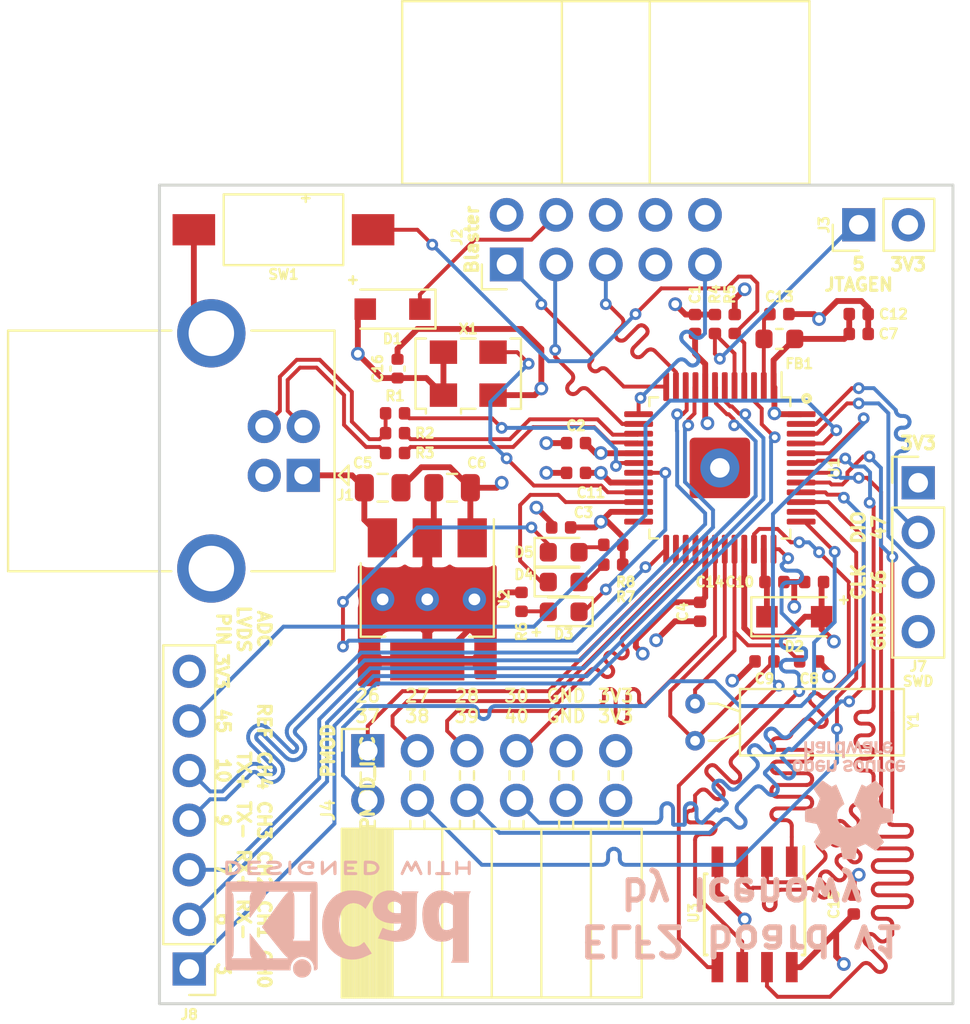
<source format=kicad_pcb>
(kicad_pcb (version 20171130) (host pcbnew 5.1.12)
  (layers (0 F.Cu signal) (1 In1.Cu signal) (2 In2.Cu signal) (31 B.Cu signal) (34 B.Paste user) (35 F.Paste user) (36 B.SilkS user) (37 F.SilkS user) (38 B.Mask user) (39 F.Mask user) (44 Edge.Cuts user))
  (net 0 "")
  (net 1 /UD+)
  (net 2 /UPU)
  (net 3 /UD-)
  (net 4 +3V3)
  (net 5 +5V)
  (net 6 GND)
  (net 7 "Net-(C13-Pad2)")
  (net 8 /PROGRAMN)
  (net 9 /JTAGEN)
  (net 10 /TMS)
  (net 11 /TCK)
  (net 12 /TDI)
  (net 13 /TDO)
  (net 14 "Net-(C9-Pad1)")
  (net 15 "Net-(C8-Pad1)")
  (net 16 +BATT)
  (net 17 /PORT_D+)
  (net 18 /PORT_D-)
  (net 19 /PMOD_6P_1)
  (net 20 /PMOD_6P_2)
  (net 21 /PMOD_6P_3)
  (net 22 /PMOD_6P_4)
  (net 23 /SWCLK)
  (net 24 /SWDIO)
  (net 25 "Net-(D3-Pad2)")
  (net 26 "Net-(D4-Pad2)")
  (net 27 "Net-(D5-Pad2)")
  (net 28 /LED_B)
  (net 29 /LED_G)
  (net 30 /LED_R)
  (net 31 /ADC_0)
  (net 32 /LVDSRX_N)
  (net 33 /LVDSRX_P)
  (net 34 /LVDSTX_N)
  (net 35 /LVDSTX_P)
  (net 36 /ADC_REF)
  (net 37 /PMOD_6P2_1)
  (net 38 /PMOD_6P2_2)
  (net 39 /PMOD_6P2_3)
  (net 40 /PMOD_6P2_4)
  (net 41 /QSPI_CS)
  (net 42 /QSPI_IO1)
  (net 43 /QSPI_IO2)
  (net 44 /QSPI_IO0)
  (net 45 /QSPI_SCK)
  (net 46 /QSPI_IO3)
  (net 47 "Net-(D1-Pad1)")
  (net 48 /CLK)
  (module Symbol:KiCad-Logo2_5mm_SilkScreen (layer B.Cu) (at 112.776 85.598)
    (fp_text reference REF** hide)
    (fp_text value KiCad-Logo2_5mm_SilkScreen hide)
  )
  (module Symbol:OSHW-Logo_5.7x6mm_SilkScreen (layer B.Cu) (at 138.43 79.502)
    (fp_text reference REF** hide)
    (fp_text value OSHW-Logo_5.7x6mm_SilkScreen hide)
  )
  (module Icenowy_Packages:LQFP-48-1EP_7x7mm_P0.5mm_EP3.1x3.1mm (layer F.Cu) (at 131.826 62.484 270)
    (fp_text reference U1 (at 0 -5.85 270) (layer F.SilkS) (effects (font (size 0.5 0.5) (thickness 0.125))))
    (fp_text value EF2M45LG48)
    (pad 49 smd roundrect (at 0 0 270) (size 3.1 3.1) (layers F.Cu F.Mask) (roundrect_rratio 0.078) (net 6 GND))
    (pad 1 smd roundrect (at -4.1625 -2.75 270) (size 1.475 0.3) (layers F.Cu F.Paste F.Mask) (net 4 +3V3))
    (pad 2 smd roundrect (at -4.1625 -2.25 270) (size 1.475 0.3) (layers F.Cu F.Paste F.Mask) (net 7 "Net-(C13-Pad2)"))
    (pad 3 smd roundrect (at -4.1625 -1.75 270) (size 1.475 0.3) (layers F.Cu F.Paste F.Mask) (net 31 /ADC_0))
    (pad 4 smd roundrect (at -4.1625 -1.25 270) (size 1.475 0.3) (layers F.Cu F.Paste F.Mask) (net 8 /PROGRAMN))
    (pad 5 smd roundrect (at -4.1625 -0.75 270) (size 1.475 0.3) (layers F.Cu F.Paste F.Mask) (net 9 /JTAGEN))
    (pad 6 smd roundrect (at -4.1625 -0.25 270) (size 1.475 0.3) (layers F.Cu F.Paste F.Mask) (net 32 /LVDSRX_N))
    (pad 7 smd roundrect (at -4.1625 0.25 270) (size 1.475 0.3) (layers F.Cu F.Paste F.Mask) (net 33 /LVDSRX_P))
    (pad 8 smd roundrect (at -4.1625 0.75 270) (size 1.475 0.3) (layers F.Cu F.Paste F.Mask) (net 4 +3V3))
    (pad 9 smd roundrect (at -4.1625 1.25 270) (size 1.475 0.3) (layers F.Cu F.Paste F.Mask) (net 34 /LVDSTX_N))
    (pad 10 smd roundrect (at -4.1625 1.75 270) (size 1.475 0.3) (layers F.Cu F.Paste F.Mask) (net 35 /LVDSTX_P))
    (pad 11 smd roundrect (at -4.1625 2.25 270) (size 1.475 0.3) (layers F.Cu F.Paste F.Mask) (net 10 /TMS))
    (pad 12 smd roundrect (at -4.1625 2.75 270) (size 1.475 0.3) (layers F.Cu F.Paste F.Mask) (net 11 /TCK))
    (pad 13 smd roundrect (at -2.75 4.1625 270) (size 0.3 1.475) (layers F.Cu F.Paste F.Mask) (net 12 /TDI))
    (pad 14 smd roundrect (at -2.25 4.1625 270) (size 0.3 1.475) (layers F.Cu F.Paste F.Mask) (net 13 /TDO))
    (pad 15 smd roundrect (at -1.75 4.1625 270) (size 0.3 1.475) (layers F.Cu F.Paste F.Mask) (net 1 /UD+))
    (pad 16 smd roundrect (at -1.25 4.1625 270) (size 0.3 1.475) (layers F.Cu F.Paste F.Mask) (net 3 /UD-))
    (pad 17 smd roundrect (at -0.75 4.1625 270) (size 0.3 1.475) (layers F.Cu F.Paste F.Mask) (net 4 +3V3))
    (pad 18 smd roundrect (at -0.25 4.1625 270) (size 0.3 1.475) (layers F.Cu F.Paste F.Mask) (net 2 /UPU))
    (pad 19 smd roundrect (at 0.25 4.1625 270) (size 0.3 1.475) (layers F.Cu F.Paste F.Mask) (net 30 /LED_R))
    (pad 20 smd roundrect (at 0.75 4.1625 270) (size 0.3 1.475) (layers F.Cu F.Paste F.Mask) (net 4 +3V3))
    (pad 21 smd roundrect (at 1.25 4.1625 270) (size 0.3 1.475) (layers F.Cu F.Paste F.Mask) (net 48 /CLK))
    (pad 22 smd roundrect (at 1.75 4.1625 270) (size 0.3 1.475) (layers F.Cu F.Paste F.Mask) (net 29 /LED_G))
    (pad 23 smd roundrect (at 2.25 4.1625 270) (size 0.3 1.475) (layers F.Cu F.Paste F.Mask) (net 4 +3V3))
    (pad 24 smd roundrect (at 2.75 4.1625 270) (size 0.3 1.475) (layers F.Cu F.Paste F.Mask))
    (pad 25 smd roundrect (at 4.1625 2.75 270) (size 1.475 0.3) (layers F.Cu F.Paste F.Mask) (net 28 /LED_B))
    (pad 26 smd roundrect (at 4.1625 2.25 270) (size 1.475 0.3) (layers F.Cu F.Paste F.Mask) (net 19 /PMOD_6P_1))
    (pad 27 smd roundrect (at 4.1625 1.75 270) (size 1.475 0.3) (layers F.Cu F.Paste F.Mask) (net 20 /PMOD_6P_2))
    (pad 28 smd roundrect (at 4.1625 1.25 270) (size 1.475 0.3) (layers F.Cu F.Paste F.Mask) (net 21 /PMOD_6P_3))
    (pad 29 smd roundrect (at 4.1625 0.75 270) (size 1.475 0.3) (layers F.Cu F.Paste F.Mask) (net 4 +3V3))
    (pad 30 smd roundrect (at 4.1625 0.25 270) (size 1.475 0.3) (layers F.Cu F.Paste F.Mask) (net 22 /PMOD_6P_4))
    (pad 31 smd roundrect (at 4.1625 -0.25 270) (size 1.475 0.3) (layers F.Cu F.Paste F.Mask) (net 14 "Net-(C9-Pad1)"))
    (pad 32 smd roundrect (at 4.1625 -0.75 270) (size 1.475 0.3) (layers F.Cu F.Paste F.Mask) (net 15 "Net-(C8-Pad1)"))
    (pad 33 smd roundrect (at 4.1625 -1.25 270) (size 1.475 0.3) (layers F.Cu F.Paste F.Mask) (net 4 +3V3))
    (pad 34 smd roundrect (at 4.1625 -1.75 270) (size 1.475 0.3) (layers F.Cu F.Paste F.Mask) (net 41 /QSPI_CS))
    (pad 35 smd roundrect (at 4.1625 -2.25 270) (size 1.475 0.3) (layers F.Cu F.Paste F.Mask) (net 16 +BATT))
    (pad 36 smd roundrect (at 4.1625 -2.75 270) (size 1.475 0.3) (layers F.Cu F.Paste F.Mask) (net 45 /QSPI_SCK))
    (pad 37 smd roundrect (at 2.75 -4.1625 270) (size 0.3 1.475) (layers F.Cu F.Paste F.Mask) (net 37 /PMOD_6P2_1))
    (pad 38 smd roundrect (at 2.25 -4.1625 270) (size 0.3 1.475) (layers F.Cu F.Paste F.Mask) (net 38 /PMOD_6P2_2))
    (pad 39 smd roundrect (at 1.75 -4.1625 270) (size 0.3 1.475) (layers F.Cu F.Paste F.Mask) (net 39 /PMOD_6P2_3))
    (pad 40 smd roundrect (at 1.25 -4.1625 270) (size 0.3 1.475) (layers F.Cu F.Paste F.Mask) (net 40 /PMOD_6P2_4))
    (pad 41 smd roundrect (at 0.75 -4.1625 270) (size 0.3 1.475) (layers F.Cu F.Paste F.Mask) (net 46 /QSPI_IO3))
    (pad 42 smd roundrect (at 0.25 -4.1625 270) (size 0.3 1.475) (layers F.Cu F.Paste F.Mask) (net 43 /QSPI_IO2))
    (pad 43 smd roundrect (at -0.25 -4.1625 270) (size 0.3 1.475) (layers F.Cu F.Paste F.Mask) (net 42 /QSPI_IO1))
    (pad 44 smd roundrect (at -0.75 -4.1625 270) (size 0.3 1.475) (layers F.Cu F.Paste F.Mask) (net 44 /QSPI_IO0))
    (pad 45 smd roundrect (at -1.25 -4.1625 270) (size 0.3 1.475) (layers F.Cu F.Paste F.Mask) (net 36 /ADC_REF))
    (pad 46 smd roundrect (at -1.75 -4.1625 270) (size 0.3 1.475) (layers F.Cu F.Paste F.Mask) (net 23 /SWCLK))
    (pad 47 smd roundrect (at -2.25 -4.1625 270) (size 0.3 1.475) (layers F.Cu F.Paste F.Mask) (net 24 /SWDIO))
    (pad 48 smd roundrect (at -2.75 -4.1625 270) (size 0.3 1.475) (layers F.Cu F.Paste F.Mask) (net 4 +3V3))
  )
  (module Oscillator:Oscillator_SMD_EuroQuartz_XO53-4Pin_5.0x3.2mm (layer F.Cu) (at 118.938 57.659001)
    (fp_text reference X1 (at 0 -2.287001) (layer F.SilkS) (effects (font (size 0.5 0.5) (thickness 0.125))))
    (fp_text value 24MHz)
    (pad 4 smd rect (at -1.27 -1.1) (size 1.4 1.2) (layers F.Cu F.Paste F.Mask) (net 4 +3V3))
    (pad 3 smd rect (at 1.27 -1.1) (size 1.4 1.2) (layers F.Cu F.Paste F.Mask) (net 48 /CLK))
    (pad 2 smd rect (at 1.27 1.1) (size 1.4 1.2) (layers F.Cu F.Paste F.Mask) (net 6 GND))
    (pad 1 smd rect (at -1.27 1.1) (size 1.4 1.2) (layers F.Cu F.Paste F.Mask) (net 4 +3V3))
  )
  (module Capacitor_SMD:C_0402_1005Metric (layer F.Cu) (at 115.316 57.404 90)
    (fp_text reference C16 (at 0 -1.016 90) (layer F.SilkS) (effects (font (size 0.5 0.5) (thickness 0.125))))
    (fp_text value 0.1uF)
    (pad 2 smd roundrect (at 0.48 0 90) (size 0.56 0.62) (layers F.Cu F.Paste F.Mask) (net 6 GND))
    (pad 1 smd roundrect (at -0.48 0 90) (size 0.56 0.62) (layers F.Cu F.Paste F.Mask) (net 4 +3V3))
  )
  (module Button_Switch_SMD:SW_SPST_FSMSM (layer F.Cu) (at 109.474 50.292 180)
    (fp_text reference SW1 (at 0 -2.286) (layer F.SilkS) (effects (font (size 0.5 0.5) (thickness 0.125))))
    (fp_text value RESET)
    (pad 2 smd rect (at 4.59 0 180) (size 2.18 1.6) (layers F.Cu F.Paste F.Mask) (net 6 GND))
    (pad 1 smd rect (at -4.59 0 180) (size 2.18 1.6) (layers F.Cu F.Paste F.Mask) (net 8 /PROGRAMN))
  )
  (module Capacitor_SMD:C_0402_1005Metric (layer F.Cu) (at 134.112 72.39 180)
    (fp_text reference C9 (at 0 -0.889 180) (layer F.SilkS) (effects (font (size 0.5 0.5) (thickness 0.125))))
    (fp_text value 12pF)
    (pad 1 smd roundrect (at -0.485 0 180) (size 0.59 0.64) (layers F.Cu F.Paste F.Mask) (net 14 "Net-(C9-Pad1)"))
    (pad 2 smd roundrect (at 0.485 0 180) (size 0.59 0.64) (layers F.Cu F.Paste F.Mask) (net 6 GND))
  )
  (module Connector_PinHeader_2.54mm:PinHeader_1x04_P2.54mm_Vertical (layer F.Cu) (at 141.986 63.246)
    (fp_text reference J7 (at 0 9.398) (layer F.SilkS) (effects (font (size 0.5 0.5) (thickness 0.125))))
    (fp_text value SWD)
    (pad 1 thru_hole rect (at 0 0) (size 1.7 1.7) (drill 1) (layers *.Cu *.Mask) (net 4 +3V3))
    (pad 2 thru_hole oval (at 0 2.54) (size 1.7 1.7) (drill 1) (layers *.Cu *.Mask) (net 24 /SWDIO))
    (pad 3 thru_hole oval (at 0 5.08) (size 1.7 1.7) (drill 1) (layers *.Cu *.Mask) (net 23 /SWCLK))
    (pad 4 thru_hole oval (at 0 7.62) (size 1.7 1.7) (drill 1) (layers *.Cu *.Mask) (net 6 GND))
  )
  (module Crystal:Crystal_C38-LF_D3.0mm_L8.0mm_Horizontal (layer F.Cu) (at 130.556 76.454 90)
    (fp_text reference Y1 (at 1.016 11.176 90) (layer F.SilkS) (effects (font (size 0.5 0.5) (thickness 0.125))))
    (fp_text value 32768)
    (pad 2 thru_hole circle (at 1.9 0 90) (size 1 1) (drill 0.5) (layers *.Cu *.Mask) (net 15 "Net-(C8-Pad1)"))
    (pad 1 thru_hole circle (at 0 0 90) (size 1 1) (drill 0.5) (layers *.Cu *.Mask) (net 14 "Net-(C9-Pad1)"))
  )
  (module Connector_PinSocket_2.54mm:PinSocket_2x06_P2.54mm_Horizontal (layer F.Cu) (at 113.792 76.962 90)
    (fp_text reference J4 (at -3.048 -2.032 90) (layer F.SilkS) (effects (font (size 0.65 0.65) (thickness 0.125))))
    (fp_text value PMOD)
    (pad 12 thru_hole oval (at -2.54 12.7 90) (size 1.7 1.7) (drill 1) (layers *.Cu *.Mask) (net 4 +3V3))
    (pad 11 thru_hole oval (at 0 12.7 90) (size 1.7 1.7) (drill 1) (layers *.Cu *.Mask) (net 4 +3V3))
    (pad 10 thru_hole oval (at -2.54 10.16 90) (size 1.7 1.7) (drill 1) (layers *.Cu *.Mask) (net 6 GND))
    (pad 9 thru_hole oval (at 0 10.16 90) (size 1.7 1.7) (drill 1) (layers *.Cu *.Mask) (net 6 GND))
    (pad 8 thru_hole oval (at -2.54 7.62 90) (size 1.7 1.7) (drill 1) (layers *.Cu *.Mask) (net 40 /PMOD_6P2_4))
    (pad 7 thru_hole oval (at 0 7.62 90) (size 1.7 1.7) (drill 1) (layers *.Cu *.Mask) (net 22 /PMOD_6P_4))
    (pad 6 thru_hole oval (at -2.54 5.08 90) (size 1.7 1.7) (drill 1) (layers *.Cu *.Mask) (net 39 /PMOD_6P2_3))
    (pad 5 thru_hole oval (at 0 5.08 90) (size 1.7 1.7) (drill 1) (layers *.Cu *.Mask) (net 21 /PMOD_6P_3))
    (pad 4 thru_hole oval (at -2.54 2.54 90) (size 1.7 1.7) (drill 1) (layers *.Cu *.Mask) (net 38 /PMOD_6P2_2))
    (pad 3 thru_hole oval (at 0 2.54 90) (size 1.7 1.7) (drill 1) (layers *.Cu *.Mask) (net 20 /PMOD_6P_2))
    (pad 2 thru_hole oval (at -2.54 0 90) (size 1.7 1.7) (drill 1) (layers *.Cu *.Mask) (net 37 /PMOD_6P2_1))
    (pad 1 thru_hole rect (at 0 0 90) (size 1.7 1.7) (drill 1) (layers *.Cu *.Mask) (net 19 /PMOD_6P_1))
  )
  (module JLCSMT_Packages:SOT-223-3_TabPin2 (layer F.Cu) (at 116.84 69.215 90)
    (fp_text reference U2 (at 0 3.937 90) (layer F.SilkS) (effects (font (size 0.5 0.5) (thickness 0.125))))
    (fp_text value AP1117-33)
    (pad 1 smd rect (at 3.15 2.3 270) (size 2 1.5) (layers F.Cu F.Paste F.Mask) (net 6 GND))
    (pad 3 smd rect (at 3.15 -2.3 270) (size 2 1.5) (layers F.Cu F.Paste F.Mask) (net 5 +5V))
    (pad 2 smd rect (at 3.15 0 270) (size 2 1.5) (layers F.Cu F.Paste F.Mask) (net 4 +3V3))
    (pad 2 smd rect (at -3.15 0 270) (size 2 3.8) (layers F.Cu F.Paste F.Mask) (net 4 +3V3))
  )
  (module JLCSMT_Packages:SOIC-8_3.9x4.9mm_P1.27mm (layer F.Cu) (at 133.604 85.344 180)
    (fp_text reference U3 (at 3.116999 0.072001 90) (layer F.SilkS) (effects (font (size 0.5 0.5) (thickness 0.125))))
    (fp_text value AT25SF081-SSHD-X)
    (pad 8 smd rect (at -1.905 -2.7 270) (size 1.55 0.6) (layers F.Cu F.Paste F.Mask) (net 4 +3V3))
    (pad 7 smd rect (at -0.635 -2.7 270) (size 1.55 0.6) (layers F.Cu F.Paste F.Mask) (net 46 /QSPI_IO3))
    (pad 6 smd rect (at 0.635 -2.7 270) (size 1.55 0.6) (layers F.Cu F.Paste F.Mask) (net 45 /QSPI_SCK))
    (pad 5 smd rect (at 1.905 -2.7 270) (size 1.55 0.6) (layers F.Cu F.Paste F.Mask) (net 44 /QSPI_IO0))
    (pad 4 smd rect (at 1.905 2.7 270) (size 1.55 0.6) (layers F.Cu F.Paste F.Mask) (net 6 GND))
    (pad 3 smd rect (at 0.635 2.7 270) (size 1.55 0.6) (layers F.Cu F.Paste F.Mask) (net 43 /QSPI_IO2))
    (pad 2 smd rect (at -0.635 2.7 270) (size 1.55 0.6) (layers F.Cu F.Paste F.Mask) (net 42 /QSPI_IO1))
    (pad 1 smd rect (at -1.905 2.7 270) (size 1.55 0.6) (layers F.Cu F.Paste F.Mask) (net 41 /QSPI_CS))
  )
  (module Capacitor_SMD:C_0402_1005Metric (layer F.Cu) (at 138.684 84.836 270)
    (fp_text reference C15 (at 0 1.016 270) (layer F.SilkS) (effects (font (size 0.5 0.5) (thickness 0.125))))
    (fp_text value 0.1uF)
    (pad 1 smd roundrect (at -0.485 0 270) (size 0.59 0.64) (layers F.Cu F.Paste F.Mask) (net 6 GND))
    (pad 2 smd roundrect (at 0.485 0 270) (size 0.59 0.64) (layers F.Cu F.Paste F.Mask) (net 4 +3V3))
  )
  (module Connector_PinHeader_2.54mm:PinHeader_1x07_P2.54mm_Vertical (layer F.Cu) (at 104.648 88.138 180)
    (fp_text reference J8 (at 0 -2.33 180) (layer F.SilkS) (effects (font (size 0.5 0.5) (thickness 0.125))))
    (fp_text value ADC_LVDS)
    (pad 1 thru_hole rect (at 0 0 180) (size 1.7 1.7) (drill 1) (layers *.Cu *.Mask) (net 31 /ADC_0))
    (pad 2 thru_hole oval (at 0 2.54 180) (size 1.7 1.7) (drill 1) (layers *.Cu *.Mask) (net 32 /LVDSRX_N))
    (pad 3 thru_hole oval (at 0 5.08 180) (size 1.7 1.7) (drill 1) (layers *.Cu *.Mask) (net 33 /LVDSRX_P))
    (pad 4 thru_hole oval (at 0 7.62 180) (size 1.7 1.7) (drill 1) (layers *.Cu *.Mask) (net 34 /LVDSTX_N))
    (pad 5 thru_hole oval (at 0 10.16 180) (size 1.7 1.7) (drill 1) (layers *.Cu *.Mask) (net 35 /LVDSTX_P))
    (pad 6 thru_hole oval (at 0 12.7 180) (size 1.7 1.7) (drill 1) (layers *.Cu *.Mask) (net 36 /ADC_REF))
    (pad 7 thru_hole oval (at 0 15.24 180) (size 1.7 1.7) (drill 1) (layers *.Cu *.Mask) (net 4 +3V3))
  )
  (module LED_SMD:LED_0603_1608Metric (layer F.Cu) (at 123.825 69.85 180)
    (fp_text reference D3 (at 0 -1.143 180) (layer F.SilkS) (effects (font (size 0.5 0.5) (thickness 0.125))))
    (fp_text value RED)
    (pad 1 smd roundrect (at -0.7875 0 180) (size 0.875 0.95) (layers F.Cu F.Paste F.Mask) (net 30 /LED_R))
    (pad 2 smd roundrect (at 0.7875 0 180) (size 0.875 0.95) (layers F.Cu F.Paste F.Mask) (net 25 "Net-(D3-Pad2)"))
  )
  (module LED_SMD:LED_0603_1608Metric (layer F.Cu) (at 123.825 68.326)
    (fp_text reference D4 (at -2.032 -0.381) (layer F.SilkS) (effects (font (size 0.5 0.5) (thickness 0.125))))
    (fp_text value GREEN)
    (pad 2 smd roundrect (at 0.7875 0) (size 0.875 0.95) (layers F.Cu F.Paste F.Mask) (net 26 "Net-(D4-Pad2)"))
    (pad 1 smd roundrect (at -0.7875 0) (size 0.875 0.95) (layers F.Cu F.Paste F.Mask) (net 29 /LED_G))
  )
  (module LED_SMD:LED_0603_1608Metric (layer F.Cu) (at 123.825 66.802)
    (fp_text reference D5 (at -2.032 0) (layer F.SilkS) (effects (font (size 0.5 0.5) (thickness 0.125))))
    (fp_text value BLUE)
    (pad 1 smd roundrect (at -0.7875 0) (size 0.875 0.95) (layers F.Cu F.Paste F.Mask) (net 28 /LED_B))
    (pad 2 smd roundrect (at 0.7875 0) (size 0.875 0.95) (layers F.Cu F.Paste F.Mask) (net 27 "Net-(D5-Pad2)"))
  )
  (module Resistor_SMD:R_0402_1005Metric (layer F.Cu) (at 126.365 66.421 180)
    (fp_text reference R8 (at -0.635 -1.905 180) (layer F.SilkS) (effects (font (size 0.5 0.5) (thickness 0.125))))
    (fp_text value 1.5kR)
    (pad 1 smd roundrect (at -0.485 0 180) (size 0.59 0.64) (layers F.Cu F.Paste F.Mask) (net 4 +3V3))
    (pad 2 smd roundrect (at 0.485 0 180) (size 0.59 0.64) (layers F.Cu F.Paste F.Mask) (net 27 "Net-(D5-Pad2)"))
  )
  (module Resistor_SMD:R_0402_1005Metric (layer F.Cu) (at 126.365 67.437 180)
    (fp_text reference R7 (at -0.635 -1.651 180) (layer F.SilkS) (effects (font (size 0.5 0.5) (thickness 0.125))))
    (fp_text value 1.5kR)
    (pad 2 smd roundrect (at 0.485 0 180) (size 0.59 0.64) (layers F.Cu F.Paste F.Mask) (net 26 "Net-(D4-Pad2)"))
    (pad 1 smd roundrect (at -0.485 0 180) (size 0.59 0.64) (layers F.Cu F.Paste F.Mask) (net 4 +3V3))
  )
  (module Resistor_SMD:R_0402_1005Metric (layer F.Cu) (at 121.666 69.342 270)
    (fp_text reference R6 (at 1.524 0 270) (layer F.SilkS) (effects (font (size 0.5 0.5) (thickness 0.125))))
    (fp_text value 1.5kR)
    (pad 1 smd roundrect (at -0.485 0 270) (size 0.59 0.64) (layers F.Cu F.Paste F.Mask) (net 4 +3V3))
    (pad 2 smd roundrect (at 0.485 0 270) (size 0.59 0.64) (layers F.Cu F.Paste F.Mask) (net 25 "Net-(D3-Pad2)"))
  )
  (module Resistor_SMD:R_0402_1005Metric (layer F.Cu) (at 132.588 55.118 270)
    (fp_text reference R5 (at -1.524 0.254 270) (layer F.SilkS) (effects (font (size 0.5 0.5) (thickness 0.125))))
    (fp_text value 10kR)
    (pad 2 smd roundrect (at 0.485 0 270) (size 0.59 0.64) (layers F.Cu F.Paste F.Mask) (net 8 /PROGRAMN))
    (pad 1 smd roundrect (at -0.485 0 270) (size 0.59 0.64) (layers F.Cu F.Paste F.Mask) (net 4 +3V3))
  )
  (module Resistor_SMD:R_0402_1005Metric (layer F.Cu) (at 131.572 55.118 90)
    (fp_text reference R4 (at 1.524 0 90) (layer F.SilkS) (effects (font (size 0.5 0.5) (thickness 0.125))))
    (fp_text value 10kR)
    (pad 1 smd roundrect (at -0.485 0 90) (size 0.59 0.64) (layers F.Cu F.Paste F.Mask) (net 9 /JTAGEN))
    (pad 2 smd roundrect (at 0.485 0 90) (size 0.59 0.64) (layers F.Cu F.Paste F.Mask) (net 6 GND))
  )
  (module Connector_IDC:IDC-Header_2x05_P2.54mm_Horizontal (layer F.Cu) (at 120.904 52.07 90)
    (fp_text reference J2 (at 1.397 -2.54 270) (layer F.SilkS) (effects (font (size 0.5 0.5) (thickness 0.125))))
    (fp_text value USB_Blaster)
    (pad 1 thru_hole rect (at 0 0 90) (size 1.7272 1.7272) (drill 1.016) (layers *.Cu *.Mask) (net 11 /TCK))
    (pad 2 thru_hole oval (at 2.54 0 90) (size 1.7272 1.7272) (drill 1.016) (layers *.Cu *.Mask) (net 6 GND))
    (pad 3 thru_hole oval (at 0 2.54 90) (size 1.7272 1.7272) (drill 1.016) (layers *.Cu *.Mask) (net 13 /TDO))
    (pad 4 thru_hole oval (at 2.54 2.54 90) (size 1.7272 1.7272) (drill 1.016) (layers *.Cu *.Mask) (net 47 "Net-(D1-Pad1)"))
    (pad 5 thru_hole oval (at 0 5.08 90) (size 1.7272 1.7272) (drill 1.016) (layers *.Cu *.Mask) (net 10 /TMS))
    (pad 6 thru_hole oval (at 2.54 5.08 90) (size 1.7272 1.7272) (drill 1.016) (layers *.Cu *.Mask))
    (pad 7 thru_hole oval (at 0 7.62 90) (size 1.7272 1.7272) (drill 1.016) (layers *.Cu *.Mask))
    (pad 8 thru_hole oval (at 2.54 7.62 90) (size 1.7272 1.7272) (drill 1.016) (layers *.Cu *.Mask))
    (pad 9 thru_hole oval (at 0 10.16 90) (size 1.7272 1.7272) (drill 1.016) (layers *.Cu *.Mask) (net 12 /TDI))
    (pad 10 thru_hole oval (at 2.54 10.16 90) (size 1.7272 1.7272) (drill 1.016) (layers *.Cu *.Mask) (net 6 GND))
  )
  (module Capacitor_SMD:C_0402_1005Metric (layer F.Cu) (at 124.46 61.214)
    (fp_text reference C2 (at 0 -0.889) (layer F.SilkS) (effects (font (size 0.5 0.5) (thickness 0.125))))
    (fp_text value 0.1uF)
    (pad 2 smd roundrect (at 0.485 0) (size 0.59 0.64) (layers F.Cu F.Paste F.Mask) (net 4 +3V3))
    (pad 1 smd roundrect (at -0.485 0) (size 0.59 0.64) (layers F.Cu F.Paste F.Mask) (net 6 GND))
  )
  (module Capacitor_SMD:C_0402_1005Metric (layer F.Cu) (at 123.698 65.532)
    (fp_text reference C3 (at 1.143 -0.762) (layer F.SilkS) (effects (font (size 0.5 0.5) (thickness 0.125))))
    (fp_text value 0.1uF)
    (pad 1 smd roundrect (at -0.485 0) (size 0.59 0.64) (layers F.Cu F.Paste F.Mask) (net 6 GND))
    (pad 2 smd roundrect (at 0.485 0) (size 0.59 0.64) (layers F.Cu F.Paste F.Mask) (net 4 +3V3))
  )
  (module Capacitor_SMD:C_0402_1005Metric (layer F.Cu) (at 130.81 69.85 90)
    (fp_text reference C4 (at 0 -0.889 90) (layer F.SilkS) (effects (font (size 0.5 0.5) (thickness 0.125))))
    (fp_text value 0.1uF)
    (pad 2 smd roundrect (at 0.485 0 90) (size 0.59 0.64) (layers F.Cu F.Paste F.Mask) (net 4 +3V3))
    (pad 1 smd roundrect (at -0.485 0 90) (size 0.59 0.64) (layers F.Cu F.Paste F.Mask) (net 6 GND))
  )
  (module Capacitor_SMD:C_0402_1005Metric (layer F.Cu) (at 138.938 55.626 180)
    (fp_text reference C7 (at -1.524 0 180) (layer F.SilkS) (effects (font (size 0.5 0.5) (thickness 0.125))))
    (fp_text value 0.1uF)
    (pad 1 smd roundrect (at -0.485 0 180) (size 0.59 0.64) (layers F.Cu F.Paste F.Mask) (net 6 GND))
    (pad 2 smd roundrect (at 0.485 0 180) (size 0.59 0.64) (layers F.Cu F.Paste F.Mask) (net 4 +3V3))
  )
  (module Capacitor_SMD:C_0402_1005Metric (layer F.Cu) (at 136.398 72.39)
    (fp_text reference C8 (at 0 0.889) (layer F.SilkS) (effects (font (size 0.5 0.5) (thickness 0.125))))
    (fp_text value 12pF)
    (pad 2 smd roundrect (at 0.485 0) (size 0.59 0.64) (layers F.Cu F.Paste F.Mask) (net 6 GND))
    (pad 1 smd roundrect (at -0.485 0) (size 0.59 0.64) (layers F.Cu F.Paste F.Mask) (net 15 "Net-(C8-Pad1)"))
  )
  (module Capacitor_SMD:C_0402_1005Metric (layer F.Cu) (at 136.652 68.326 180)
    (fp_text reference C10 (at 3.81 0 180) (layer F.SilkS) (effects (font (size 0.5 0.5) (thickness 0.125))))
    (fp_text value 0.1uF)
    (pad 2 smd roundrect (at 0.485 0 180) (size 0.59 0.64) (layers F.Cu F.Paste F.Mask) (net 6 GND))
    (pad 1 smd roundrect (at -0.485 0 180) (size 0.59 0.64) (layers F.Cu F.Paste F.Mask) (net 4 +3V3))
  )
  (module Capacitor_SMD:C_0402_1005Metric (layer F.Cu) (at 124.46 62.738 180)
    (fp_text reference C11 (at -0.762 -1.016 180) (layer F.SilkS) (effects (font (size 0.5 0.5) (thickness 0.125))))
    (fp_text value 0.1uF)
    (pad 1 smd roundrect (at -0.485 0 180) (size 0.59 0.64) (layers F.Cu F.Paste F.Mask) (net 4 +3V3))
    (pad 2 smd roundrect (at 0.485 0 180) (size 0.59 0.64) (layers F.Cu F.Paste F.Mask) (net 6 GND))
  )
  (module Capacitor_SMD:C_0402_1005Metric (layer F.Cu) (at 138.938 54.61)
    (fp_text reference C12 (at 1.778 0) (layer F.SilkS) (effects (font (size 0.5 0.5) (thickness 0.125))))
    (fp_text value 0.1uF)
    (pad 2 smd roundrect (at 0.485 0) (size 0.59 0.64) (layers F.Cu F.Paste F.Mask) (net 6 GND))
    (pad 1 smd roundrect (at -0.485 0) (size 0.59 0.64) (layers F.Cu F.Paste F.Mask) (net 4 +3V3))
  )
  (module Capacitor_SMD:C_0402_1005Metric (layer F.Cu) (at 134.874 54.61 180)
    (fp_text reference C13 (at 0 0.889 180) (layer F.SilkS) (effects (font (size 0.5 0.5) (thickness 0.125))))
    (fp_text value 0.1uF)
    (pad 1 smd roundrect (at -0.485 0 180) (size 0.59 0.64) (layers F.Cu F.Paste F.Mask) (net 6 GND))
    (pad 2 smd roundrect (at 0.485 0 180) (size 0.59 0.64) (layers F.Cu F.Paste F.Mask) (net 7 "Net-(C13-Pad2)"))
  )
  (module Capacitor_SMD:C_0402_1005Metric (layer F.Cu) (at 130.556 55.118 270)
    (fp_text reference C1 (at -1.524 0 270) (layer F.SilkS) (effects (font (size 0.5 0.5) (thickness 0.125))))
    (fp_text value 0.1uF)
    (pad 2 smd roundrect (at 0.485 0 270) (size 0.59 0.64) (layers F.Cu F.Paste F.Mask) (net 4 +3V3))
    (pad 1 smd roundrect (at -0.485 0 270) (size 0.59 0.64) (layers F.Cu F.Paste F.Mask) (net 6 GND))
  )
  (module Capacitor_SMD:C_0402_1005Metric (layer F.Cu) (at 134.62 68.326 180)
    (fp_text reference C14 (at 3.302 0 180) (layer F.SilkS) (effects (font (size 0.5 0.5) (thickness 0.125))))
    (fp_text value 0.1uF)
    (pad 1 smd roundrect (at -0.485 0 180) (size 0.59 0.64) (layers F.Cu F.Paste F.Mask) (net 6 GND))
    (pad 2 smd roundrect (at 0.485 0 180) (size 0.59 0.64) (layers F.Cu F.Paste F.Mask) (net 16 +BATT))
  )
  (module Capacitor_SMD:C_0805_2012Metric (layer F.Cu) (at 114.554 63.5)
    (fp_text reference C5 (at -1.016 -1.27) (layer F.SilkS) (effects (font (size 0.5 0.5) (thickness 0.125))))
    (fp_text value 10uF)
    (pad 2 smd roundrect (at 0.9375 0) (size 0.975 1.4) (layers F.Cu F.Paste F.Mask) (net 6 GND))
    (pad 1 smd roundrect (at -0.9375 0) (size 0.975 1.4) (layers F.Cu F.Paste F.Mask) (net 5 +5V))
  )
  (module Capacitor_SMD:C_0805_2012Metric (layer F.Cu) (at 118.11 63.5)
    (fp_text reference C6 (at 1.27 -1.27) (layer F.SilkS) (effects (font (size 0.5 0.5) (thickness 0.125))))
    (fp_text value 10uF)
    (pad 1 smd roundrect (at -0.9375 0) (size 0.975 1.4) (layers F.Cu F.Paste F.Mask) (net 4 +3V3))
    (pad 2 smd roundrect (at 0.9375 0) (size 0.975 1.4) (layers F.Cu F.Paste F.Mask) (net 6 GND))
  )
  (module Connector_PinHeader_2.54mm:PinHeader_1x02_P2.54mm_Vertical (layer F.Cu) (at 138.938 50.038 90)
    (fp_text reference J3 (at 0 -1.778 90) (layer F.SilkS) (effects (font (size 0.5 0.5) (thickness 0.125))))
    (fp_text value JTAGEN)
    (pad 1 thru_hole rect (at 0 0 90) (size 1.7 1.7) (drill 1) (layers *.Cu *.Mask) (net 9 /JTAGEN))
    (pad 2 thru_hole oval (at 0 2.54 90) (size 1.7 1.7) (drill 1) (layers *.Cu *.Mask) (net 4 +3V3))
  )
  (module Connector_USB:USB_B_OST_USB-B1HSxx_Horizontal (layer F.Cu) (at 110.49 62.865 180)
    (fp_text reference J1 (at -2.159 -1.016 180) (layer F.SilkS) (effects (font (size 0.5 0.5) (thickness 0.125))))
    (fp_text value USB_B)
    (pad 1 thru_hole rect (at 0 0 180) (size 1.7 1.7) (drill 0.92) (layers *.Cu *.Mask) (net 5 +5V))
    (pad 2 thru_hole circle (at 0 2.5 180) (size 1.7 1.7) (drill 0.92) (layers *.Cu *.Mask) (net 18 /PORT_D-))
    (pad 3 thru_hole circle (at 2 2.5 180) (size 1.7 1.7) (drill 0.92) (layers *.Cu *.Mask) (net 17 /PORT_D+))
    (pad 4 thru_hole circle (at 2 0 180) (size 1.7 1.7) (drill 0.92) (layers *.Cu *.Mask) (net 6 GND))
    (pad 5 thru_hole circle (at 4.71 -4.77 180) (size 3.5 3.5) (drill 2.33) (layers *.Cu *.Mask) (net 6 GND))
    (pad 5 thru_hole circle (at 4.71 7.27 180) (size 3.5 3.5) (drill 2.33) (layers *.Cu *.Mask) (net 6 GND))
  )
  (module Diode_SMD:D_SOD-123F (layer F.Cu) (at 115.062 54.356 180)
    (fp_text reference D1 (at 0 -1.524 180) (layer F.SilkS) (effects (font (size 0.5 0.5) (thickness 0.125))))
    (fp_text value 1N5819)
    (pad 2 smd rect (at 1.4 0 180) (size 1.1 1.1) (layers F.Cu F.Paste F.Mask) (net 4 +3V3))
    (pad 1 smd rect (at -1.4 0 180) (size 1.1 1.1) (layers F.Cu F.Paste F.Mask) (net 47 "Net-(D1-Pad1)"))
  )
  (module Diode_SMD:D_SOD-123F (layer F.Cu) (at 135.636 70.104)
    (fp_text reference D2 (at 0 1.524) (layer F.SilkS) (effects (font (size 0.5 0.5) (thickness 0.125))))
    (fp_text value 1N5819)
    (pad 1 smd rect (at -1.4 0) (size 1.1 1.1) (layers F.Cu F.Paste F.Mask) (net 16 +BATT))
    (pad 2 smd rect (at 1.4 0) (size 1.1 1.1) (layers F.Cu F.Paste F.Mask) (net 4 +3V3))
  )
  (module Inductor_SMD:L_0603_1608Metric (layer F.Cu) (at 134.874 55.88 180)
    (fp_text reference FB1 (at -1.016 -1.27 180) (layer F.SilkS) (effects (font (size 0.5 0.5) (thickness 0.125))))
    (fp_text value 300R)
    (pad 1 smd roundrect (at -0.7875 0 180) (size 0.875 0.95) (layers F.Cu F.Paste F.Mask) (net 4 +3V3))
    (pad 2 smd roundrect (at 0.7875 0 180) (size 0.875 0.95) (layers F.Cu F.Paste F.Mask) (net 7 "Net-(C13-Pad2)"))
  )
  (module Resistor_SMD:R_0402_1005Metric (layer F.Cu) (at 115.189 61.722 180)
    (fp_text reference R3 (at -1.524 0 180) (layer F.SilkS) (effects (font (size 0.5 0.5) (thickness 0.125))))
    (fp_text value 47R)
    (pad 1 smd roundrect (at -0.485 0 180) (size 0.59 0.64) (layers F.Cu F.Paste F.Mask) (net 3 /UD-))
    (pad 2 smd roundrect (at 0.485 0 180) (size 0.59 0.64) (layers F.Cu F.Paste F.Mask) (net 18 /PORT_D-))
  )
  (module Resistor_SMD:R_0402_1005Metric (layer F.Cu) (at 115.189 59.69 180)
    (fp_text reference R1 (at 0 0.889 180) (layer F.SilkS) (effects (font (size 0.5 0.5) (thickness 0.125))))
    (fp_text value 1.5kR)
    (pad 2 smd roundrect (at 0.485 0 180) (size 0.59 0.64) (layers F.Cu F.Paste F.Mask) (net 17 /PORT_D+))
    (pad 1 smd roundrect (at -0.485 0 180) (size 0.59 0.64) (layers F.Cu F.Paste F.Mask) (net 2 /UPU))
  )
  (module Resistor_SMD:R_0402_1005Metric (layer F.Cu) (at 115.189 60.706 180)
    (fp_text reference R2 (at -1.524 0 180) (layer F.SilkS) (effects (font (size 0.5 0.5) (thickness 0.125))))
    (fp_text value 47R)
    (pad 1 smd roundrect (at -0.485 0 180) (size 0.59 0.64) (layers F.Cu F.Paste F.Mask) (net 1 /UD+))
    (pad 2 smd roundrect (at 0.485 0 180) (size 0.59 0.64) (layers F.Cu F.Paste F.Mask) (net 17 /PORT_D+))
  )
  (gr_text "26\n37" (at 113.792 74.676) (layer F.SilkS) (effects (font (size 0.65 0.65) (thickness 0.125))))
  (gr_text "27\n38" (at 116.332 74.676) (layer F.SilkS) (effects (font (size 0.65 0.65) (thickness 0.125))))
  (gr_text "28\n39" (at 118.872 74.676) (layer F.SilkS) (effects (font (size 0.65 0.65) (thickness 0.125))))
  (gr_text "30\n40" (at 121.412 74.676) (layer F.SilkS) (effects (font (size 0.65 0.65) (thickness 0.125))))
  (gr_text "GND\nGND" (at 123.952 74.676) (layer F.SilkS) (effects (font (size 0.65 0.65) (thickness 0.125))))
  (gr_text "3V3\n3V3" (at 126.492 74.676) (layer F.SilkS) (effects (font (size 0.65 0.65) (thickness 0.125))))
  (gr_text 3V3 (at 141.478 52.07) (layer F.SilkS) (effects (font (size 0.65 0.65) (thickness 0.1625))))
  (gr_text "5\nJTAGEN" (at 138.938 52.578) (layer F.SilkS) (effects (font (size 0.65 0.65) (thickness 0.1625))))
  (gr_text 3V3 (at 141.986 61.214) (layer F.SilkS) (effects (font (size 0.65 0.65) (thickness 0.1625))))
  (gr_text SWD (at 141.986 73.406) (layer F.SilkS) (effects (font (size 0.5 0.5) (thickness 0.125))))
  (gr_text GND (at 139.954 70.866 90) (layer F.SilkS) (effects (font (size 0.65 0.65) (thickness 0.1625))))
  (gr_text "CLK\n46" (at 139.446 68.326 90) (layer F.SilkS) (effects (font (size 0.65 0.65) (thickness 0.1625))))
  (gr_text "DIO\n47" (at 139.446 65.532 90) (layer F.SilkS) (effects (font (size 0.65 0.65) (thickness 0.1625))))
  (gr_text + (at 113.03 52.832) (layer F.SilkS) (effects (font (size 0.5 0.5) (thickness 0.125))))
  (gr_text + (at 122.428 70.866) (layer F.SilkS) (effects (font (size 0.5 0.5) (thickness 0.125))))
  (gr_text PMOD (at 111.76 76.962 90) (layer F.SilkS) (effects (font (size 0.65 0.65) (thickness 0.1625))))
  (gr_text "ELF2 board v1\nby Icenowy" (at 132.969 85.471 180) (layer B.SilkS) (effects (font (size 1.5 1.5) (thickness 0.3)) (justify mirror)))
  (gr_text + (at 138.176 69.215) (layer F.SilkS) (effects (font (size 0.5 0.5) (thickness 0.125))))
  (gr_text + (at 110.617 48.641) (layer F.SilkS) (effects (font (size 0.5 0.5) (thickness 0.125))))
  (gr_circle (center 136.271 58.928) (end 136.398 59.055) (layer F.SilkS) (width 0.2))
  (gr_text "CH0\n\n3" (at 107.442 88.138 270) (layer F.SilkS) (effects (font (size 0.65 0.65) (thickness 0.1625))))
  (gr_text "CH1\nRX-\n6" (at 107.442 85.598 270) (layer F.SilkS) (effects (font (size 0.65 0.65) (thickness 0.1625))))
  (gr_text "CH2\nRX+\n7" (at 107.442 83.058 270) (layer F.SilkS) (effects (font (size 0.65 0.65) (thickness 0.1625))))
  (gr_text "CH3\nTX-\n9" (at 107.442 80.518 270) (layer F.SilkS) (effects (font (size 0.65 0.65) (thickness 0.1625))))
  (gr_text "CH4\nTX+\n10" (at 107.442 77.978 270) (layer F.SilkS) (effects (font (size 0.65 0.65) (thickness 0.1625))))
  (gr_text "REF\n\n45" (at 107.442 75.438 270) (layer F.SilkS) (effects (font (size 0.65 0.65) (thickness 0.1625))))
  (gr_text 3V3 (at 106.299 72.898 270) (layer F.SilkS) (effects (font (size 0.65 0.65) (thickness 0.1625))))
  (gr_text "ADC\nLVDS\nPIN" (at 107.442 70.739 270) (layer F.SilkS) (effects (font (size 0.65 0.65) (thickness 0.1625))))
  (gr_text Blaster (at 119.126 50.8 90) (layer F.SilkS) (effects (font (size 0.65 0.65) (thickness 0.1625))))
  (gr_text PMOD_I2C (at 113.792 78.613 90) (layer F.SilkS) (effects (font (size 0.65 0.65) (thickness 0.1625))))
  (gr_line (start 103.124 48.006) (end 103.124 89.916) (layer Edge.Cuts) (width 0.15))
  (gr_line (start 103.124 89.916) (end 143.764 89.916) (layer Edge.Cuts) (width 0.15))
  (gr_line (start 143.764 48.006) (end 143.764 89.916) (layer Edge.Cuts) (width 0.15))
  (gr_line (start 103.124 48.006) (end 143.764 48.006) (layer Edge.Cuts) (width 0.15))
  (segment (start 127.6135 60.784) (end 126.344844 60.784) (width 0.2) (layer F.Cu) (net 1))
  (segment (start 127.6635 60.734) (end 127.6135 60.784) (width 0.2) (layer F.Cu) (net 1))
  (segment (start 126.344844 60.784) (end 125.558844 59.998) (width 0.2) (layer F.Cu) (net 1))
  (segment (start 125.558844 59.998) (end 122.091156 59.998) (width 0.2) (layer F.Cu) (net 1))
  (segment (start 121.075156 61.014) (end 115.982 61.014) (width 0.2) (layer F.Cu) (net 1))
  (segment (start 115.982 61.014) (end 115.674 60.706) (width 0.2) (layer F.Cu) (net 1))
  (segment (start 122.091156 59.998) (end 121.075156 61.014) (width 0.2) (layer F.Cu) (net 1))
  (via (at 126.502772 62.384) (size 0.6) (drill 0.3) (layers F.Cu B.Cu) (net 2))
  (segment (start 126.652772 62.234) (end 126.502772 62.384) (width 0.2) (layer F.Cu) (net 2))
  (segment (start 127.6635 62.234) (end 126.652772 62.234) (width 0.2) (layer F.Cu) (net 2))
  (via (at 120.65 60.434) (size 0.6) (drill 0.3) (layers F.Cu B.Cu) (net 2))
  (segment (start 126.502772 62.384) (end 126.502772 61.532774) (width 0.2) (layer B.Cu) (net 2))
  (segment (start 126.502772 61.532774) (end 125.403998 60.434) (width 0.2) (layer B.Cu) (net 2))
  (segment (start 125.403998 60.434) (end 120.65 60.434) (width 0.2) (layer B.Cu) (net 2))
  (segment (start 120.16 59.944) (end 120.65 60.434) (width 0.2) (layer F.Cu) (net 2))
  (segment (start 115.928 59.944) (end 120.16 59.944) (width 0.2) (layer F.Cu) (net 2))
  (segment (start 115.674 59.69) (end 115.928 59.944) (width 0.2) (layer F.Cu) (net 2))
  (segment (start 127.6635 61.234) (end 127.6135 61.184) (width 0.2) (layer F.Cu) (net 3))
  (segment (start 127.6135 61.184) (end 126.179156 61.184) (width 0.2) (layer F.Cu) (net 3))
  (segment (start 126.179156 61.184) (end 125.393156 60.398) (width 0.2) (layer F.Cu) (net 3))
  (segment (start 125.393156 60.398) (end 122.256844 60.398) (width 0.2) (layer F.Cu) (net 3))
  (segment (start 115.982 61.414) (end 115.674 61.722) (width 0.2) (layer F.Cu) (net 3))
  (segment (start 122.256844 60.398) (end 121.240844 61.414) (width 0.2) (layer F.Cu) (net 3))
  (segment (start 121.240844 61.414) (end 115.982 61.414) (width 0.2) (layer F.Cu) (net 3))
  (segment (start 117.1725 65.7325) (end 116.84 66.065) (width 0.3) (layer F.Cu) (net 4))
  (segment (start 117.1725 63.5) (end 117.1725 65.7325) (width 0.3) (layer F.Cu) (net 4))
  (segment (start 137.036 68.427) (end 137.137 68.326) (width 0.3) (layer F.Cu) (net 4))
  (segment (start 137.036 70.104) (end 137.036 68.427) (width 0.3) (layer F.Cu) (net 4))
  (via (at 134.62 59.69) (size 0.7) (drill 0.4) (layers F.Cu B.Cu) (net 4))
  (segment (start 135.9885 59.734) (end 134.664 59.734) (width 0.3) (layer F.Cu) (net 4))
  (segment (start 134.664 59.734) (end 134.62 59.69) (width 0.3) (layer F.Cu) (net 4))
  (segment (start 134.62 58.3655) (end 134.576 58.3215) (width 0.3) (layer F.Cu) (net 4))
  (segment (start 134.62 59.69) (end 134.62 58.3655) (width 0.3) (layer F.Cu) (net 4))
  (via (at 125.73 61.722004) (size 0.7) (drill 0.4) (layers F.Cu B.Cu) (net 4))
  (segment (start 124.945 61.214) (end 125.453004 61.722004) (width 0.3) (layer F.Cu) (net 4))
  (segment (start 125.741996 61.734) (end 125.73 61.722004) (width 0.3) (layer F.Cu) (net 4))
  (segment (start 125.453004 61.722004) (end 125.73 61.722004) (width 0.3) (layer F.Cu) (net 4))
  (segment (start 127.6635 61.734) (end 125.741996 61.734) (width 0.3) (layer F.Cu) (net 4))
  (via (at 125.729994 62.738) (size 0.7) (drill 0.4) (layers F.Cu B.Cu) (net 4))
  (segment (start 124.945 62.738) (end 125.729994 62.738) (width 0.3) (layer F.Cu) (net 4))
  (segment (start 126.225994 63.234) (end 125.729994 62.738) (width 0.3) (layer F.Cu) (net 4))
  (segment (start 127.6635 63.234) (end 126.225994 63.234) (width 0.3) (layer F.Cu) (net 4))
  (segment (start 131.076 69.099) (end 130.81 69.365) (width 0.3) (layer F.Cu) (net 4))
  (segment (start 131.076 66.6465) (end 131.076 69.099) (width 0.3) (layer F.Cu) (net 4))
  (segment (start 136.186 70.104) (end 137.036 70.104) (width 0.3) (layer F.Cu) (net 4))
  (segment (start 135.17 71.12) (end 136.186 70.104) (width 0.3) (layer F.Cu) (net 4))
  (segment (start 133.076 66.6465) (end 133.076 70.674002) (width 0.3) (layer F.Cu) (net 4))
  (segment (start 133.521998 71.12) (end 135.17 71.12) (width 0.3) (layer F.Cu) (net 4))
  (segment (start 133.076 70.674002) (end 133.521998 71.12) (width 0.3) (layer F.Cu) (net 4))
  (segment (start 126.238 64.734) (end 127.6635 64.734) (width 0.3) (layer F.Cu) (net 4))
  (segment (start 125.73 65.242) (end 126.238 64.734) (width 0.3) (layer F.Cu) (net 4))
  (segment (start 126.85 66.421) (end 126.85 67.437) (width 0.3) (layer F.Cu) (net 4))
  (segment (start 126.85 66.421) (end 126.85 66.017) (width 0.3) (layer F.Cu) (net 4))
  (segment (start 126.075 65.242) (end 125.73 65.242) (width 0.3) (layer F.Cu) (net 4))
  (segment (start 126.85 66.017) (end 126.075 65.242) (width 0.3) (layer F.Cu) (net 4))
  (via (at 131.191 60.198) (size 0.7) (drill 0.4) (layers F.Cu B.Cu) (net 4))
  (segment (start 131.076 60.083) (end 131.191 60.198) (width 0.3) (layer F.Cu) (net 4))
  (segment (start 131.076 58.3215) (end 131.076 60.083) (width 0.3) (layer F.Cu) (net 4))
  (segment (start 129.466742 69.365) (end 127.523874 71.307868) (width 0.3) (layer F.Cu) (net 4))
  (segment (start 130.81 69.365) (end 129.466742 69.365) (width 0.3) (layer F.Cu) (net 4))
  (segment (start 127.523874 71.307868) (end 127.523874 71.643874) (width 0.3) (layer F.Cu) (net 4))
  (via (at 127.873873 71.993873) (size 0.7) (drill 0.4) (layers F.Cu B.Cu) (net 4))
  (segment (start 127.523874 71.643874) (end 127.873873 71.993873) (width 0.3) (layer F.Cu) (net 4))
  (via (at 116.84 69.215) (size 1.2) (drill 0.6) (layers F.Cu B.Cu) (net 4))
  (via (at 114.554 69.215) (size 1.2) (drill 0.6) (layers F.Cu B.Cu) (net 4))
  (via (at 119.253 69.215) (size 1.2) (drill 0.6) (layers F.Cu B.Cu) (net 4))
  (segment (start 135.509 88.044) (end 135.961 88.044) (width 0.3) (layer F.Cu) (net 4))
  (via (at 138.176 87.884) (size 0.7) (drill 0.4) (layers F.Cu B.Cu) (net 4))
  (segment (start 137.7835 86.2215) (end 137.7835 87.4915) (width 0.3) (layer F.Cu) (net 4))
  (segment (start 137.7835 87.4915) (end 138.176 87.884) (width 0.3) (layer F.Cu) (net 4))
  (segment (start 135.961 88.044) (end 137.7835 86.2215) (width 0.3) (layer F.Cu) (net 4))
  (segment (start 137.7835 86.2215) (end 138.684 85.321) (width 0.3) (layer F.Cu) (net 4))
  (segment (start 130.556 56.642) (end 130.556 55.603) (width 0.3) (layer F.Cu) (net 4))
  (segment (start 131.076 57.162) (end 130.556 56.642) (width 0.3) (layer F.Cu) (net 4))
  (segment (start 131.076 58.3215) (end 131.076 57.162) (width 0.3) (layer F.Cu) (net 4))
  (via (at 133.096 53.34) (size 0.7) (drill 0.4) (layers F.Cu B.Cu) (net 4))
  (segment (start 132.588 53.848) (end 133.096 53.34) (width 0.3) (layer F.Cu) (net 4))
  (segment (start 132.588 54.633) (end 132.588 53.848) (width 0.3) (layer F.Cu) (net 4))
  (segment (start 120.881 68.857) (end 121.666 68.857) (width 0.3) (layer F.Cu) (net 4))
  (segment (start 117.373 72.365) (end 120.881 68.857) (width 0.3) (layer F.Cu) (net 4))
  (segment (start 116.84 72.365) (end 117.373 72.365) (width 0.3) (layer F.Cu) (net 4))
  (via (at 137.668 71.374) (size 0.7) (drill 0.4) (layers F.Cu B.Cu) (net 4))
  (segment (start 137.036 70.742) (end 137.668 71.374) (width 0.3) (layer F.Cu) (net 4))
  (segment (start 137.036 70.104) (end 137.036 70.742) (width 0.3) (layer F.Cu) (net 4))
  (segment (start 116.792999 57.884) (end 117.668 58.759001) (width 0.3) (layer F.Cu) (net 4))
  (segment (start 115.316 57.884) (end 116.792999 57.884) (width 0.3) (layer F.Cu) (net 4))
  (segment (start 117.668 56.559001) (end 117.668 58.759001) (width 0.3) (layer F.Cu) (net 4))
  (via (at 113.284 56.642) (size 0.7) (drill 0.4) (layers F.Cu B.Cu) (net 4))
  (segment (start 115.316 57.884) (end 114.526 57.884) (width 0.3) (layer F.Cu) (net 4))
  (segment (start 114.526 57.884) (end 113.284 56.642) (width 0.3) (layer F.Cu) (net 4))
  (segment (start 113.284 54.734) (end 113.662 54.356) (width 0.3) (layer F.Cu) (net 4))
  (segment (start 113.284 56.642) (end 113.284 54.734) (width 0.3) (layer F.Cu) (net 4))
  (via (at 125.73 65.242) (size 0.7) (drill 0.4) (layers F.Cu B.Cu) (net 4))
  (segment (start 125.44 65.532) (end 125.73 65.242) (width 0.3) (layer F.Cu) (net 4))
  (segment (start 124.183 65.532) (end 125.44 65.532) (width 0.3) (layer F.Cu) (net 4))
  (segment (start 134.576 56.9655) (end 135.6615 55.88) (width 0.3) (layer F.Cu) (net 4))
  (segment (start 134.576 58.3215) (end 134.576 56.9655) (width 0.3) (layer F.Cu) (net 4))
  (segment (start 138.199 55.88) (end 138.453 55.626) (width 0.3) (layer F.Cu) (net 4))
  (segment (start 135.6615 55.88) (end 138.199 55.88) (width 0.3) (layer F.Cu) (net 4))
  (segment (start 138.453 55.626) (end 138.453 54.61) (width 0.3) (layer F.Cu) (net 4))
  (segment (start 113.6165 65.1415) (end 114.54 66.065) (width 0.3) (layer F.Cu) (net 5))
  (segment (start 113.6165 63.5) (end 113.6165 65.1415) (width 0.3) (layer F.Cu) (net 5))
  (segment (start 112.9815 62.865) (end 113.6165 63.5) (width 0.3) (layer F.Cu) (net 5))
  (segment (start 110.49 62.865) (end 112.9815 62.865) (width 0.3) (layer F.Cu) (net 5))
  (via (at 131.826 62.484) (size 2) (drill 1) (layers F.Cu B.Cu) (net 6))
  (segment (start 135.636 68.326) (end 135.105 68.326) (width 0.3) (layer F.Cu) (net 6))
  (segment (start 136.167 68.326) (end 135.636 68.326) (width 0.3) (layer F.Cu) (net 6))
  (via (at 122.936 62.738) (size 0.7) (drill 0.4) (layers F.Cu B.Cu) (net 6))
  (segment (start 123.975 62.738) (end 122.936 62.738) (width 0.3) (layer F.Cu) (net 6))
  (via (at 122.936 61.214) (size 0.7) (drill 0.4) (layers F.Cu B.Cu) (net 6))
  (segment (start 123.975 61.214) (end 122.936 61.214) (width 0.3) (layer F.Cu) (net 6))
  (segment (start 116.54151 62.44999) (end 117.99749 62.44999) (width 0.3) (layer F.Cu) (net 6))
  (segment (start 117.99749 62.44999) (end 119.0475 63.5) (width 0.3) (layer F.Cu) (net 6))
  (segment (start 115.4915 63.5) (end 116.54151 62.44999) (width 0.3) (layer F.Cu) (net 6))
  (segment (start 119.0475 65.9725) (end 119.14 66.065) (width 0.3) (layer F.Cu) (net 6))
  (segment (start 119.0475 63.5) (end 119.0475 65.9725) (width 0.3) (layer F.Cu) (net 6))
  (segment (start 129.532746 70.335) (end 128.561611 71.306135) (width 0.3) (layer F.Cu) (net 6))
  (segment (start 130.81 70.335) (end 129.532746 70.335) (width 0.3) (layer F.Cu) (net 6))
  (via (at 128.561611 71.306135) (size 0.7) (drill 0.4) (layers F.Cu B.Cu) (net 6))
  (via (at 138.938 83.312) (size 0.7) (drill 0.4) (layers F.Cu B.Cu) (net 6))
  (segment (start 138.684 83.566) (end 138.938 83.312) (width 0.3) (layer F.Cu) (net 6))
  (segment (start 138.684 84.351) (end 138.684 83.566) (width 0.3) (layer F.Cu) (net 6))
  (segment (start 130.556 54.633) (end 131.572 54.633) (width 0.3) (layer F.Cu) (net 6))
  (via (at 129.54 54.102) (size 0.7) (drill 0.4) (layers F.Cu B.Cu) (net 6))
  (segment (start 130.071 54.633) (end 129.54 54.102) (width 0.3) (layer F.Cu) (net 6))
  (segment (start 130.556 54.633) (end 130.071 54.633) (width 0.3) (layer F.Cu) (net 6))
  (via (at 120.65 63.246) (size 0.7) (drill 0.4) (layers F.Cu B.Cu) (net 6))
  (segment (start 120.396 63.5) (end 120.65 63.246) (width 0.3) (layer F.Cu) (net 6))
  (segment (start 119.0475 63.5) (end 120.396 63.5) (width 0.3) (layer F.Cu) (net 6))
  (via (at 133.096 85.598) (size 0.7) (drill 0.4) (layers F.Cu B.Cu) (net 6))
  (segment (start 131.699 84.201) (end 133.096 85.598) (width 0.3) (layer F.Cu) (net 6))
  (segment (start 131.699 82.644) (end 131.699 84.201) (width 0.3) (layer F.Cu) (net 6))
  (segment (start 136.883 72.39) (end 137.414 72.921) (width 0.3) (layer F.Cu) (net 6))
  (segment (start 137.414 72.921) (end 137.414 73.152) (width 0.3) (layer F.Cu) (net 6))
  (via (at 137.414 73.152) (size 0.7) (drill 0.4) (layers F.Cu B.Cu) (net 6))
  (via (at 135.636 69.596) (size 0.7) (drill 0.4) (layers F.Cu B.Cu) (net 6))
  (segment (start 135.636 68.326) (end 135.636 69.596) (width 0.3) (layer F.Cu) (net 6))
  (via (at 132.460077 73.374824) (size 0.7) (drill 0.4) (layers F.Cu B.Cu) (net 6))
  (segment (start 133.627 72.39) (end 132.642176 73.374824) (width 0.3) (layer F.Cu) (net 6))
  (segment (start 132.642176 73.374824) (end 132.460077 73.374824) (width 0.3) (layer F.Cu) (net 6))
  (segment (start 104.884 54.699) (end 105.78 55.595) (width 0.3) (layer F.Cu) (net 6))
  (segment (start 104.884 50.292) (end 104.884 54.699) (width 0.3) (layer F.Cu) (net 6))
  (via (at 122.682 58.42) (size 0.7) (drill 0.4) (layers F.Cu B.Cu) (net 6))
  (segment (start 122.342999 58.759001) (end 122.682 58.42) (width 0.3) (layer F.Cu) (net 6))
  (segment (start 120.208 58.759001) (end 122.342999 58.759001) (width 0.3) (layer F.Cu) (net 6))
  (segment (start 122.682 56.388) (end 122.682 58.42) (width 0.3) (layer F.Cu) (net 6))
  (segment (start 116.332 55.372) (end 121.666 55.372) (width 0.3) (layer F.Cu) (net 6))
  (segment (start 121.666 55.372) (end 122.682 56.388) (width 0.3) (layer F.Cu) (net 6))
  (segment (start 115.316 56.388) (end 116.332 55.372) (width 0.3) (layer F.Cu) (net 6))
  (segment (start 115.316 56.924) (end 115.316 56.388) (width 0.3) (layer F.Cu) (net 6))
  (via (at 122.428 64.516) (size 0.7) (drill 0.4) (layers F.Cu B.Cu) (net 6))
  (segment (start 123.213 65.301) (end 122.428 64.516) (width 0.3) (layer F.Cu) (net 6))
  (segment (start 123.213 65.532) (end 123.213 65.301) (width 0.3) (layer F.Cu) (net 6))
  (segment (start 139.423 55.626) (end 139.423 54.61) (width 0.3) (layer F.Cu) (net 6))
  (via (at 136.906 54.864) (size 0.7) (drill 0.4) (layers F.Cu B.Cu) (net 6))
  (segment (start 137.83001 53.93999) (end 136.906 54.864) (width 0.3) (layer F.Cu) (net 6))
  (segment (start 139.07299 53.93999) (end 137.83001 53.93999) (width 0.3) (layer F.Cu) (net 6))
  (segment (start 139.423 54.29) (end 139.07299 53.93999) (width 0.3) (layer F.Cu) (net 6))
  (segment (start 139.423 54.61) (end 139.423 54.29) (width 0.3) (layer F.Cu) (net 6))
  (segment (start 136.652 54.61) (end 136.906 54.864) (width 0.3) (layer F.Cu) (net 6))
  (segment (start 135.359 54.61) (end 136.652 54.61) (width 0.3) (layer F.Cu) (net 6))
  (segment (start 134.076 55.8905) (end 134.0865 55.88) (width 0.2) (layer F.Cu) (net 7))
  (segment (start 134.076 58.3215) (end 134.076 55.8905) (width 0.2) (layer F.Cu) (net 7))
  (segment (start 134.0865 54.9125) (end 134.389 54.61) (width 0.2) (layer F.Cu) (net 7))
  (segment (start 134.0865 55.88) (end 134.0865 54.9125) (width 0.2) (layer F.Cu) (net 7))
  (segment (start 133.076 56.091) (end 132.588 55.603) (width 0.2) (layer F.Cu) (net 8))
  (segment (start 133.076 58.3215) (end 133.076 56.091) (width 0.2) (layer F.Cu) (net 8))
  (segment (start 133.746001 53.027999) (end 133.408001 52.689999) (width 0.2) (layer F.Cu) (net 8))
  (segment (start 133.746001 54.444999) (end 133.746001 53.027999) (width 0.2) (layer F.Cu) (net 8))
  (via (at 127.508 54.61) (size 0.6) (drill 0.3) (layers F.Cu B.Cu) (net 8))
  (segment (start 132.588 55.603) (end 133.746001 54.444999) (width 0.2) (layer F.Cu) (net 8))
  (segment (start 132.783999 52.689999) (end 132.179997 53.294001) (width 0.2) (layer F.Cu) (net 8))
  (segment (start 128.823999 53.294001) (end 127.508 54.61) (width 0.2) (layer F.Cu) (net 8))
  (segment (start 132.179997 53.294001) (end 128.823999 53.294001) (width 0.2) (layer F.Cu) (net 8))
  (segment (start 133.408001 52.689999) (end 132.783999 52.689999) (width 0.2) (layer F.Cu) (net 8))
  (via (at 117.094 51.054) (size 0.6) (drill 0.3) (layers F.Cu B.Cu) (net 8))
  (segment (start 114.064 50.292) (end 116.332 50.292) (width 0.2) (layer F.Cu) (net 8))
  (segment (start 116.332 50.292) (end 117.094 51.054) (width 0.2) (layer F.Cu) (net 8))
  (segment (start 123.060923 57.020923) (end 117.094 51.054) (width 0.2) (layer B.Cu) (net 8))
  (segment (start 127.508 54.61) (end 125.097077 57.020923) (width 0.2) (layer B.Cu) (net 8))
  (segment (start 125.097077 57.020923) (end 123.060923 57.020923) (width 0.2) (layer B.Cu) (net 8))
  (segment (start 131.572 55.626) (end 131.572 55.603) (width 0.2) (layer F.Cu) (net 9))
  (segment (start 132.576 56.63) (end 131.572 55.626) (width 0.2) (layer F.Cu) (net 9))
  (segment (start 132.576 58.3215) (end 132.576 56.63) (width 0.2) (layer F.Cu) (net 9))
  (via (at 131.826 56.896) (size 0.6) (drill 0.3) (layers F.Cu B.Cu) (net 9))
  (segment (start 131.572 56.642) (end 131.826 56.896) (width 0.2) (layer F.Cu) (net 9))
  (segment (start 131.572 55.603) (end 131.572 56.642) (width 0.2) (layer F.Cu) (net 9))
  (segment (start 138.684 50.038) (end 138.938 50.038) (width 0.2) (layer B.Cu) (net 9))
  (segment (start 131.826 56.896) (end 138.684 50.038) (width 0.2) (layer B.Cu) (net 9))
  (via (at 125.984 54.102) (size 0.6) (drill 0.3) (layers F.Cu B.Cu) (net 10))
  (segment (start 125.984 54.102) (end 125.984 52.07) (width 0.2) (layer B.Cu) (net 10))
  (segment (start 129.576 57.581938) (end 129.576 58.3215) (width 0.2) (layer F.Cu) (net 10))
  (segment (start 128.499084 56.505022) (end 129.576 57.581938) (width 0.2) (layer F.Cu) (net 10))
  (segment (start 128.187868 56.433989) (end 128.253363 56.41904) (width 0.2) (layer F.Cu) (net 10))
  (segment (start 128.320541 56.41904) (end 128.386036 56.433989) (width 0.2) (layer F.Cu) (net 10))
  (segment (start 127.778966 55.184506) (end 127.837522 55.184505) (width 0.2) (layer F.Cu) (net 10))
  (segment (start 127.669118 55.222944) (end 127.721876 55.197536) (width 0.2) (layer F.Cu) (net 10))
  (segment (start 126.873063 55.119184) (end 126.843916 55.17971) (width 0.2) (layer F.Cu) (net 10))
  (segment (start 127.623336 55.259455) (end 127.669118 55.222944) (width 0.2) (layer F.Cu) (net 10))
  (segment (start 126.997897 55.884894) (end 127.623336 55.259455) (width 0.2) (layer F.Cu) (net 10))
  (segment (start 126.884848 55.955926) (end 126.945374 55.926779) (width 0.2) (layer F.Cu) (net 10))
  (segment (start 126.752175 55.970875) (end 126.819354 55.970875) (width 0.2) (layer F.Cu) (net 10))
  (segment (start 126.945374 55.926779) (end 126.997897 55.884894) (width 0.2) (layer F.Cu) (net 10))
  (segment (start 126.626155 55.926779) (end 126.686681 55.955926) (width 0.2) (layer F.Cu) (net 10))
  (segment (start 127.66788 56.819401) (end 127.733374 56.804452) (width 0.2) (layer F.Cu) (net 10))
  (segment (start 127.7939 56.775305) (end 127.846423 56.73342) (width 0.2) (layer F.Cu) (net 10))
  (segment (start 126.487651 55.639173) (end 126.487651 55.706351) (width 0.2) (layer F.Cu) (net 10))
  (segment (start 127.94737 55.222943) (end 127.993154 55.259454) (width 0.2) (layer F.Cu) (net 10))
  (segment (start 128.047599 55.313899) (end 128.084108 55.359681) (width 0.2) (layer F.Cu) (net 10))
  (segment (start 127.650556 56.080759) (end 127.422159 56.309156) (width 0.2) (layer F.Cu) (net 10))
  (segment (start 126.5026 55.573678) (end 126.487651 55.639173) (width 0.2) (layer F.Cu) (net 10))
  (segment (start 126.573633 55.884894) (end 126.626155 55.926779) (width 0.2) (layer F.Cu) (net 10))
  (segment (start 126.873063 54.921017) (end 126.888012 54.986511) (width 0.2) (layer F.Cu) (net 10))
  (segment (start 126.531748 55.513153) (end 126.5026 55.573678) (width 0.2) (layer F.Cu) (net 10))
  (segment (start 128.07482 56.505022) (end 128.127343 56.463137) (width 0.2) (layer F.Cu) (net 10))
  (segment (start 126.888012 54.986511) (end 126.888012 55.05369) (width 0.2) (layer F.Cu) (net 10))
  (segment (start 126.487651 55.706351) (end 126.5026 55.771846) (width 0.2) (layer F.Cu) (net 10))
  (segment (start 126.096062 54.102) (end 126.802031 54.807969) (width 0.2) (layer F.Cu) (net 10))
  (segment (start 126.888012 55.05369) (end 126.873063 55.119184) (width 0.2) (layer F.Cu) (net 10))
  (segment (start 126.686681 55.955926) (end 126.752175 55.970875) (width 0.2) (layer F.Cu) (net 10))
  (segment (start 128.253363 56.41904) (end 128.320541 56.41904) (width 0.2) (layer F.Cu) (net 10))
  (segment (start 127.721876 55.197536) (end 127.778966 55.184506) (width 0.2) (layer F.Cu) (net 10))
  (segment (start 126.802031 55.232233) (end 126.573633 55.46063) (width 0.2) (layer F.Cu) (net 10))
  (segment (start 125.984 54.102) (end 126.096062 54.102) (width 0.2) (layer F.Cu) (net 10))
  (segment (start 126.802031 54.807969) (end 126.843916 54.860491) (width 0.2) (layer F.Cu) (net 10))
  (segment (start 126.573633 55.46063) (end 126.531748 55.513153) (width 0.2) (layer F.Cu) (net 10))
  (segment (start 128.386036 56.433989) (end 128.446562 56.463137) (width 0.2) (layer F.Cu) (net 10))
  (segment (start 127.837522 55.184505) (end 127.894612 55.197535) (width 0.2) (layer F.Cu) (net 10))
  (segment (start 128.446562 56.463137) (end 128.499084 56.505022) (width 0.2) (layer F.Cu) (net 10))
  (segment (start 127.894612 55.197535) (end 127.94737 55.222943) (width 0.2) (layer F.Cu) (net 10))
  (segment (start 126.843916 55.17971) (end 126.802031 55.232233) (width 0.2) (layer F.Cu) (net 10))
  (segment (start 127.993154 55.259454) (end 128.047599 55.313899) (width 0.2) (layer F.Cu) (net 10))
  (segment (start 128.084108 55.359681) (end 128.109516 55.412439) (width 0.2) (layer F.Cu) (net 10))
  (segment (start 128.122546 55.469529) (end 128.122547 55.528087) (width 0.2) (layer F.Cu) (net 10))
  (segment (start 126.843916 54.860491) (end 126.873063 54.921017) (width 0.2) (layer F.Cu) (net 10))
  (segment (start 127.422159 56.309156) (end 127.380274 56.361679) (width 0.2) (layer F.Cu) (net 10))
  (segment (start 128.109516 55.412439) (end 128.122546 55.469529) (width 0.2) (layer F.Cu) (net 10))
  (segment (start 126.5026 55.771846) (end 126.531748 55.832372) (width 0.2) (layer F.Cu) (net 10))
  (segment (start 128.122547 55.528087) (end 128.109517 55.585177) (width 0.2) (layer F.Cu) (net 10))
  (segment (start 127.380274 56.361679) (end 127.351126 56.422204) (width 0.2) (layer F.Cu) (net 10))
  (segment (start 128.109517 55.585177) (end 128.084109 55.637935) (width 0.2) (layer F.Cu) (net 10))
  (segment (start 127.351126 56.422204) (end 127.336177 56.487699) (width 0.2) (layer F.Cu) (net 10))
  (segment (start 127.336177 56.554878) (end 127.351126 56.620372) (width 0.2) (layer F.Cu) (net 10))
  (segment (start 128.084109 55.637935) (end 128.047598 55.683717) (width 0.2) (layer F.Cu) (net 10))
  (segment (start 127.336177 56.487699) (end 127.336177 56.554878) (width 0.2) (layer F.Cu) (net 10))
  (segment (start 127.351126 56.620372) (end 127.380274 56.680898) (width 0.2) (layer F.Cu) (net 10))
  (segment (start 128.047598 55.683717) (end 127.650556 56.080759) (width 0.2) (layer F.Cu) (net 10))
  (segment (start 126.531748 55.832372) (end 126.573633 55.884894) (width 0.2) (layer F.Cu) (net 10))
  (segment (start 127.380274 56.680898) (end 127.422159 56.73342) (width 0.2) (layer F.Cu) (net 10))
  (segment (start 127.474681 56.775305) (end 127.535207 56.804452) (width 0.2) (layer F.Cu) (net 10))
  (segment (start 127.422159 56.73342) (end 127.474681 56.775305) (width 0.2) (layer F.Cu) (net 10))
  (segment (start 127.535207 56.804452) (end 127.600701 56.819401) (width 0.2) (layer F.Cu) (net 10))
  (segment (start 127.600701 56.819401) (end 127.66788 56.819401) (width 0.2) (layer F.Cu) (net 10))
  (segment (start 126.819354 55.970875) (end 126.884848 55.955926) (width 0.2) (layer F.Cu) (net 10))
  (segment (start 127.733374 56.804452) (end 127.7939 56.775305) (width 0.2) (layer F.Cu) (net 10))
  (segment (start 127.846423 56.73342) (end 128.07482 56.505022) (width 0.2) (layer F.Cu) (net 10))
  (segment (start 128.127343 56.463137) (end 128.187868 56.433989) (width 0.2) (layer F.Cu) (net 10))
  (via (at 122.682 54.102) (size 0.6) (drill 0.3) (layers F.Cu B.Cu) (net 11))
  (segment (start 120.904 52.07) (end 122.682 53.848) (width 0.2) (layer B.Cu) (net 11))
  (segment (start 122.682 53.848) (end 122.682 54.102) (width 0.2) (layer B.Cu) (net 11))
  (segment (start 126.9015 58.3215) (end 129.076 58.3215) (width 0.2) (layer F.Cu) (net 11))
  (segment (start 125.142196 57.263835) (end 125.156071 57.324623) (width 0.2) (layer F.Cu) (net 11))
  (segment (start 125.357413 57.525965) (end 125.4182 57.539839) (width 0.2) (layer F.Cu) (net 11))
  (segment (start 125.301802 56.870062) (end 125.287928 56.930849) (width 0.2) (layer F.Cu) (net 11))
  (segment (start 125.183124 57.084521) (end 125.156071 57.140697) (width 0.2) (layer F.Cu) (net 11))
  (segment (start 125.260875 56.987025) (end 125.183124 57.084521) (width 0.2) (layer F.Cu) (net 11))
  (segment (start 125.301802 56.807711) (end 125.301802 56.870062) (width 0.2) (layer F.Cu) (net 11))
  (segment (start 125.156071 57.324623) (end 125.183124 57.380799) (width 0.2) (layer F.Cu) (net 11))
  (segment (start 125.142196 57.201485) (end 125.142196 57.263835) (width 0.2) (layer F.Cu) (net 11))
  (segment (start 125.222 56.642) (end 125.260875 56.690747) (width 0.2) (layer F.Cu) (net 11))
  (segment (start 126.070528 57.490528) (end 126.9015 58.3215) (width 0.2) (layer F.Cu) (net 11))
  (segment (start 125.480551 57.539839) (end 125.541339 57.525965) (width 0.2) (layer F.Cu) (net 11))
  (segment (start 125.287928 56.930849) (end 125.260875 56.987025) (width 0.2) (layer F.Cu) (net 11))
  (segment (start 125.287928 56.746923) (end 125.301802 56.807711) (width 0.2) (layer F.Cu) (net 11))
  (segment (start 122.682 54.102) (end 125.222 56.642) (width 0.2) (layer F.Cu) (net 11))
  (segment (start 125.183124 57.380799) (end 125.221999 57.429547) (width 0.2) (layer F.Cu) (net 11))
  (segment (start 125.221999 57.429547) (end 125.252489 57.460037) (width 0.2) (layer F.Cu) (net 11))
  (segment (start 125.252489 57.460037) (end 125.301237 57.498912) (width 0.2) (layer F.Cu) (net 11))
  (segment (start 125.260875 56.690747) (end 125.287928 56.746923) (width 0.2) (layer F.Cu) (net 11))
  (segment (start 125.541339 57.525965) (end 125.597515 57.498912) (width 0.2) (layer F.Cu) (net 11))
  (segment (start 125.597515 57.498912) (end 125.695011 57.421161) (width 0.2) (layer F.Cu) (net 11))
  (segment (start 125.156071 57.140697) (end 125.142196 57.201485) (width 0.2) (layer F.Cu) (net 11))
  (segment (start 125.935113 57.394108) (end 125.991289 57.421161) (width 0.2) (layer F.Cu) (net 11))
  (segment (start 125.301237 57.498912) (end 125.357413 57.525965) (width 0.2) (layer F.Cu) (net 11))
  (segment (start 125.4182 57.539839) (end 125.480551 57.539839) (width 0.2) (layer F.Cu) (net 11))
  (segment (start 125.751187 57.394108) (end 125.811975 57.380233) (width 0.2) (layer F.Cu) (net 11))
  (segment (start 125.695011 57.421161) (end 125.751187 57.394108) (width 0.2) (layer F.Cu) (net 11))
  (segment (start 125.811975 57.380233) (end 125.874325 57.380233) (width 0.2) (layer F.Cu) (net 11))
  (segment (start 125.874325 57.380233) (end 125.935113 57.394108) (width 0.2) (layer F.Cu) (net 11))
  (segment (start 125.991289 57.421161) (end 126.040037 57.460036) (width 0.2) (layer F.Cu) (net 11))
  (segment (start 126.040037 57.460036) (end 126.070528 57.490528) (width 0.2) (layer F.Cu) (net 11))
  (via (at 127.762 58.9015) (size 0.6) (drill 0.3) (layers F.Cu B.Cu) (net 12))
  (segment (start 127.6635 59.734) (end 127.6635 59) (width 0.2) (layer F.Cu) (net 12))
  (segment (start 127.6635 59) (end 127.762 58.9015) (width 0.2) (layer F.Cu) (net 12))
  (segment (start 129.703482 56.970657) (end 129.650959 57.012543) (width 0.2) (layer B.Cu) (net 12))
  (segment (start 129.829502 56.926562) (end 129.764008 56.941509) (width 0.2) (layer B.Cu) (net 12))
  (segment (start 129.764008 56.941509) (end 129.703482 56.970657) (width 0.2) (layer B.Cu) (net 12))
  (segment (start 129.89668 56.926562) (end 129.829502 56.926562) (width 0.2) (layer B.Cu) (net 12))
  (segment (start 130.022702 56.970657) (end 129.962176 56.941509) (width 0.2) (layer B.Cu) (net 12))
  (segment (start 130.075223 57.012543) (end 130.022702 56.970657) (width 0.2) (layer B.Cu) (net 12))
  (segment (start 130.218585 57.155905) (end 130.075223 57.012543) (width 0.2) (layer B.Cu) (net 12))
  (segment (start 130.271109 57.19779) (end 130.218585 57.155905) (width 0.2) (layer B.Cu) (net 12))
  (segment (start 130.464307 57.241887) (end 130.397129 57.241886) (width 0.2) (layer B.Cu) (net 12))
  (segment (start 130.529802 57.226937) (end 130.464307 57.241887) (width 0.2) (layer B.Cu) (net 12))
  (segment (start 130.243074 55.525354) (end 130.177579 55.510406) (width 0.2) (layer B.Cu) (net 12))
  (segment (start 130.642849 57.155905) (end 130.590327 57.197791) (width 0.2) (layer B.Cu) (net 12))
  (segment (start 130.713883 56.844688) (end 130.728832 56.910183) (width 0.2) (layer B.Cu) (net 12))
  (segment (start 130.810701 55.810782) (end 130.745207 55.825731) (width 0.2) (layer B.Cu) (net 12))
  (segment (start 130.397129 57.241886) (end 130.331634 57.226938) (width 0.2) (layer B.Cu) (net 12))
  (segment (start 130.612534 55.810782) (end 130.552008 55.781635) (width 0.2) (layer B.Cu) (net 12))
  (segment (start 129.845876 55.842108) (end 129.860825 55.907602) (width 0.2) (layer B.Cu) (net 12))
  (segment (start 130.678028 55.825731) (end 130.612534 55.810782) (width 0.2) (layer B.Cu) (net 12))
  (segment (start 129.931858 55.596387) (end 129.889972 55.648909) (width 0.2) (layer B.Cu) (net 12))
  (segment (start 130.728832 56.977361) (end 130.713883 57.042856) (width 0.2) (layer B.Cu) (net 12))
  (segment (start 129.931858 56.020651) (end 130.642849 56.731641) (width 0.2) (layer B.Cu) (net 12))
  (segment (start 130.356122 55.596387) (end 130.3036 55.554502) (width 0.2) (layer B.Cu) (net 12))
  (segment (start 130.499485 55.73975) (end 130.356122 55.596387) (width 0.2) (layer B.Cu) (net 12))
  (segment (start 128.341751 58.321749) (end 127.762 58.9015) (width 0.2) (layer B.Cu) (net 12))
  (segment (start 130.745207 55.825731) (end 130.678028 55.825731) (width 0.2) (layer B.Cu) (net 12))
  (segment (start 129.889972 55.648909) (end 129.860825 55.709435) (width 0.2) (layer B.Cu) (net 12))
  (segment (start 130.3036 55.554502) (end 130.243074 55.525354) (width 0.2) (layer B.Cu) (net 12))
  (segment (start 130.92375 55.73975) (end 130.871227 55.781635) (width 0.2) (layer B.Cu) (net 12))
  (segment (start 131.064 55.5995) (end 130.92375 55.73975) (width 0.2) (layer B.Cu) (net 12))
  (segment (start 131.064 52.07) (end 131.064 55.5995) (width 0.2) (layer B.Cu) (net 12))
  (segment (start 130.331634 57.226938) (end 130.271109 57.19779) (width 0.2) (layer B.Cu) (net 12))
  (segment (start 129.845876 55.774929) (end 129.845876 55.842108) (width 0.2) (layer B.Cu) (net 12))
  (segment (start 130.177579 55.510406) (end 130.110401 55.510406) (width 0.2) (layer B.Cu) (net 12))
  (segment (start 130.110401 55.510406) (end 130.044906 55.525354) (width 0.2) (layer B.Cu) (net 12))
  (segment (start 130.590327 57.197791) (end 130.529802 57.226937) (width 0.2) (layer B.Cu) (net 12))
  (segment (start 130.728832 56.910183) (end 130.728832 56.977361) (width 0.2) (layer B.Cu) (net 12))
  (segment (start 129.962176 56.941509) (end 129.89668 56.926562) (width 0.2) (layer B.Cu) (net 12))
  (segment (start 130.044906 55.525354) (end 129.98438 55.554502) (width 0.2) (layer B.Cu) (net 12))
  (segment (start 129.860825 55.907602) (end 129.889972 55.968128) (width 0.2) (layer B.Cu) (net 12))
  (segment (start 130.552008 55.781635) (end 130.499485 55.73975) (width 0.2) (layer B.Cu) (net 12))
  (segment (start 130.871227 55.781635) (end 130.810701 55.810782) (width 0.2) (layer B.Cu) (net 12))
  (segment (start 129.98438 55.554502) (end 129.931858 55.596387) (width 0.2) (layer B.Cu) (net 12))
  (segment (start 129.860825 55.709435) (end 129.845876 55.774929) (width 0.2) (layer B.Cu) (net 12))
  (segment (start 129.889972 55.968128) (end 129.931858 56.020651) (width 0.2) (layer B.Cu) (net 12))
  (segment (start 130.713883 57.042856) (end 130.684735 57.103382) (width 0.2) (layer B.Cu) (net 12))
  (segment (start 130.642849 56.731641) (end 130.684735 56.784162) (width 0.2) (layer B.Cu) (net 12))
  (segment (start 129.650959 57.012543) (end 128.341751 58.321749) (width 0.2) (layer B.Cu) (net 12))
  (segment (start 130.684735 57.103382) (end 130.642849 57.155905) (width 0.2) (layer B.Cu) (net 12))
  (segment (start 130.684735 56.784162) (end 130.713883 56.844688) (width 0.2) (layer B.Cu) (net 12))
  (via (at 123.391078 56.440922) (size 0.6) (drill 0.3) (layers F.Cu B.Cu) (net 13))
  (segment (start 123.391078 52.122922) (end 123.444 52.07) (width 0.2) (layer B.Cu) (net 13))
  (segment (start 123.391078 56.440922) (end 123.391078 52.122922) (width 0.2) (layer B.Cu) (net 13))
  (segment (start 126.826 60.234) (end 127.6635 60.234) (width 0.2) (layer F.Cu) (net 13))
  (segment (start 125.076528 58.484528) (end 126.826 60.234) (width 0.2) (layer F.Cu) (net 13))
  (segment (start 124.963479 58.413494) (end 125.024005 58.442642) (width 0.2) (layer F.Cu) (net 13))
  (segment (start 124.897984 58.398546) (end 124.963479 58.413494) (width 0.2) (layer F.Cu) (net 13))
  (segment (start 124.094429 58.193834) (end 124.052544 58.246356) (width 0.2) (layer F.Cu) (net 13))
  (segment (start 124.052544 58.246356) (end 124.023396 58.306882) (width 0.2) (layer F.Cu) (net 13))
  (segment (start 124.228 58.060264) (end 124.094429 58.193834) (width 0.2) (layer F.Cu) (net 13))
  (segment (start 125.024005 58.442642) (end 125.076528 58.484528) (width 0.2) (layer F.Cu) (net 13))
  (segment (start 124.313981 57.881721) (end 124.299032 57.947215) (width 0.2) (layer F.Cu) (net 13))
  (segment (start 124.830806 58.398546) (end 124.897984 58.398546) (width 0.2) (layer F.Cu) (net 13))
  (segment (start 123.391078 56.440922) (end 123.391078 56.799078) (width 0.2) (layer F.Cu) (net 13))
  (segment (start 124.313981 57.814542) (end 124.313981 57.881721) (width 0.2) (layer F.Cu) (net 13))
  (segment (start 124.299032 57.947215) (end 124.269885 58.007741) (width 0.2) (layer F.Cu) (net 13))
  (segment (start 124.652263 58.484527) (end 124.704785 58.442642) (width 0.2) (layer F.Cu) (net 13))
  (segment (start 124.299032 57.749048) (end 124.313981 57.814542) (width 0.2) (layer F.Cu) (net 13))
  (segment (start 123.391078 56.799078) (end 124.228 57.636) (width 0.2) (layer F.Cu) (net 13))
  (segment (start 124.765311 58.413494) (end 124.830806 58.398546) (width 0.2) (layer F.Cu) (net 13))
  (segment (start 124.008448 58.372377) (end 124.008448 58.439555) (width 0.2) (layer F.Cu) (net 13))
  (segment (start 124.023396 58.306882) (end 124.008448 58.372377) (width 0.2) (layer F.Cu) (net 13))
  (segment (start 124.46617 58.659983) (end 124.518693 58.618098) (width 0.2) (layer F.Cu) (net 13))
  (segment (start 124.008448 58.439555) (end 124.023396 58.50505) (width 0.2) (layer F.Cu) (net 13))
  (segment (start 124.023396 58.50505) (end 124.052544 58.565576) (width 0.2) (layer F.Cu) (net 13))
  (segment (start 124.269885 57.688522) (end 124.299032 57.749048) (width 0.2) (layer F.Cu) (net 13))
  (segment (start 124.228 57.636) (end 124.269885 57.688522) (width 0.2) (layer F.Cu) (net 13))
  (segment (start 124.052544 58.565576) (end 124.094429 58.618098) (width 0.2) (layer F.Cu) (net 13))
  (segment (start 124.094429 58.618098) (end 124.146951 58.659983) (width 0.2) (layer F.Cu) (net 13))
  (segment (start 124.272971 58.704079) (end 124.34015 58.704079) (width 0.2) (layer F.Cu) (net 13))
  (segment (start 124.146951 58.659983) (end 124.207477 58.68913) (width 0.2) (layer F.Cu) (net 13))
  (segment (start 124.207477 58.68913) (end 124.272971 58.704079) (width 0.2) (layer F.Cu) (net 13))
  (segment (start 124.34015 58.704079) (end 124.405644 58.68913) (width 0.2) (layer F.Cu) (net 13))
  (segment (start 124.405644 58.68913) (end 124.46617 58.659983) (width 0.2) (layer F.Cu) (net 13))
  (segment (start 124.518693 58.618098) (end 124.652263 58.484527) (width 0.2) (layer F.Cu) (net 13))
  (segment (start 124.269885 58.007741) (end 124.228 58.060264) (width 0.2) (layer F.Cu) (net 13))
  (segment (start 124.704785 58.442642) (end 124.765311 58.413494) (width 0.2) (layer F.Cu) (net 13))
  (segment (start 129.286 75.184) (end 130.556 76.454) (width 0.2) (layer F.Cu) (net 14))
  (segment (start 129.286 73.914) (end 129.286 75.184) (width 0.2) (layer F.Cu) (net 14))
  (segment (start 132.076 71.124) (end 129.286 73.914) (width 0.2) (layer F.Cu) (net 14))
  (segment (start 132.076 66.6465) (end 132.076 71.124) (width 0.2) (layer F.Cu) (net 14))
  (segment (start 130.556 76.413876) (end 134.579876 72.39) (width 0.2) (layer F.Cu) (net 14))
  (segment (start 130.556 76.454) (end 130.556 76.413876) (width 0.2) (layer F.Cu) (net 14))
  (segment (start 134.579876 72.39) (end 134.597 72.39) (width 0.2) (layer F.Cu) (net 14))
  (segment (start 133.26801 71.57001) (end 132.576 70.878) (width 0.2) (layer F.Cu) (net 15))
  (segment (start 135.913 72.39) (end 135.09301 71.57001) (width 0.2) (layer F.Cu) (net 15))
  (segment (start 132.576 70.878) (end 132.576 66.6465) (width 0.2) (layer F.Cu) (net 15))
  (segment (start 135.09301 71.57001) (end 133.26801 71.57001) (width 0.2) (layer F.Cu) (net 15))
  (segment (start 132.576 71.826894) (end 132.576 70.878) (width 0.2) (layer F.Cu) (net 15))
  (segment (start 130.556 73.846894) (end 132.576 71.826894) (width 0.2) (layer F.Cu) (net 15))
  (segment (start 130.556 74.554) (end 130.556 73.846894) (width 0.2) (layer F.Cu) (net 15))
  (segment (start 134.236 68.427) (end 134.135 68.326) (width 0.3) (layer F.Cu) (net 16))
  (segment (start 134.236 70.104) (end 134.236 68.427) (width 0.3) (layer F.Cu) (net 16))
  (segment (start 134.076 68.267) (end 134.135 68.326) (width 0.3) (layer F.Cu) (net 16))
  (segment (start 134.076 66.6465) (end 134.076 68.267) (width 0.3) (layer F.Cu) (net 16))
  (segment (start 109.29 59.565) (end 109.29 57.813156) (width 0.2) (layer F.Cu) (net 17))
  (segment (start 108.49 60.365) (end 109.29 59.565) (width 0.2) (layer F.Cu) (net 17))
  (segment (start 109.29 57.813156) (end 110.153156 56.95) (width 0.2) (layer F.Cu) (net 17))
  (segment (start 110.153156 56.95) (end 111.334844 56.95) (width 0.2) (layer F.Cu) (net 17))
  (segment (start 111.334844 56.95) (end 112.976 58.591156) (width 0.2) (layer F.Cu) (net 17))
  (segment (start 112.976 58.591156) (end 112.976 60.115156) (width 0.2) (layer F.Cu) (net 17))
  (segment (start 113.874844 61.014) (end 114.396 61.014) (width 0.2) (layer F.Cu) (net 17))
  (segment (start 114.396 61.014) (end 114.704 60.706) (width 0.2) (layer F.Cu) (net 17))
  (segment (start 112.976 60.115156) (end 113.874844 61.014) (width 0.2) (layer F.Cu) (net 17))
  (segment (start 114.704 59.69) (end 114.704 60.706) (width 0.2) (layer F.Cu) (net 17))
  (segment (start 109.69 59.565) (end 109.69 57.978844) (width 0.2) (layer F.Cu) (net 18))
  (segment (start 110.49 60.365) (end 109.69 59.565) (width 0.2) (layer F.Cu) (net 18))
  (segment (start 109.69 57.978844) (end 110.318844 57.35) (width 0.2) (layer F.Cu) (net 18))
  (segment (start 110.318844 57.35) (end 111.169156 57.35) (width 0.2) (layer F.Cu) (net 18))
  (segment (start 111.169156 57.35) (end 112.576 58.756844) (width 0.2) (layer F.Cu) (net 18))
  (segment (start 112.576 58.756844) (end 112.576 60.280844) (width 0.2) (layer F.Cu) (net 18))
  (segment (start 114.396 61.414) (end 114.704 61.722) (width 0.2) (layer F.Cu) (net 18))
  (segment (start 113.709156 61.414) (end 114.396 61.414) (width 0.2) (layer F.Cu) (net 18))
  (segment (start 112.576 60.280844) (end 113.709156 61.414) (width 0.2) (layer F.Cu) (net 18))
  (segment (start 129.576 67.386062) (end 129.576 66.6465) (width 0.2) (layer F.Cu) (net 19))
  (segment (start 115.57 73.914) (end 123.048062 73.914) (width 0.2) (layer F.Cu) (net 19))
  (segment (start 123.048062 73.914) (end 129.576 67.386062) (width 0.2) (layer F.Cu) (net 19))
  (segment (start 113.792 75.692) (end 115.57 73.914) (width 0.2) (layer F.Cu) (net 19))
  (segment (start 113.792 76.962) (end 113.792 75.692) (width 0.2) (layer F.Cu) (net 19))
  (segment (start 130.076 67.423477) (end 130.076 66.6465) (width 0.2) (layer F.Cu) (net 20))
  (segment (start 123.077477 74.422) (end 130.076 67.423477) (width 0.2) (layer F.Cu) (net 20))
  (segment (start 115.824 74.422) (end 123.077477 74.422) (width 0.2) (layer F.Cu) (net 20))
  (segment (start 115.062 75.692) (end 115.062 75.184) (width 0.2) (layer F.Cu) (net 20))
  (segment (start 115.062 75.184) (end 115.824 74.422) (width 0.2) (layer F.Cu) (net 20))
  (segment (start 116.332 76.962) (end 115.062 75.692) (width 0.2) (layer F.Cu) (net 20))
  (segment (start 130.576 67.460892) (end 130.576 66.6465) (width 0.2) (layer F.Cu) (net 21))
  (segment (start 126.877502 71.159389) (end 128.235226 69.801666) (width 0.2) (layer F.Cu) (net 21))
  (segment (start 126.835616 71.211911) (end 126.877502 71.159389) (width 0.2) (layer F.Cu) (net 21))
  (segment (start 126.79152 71.405109) (end 126.79152 71.337931) (width 0.2) (layer F.Cu) (net 21))
  (segment (start 126.806468 71.470604) (end 126.79152 71.405109) (width 0.2) (layer F.Cu) (net 21))
  (segment (start 126.877501 71.583652) (end 126.835616 71.53113) (width 0.2) (layer F.Cu) (net 21))
  (segment (start 126.028973 72.43218) (end 125.987088 72.379658) (width 0.2) (layer F.Cu) (net 21))
  (segment (start 126.453238 72.007918) (end 126.592636 72.147316) (width 0.2) (layer F.Cu) (net 21))
  (segment (start 126.34547 72.988861) (end 126.360419 72.923367) (width 0.2) (layer F.Cu) (net 21))
  (segment (start 126.360419 72.856188) (end 126.34547 72.790694) (width 0.2) (layer F.Cu) (net 21))
  (segment (start 128.235226 69.801666) (end 130.576 67.460892) (width 0.2) (layer F.Cu) (net 21))
  (segment (start 126.274438 72.677645) (end 126.028973 72.43218) (width 0.2) (layer F.Cu) (net 21))
  (segment (start 126.274438 73.10191) (end 126.316323 73.049387) (width 0.2) (layer F.Cu) (net 21))
  (segment (start 125.358988 72.770464) (end 125.426167 72.770464) (width 0.2) (layer F.Cu) (net 21))
  (segment (start 126.16139 73.172943) (end 126.221915 73.143795) (width 0.2) (layer F.Cu) (net 21))
  (segment (start 125.426167 72.770464) (end 125.491661 72.785413) (width 0.2) (layer F.Cu) (net 21))
  (segment (start 126.838357 72.233297) (end 126.903852 72.218349) (width 0.2) (layer F.Cu) (net 21))
  (segment (start 126.028717 73.187891) (end 126.095895 73.187891) (width 0.2) (layer F.Cu) (net 21))
  (segment (start 125.963222 73.172943) (end 126.028717 73.187891) (width 0.2) (layer F.Cu) (net 21))
  (segment (start 126.400715 71.966032) (end 126.453238 72.007918) (width 0.2) (layer F.Cu) (net 21))
  (segment (start 125.850174 73.10191) (end 125.902696 73.143795) (width 0.2) (layer F.Cu) (net 21))
  (segment (start 125.232968 72.81456) (end 125.293494 72.785413) (width 0.2) (layer F.Cu) (net 21))
  (segment (start 126.360419 72.923367) (end 126.360419 72.856188) (width 0.2) (layer F.Cu) (net 21))
  (segment (start 126.903852 72.218349) (end 126.964377 72.189201) (width 0.2) (layer F.Cu) (net 21))
  (segment (start 126.221915 73.143795) (end 126.274438 73.10191) (width 0.2) (layer F.Cu) (net 21))
  (segment (start 125.293494 72.785413) (end 125.358988 72.770464) (width 0.2) (layer F.Cu) (net 21))
  (segment (start 125.902696 73.143795) (end 125.963222 73.172943) (width 0.2) (layer F.Cu) (net 21))
  (segment (start 125.95794 72.319132) (end 125.942992 72.253637) (width 0.2) (layer F.Cu) (net 21))
  (segment (start 123.106892 74.93) (end 125.180446 72.856446) (width 0.2) (layer F.Cu) (net 21))
  (segment (start 126.316323 73.049387) (end 126.34547 72.988861) (width 0.2) (layer F.Cu) (net 21))
  (segment (start 117.856 75.946) (end 117.856 75.438) (width 0.2) (layer F.Cu) (net 21))
  (segment (start 125.987088 72.060439) (end 126.028974 72.007917) (width 0.2) (layer F.Cu) (net 21))
  (segment (start 126.142022 71.936885) (end 126.207516 71.921936) (width 0.2) (layer F.Cu) (net 21))
  (segment (start 126.806468 71.272436) (end 126.835616 71.211911) (width 0.2) (layer F.Cu) (net 21))
  (segment (start 126.095895 73.187891) (end 126.16139 73.172943) (width 0.2) (layer F.Cu) (net 21))
  (segment (start 125.180446 72.856446) (end 125.232968 72.81456) (width 0.2) (layer F.Cu) (net 21))
  (segment (start 126.340189 71.936885) (end 126.400715 71.966032) (width 0.2) (layer F.Cu) (net 21))
  (segment (start 125.552187 72.81456) (end 125.60471 72.856446) (width 0.2) (layer F.Cu) (net 21))
  (segment (start 125.942992 72.253637) (end 125.942992 72.186459) (width 0.2) (layer F.Cu) (net 21))
  (segment (start 125.60471 72.856446) (end 125.850174 73.10191) (width 0.2) (layer F.Cu) (net 21))
  (segment (start 126.081496 71.966032) (end 126.142022 71.936885) (width 0.2) (layer F.Cu) (net 21))
  (segment (start 126.34547 72.790694) (end 126.316323 72.730168) (width 0.2) (layer F.Cu) (net 21))
  (segment (start 126.79152 71.337931) (end 126.806468 71.272436) (width 0.2) (layer F.Cu) (net 21))
  (segment (start 126.316323 72.730168) (end 126.274438 72.677645) (width 0.2) (layer F.Cu) (net 21))
  (segment (start 125.491661 72.785413) (end 125.552187 72.81456) (width 0.2) (layer F.Cu) (net 21))
  (segment (start 125.987088 72.379658) (end 125.95794 72.319132) (width 0.2) (layer F.Cu) (net 21))
  (segment (start 126.835616 71.53113) (end 126.806468 71.470604) (width 0.2) (layer F.Cu) (net 21))
  (segment (start 126.028974 72.007918) (end 126.081496 71.966032) (width 0.2) (layer F.Cu) (net 21))
  (segment (start 118.872 76.962) (end 117.856 75.946) (width 0.2) (layer F.Cu) (net 21))
  (segment (start 125.942992 72.186459) (end 125.95794 72.120964) (width 0.2) (layer F.Cu) (net 21))
  (segment (start 125.95794 72.120964) (end 125.987088 72.060439) (width 0.2) (layer F.Cu) (net 21))
  (segment (start 126.028974 72.007917) (end 126.028974 72.007918) (width 0.2) (layer F.Cu) (net 21))
  (segment (start 126.207516 71.921936) (end 126.274695 71.921936) (width 0.2) (layer F.Cu) (net 21))
  (segment (start 126.274695 71.921936) (end 126.340189 71.936885) (width 0.2) (layer F.Cu) (net 21))
  (segment (start 126.645158 72.189201) (end 126.705684 72.218349) (width 0.2) (layer F.Cu) (net 21))
  (segment (start 126.705684 72.218349) (end 126.771179 72.233297) (width 0.2) (layer F.Cu) (net 21))
  (segment (start 126.771179 72.233297) (end 126.838357 72.233297) (width 0.2) (layer F.Cu) (net 21))
  (segment (start 126.592636 72.147316) (end 126.645158 72.189201) (width 0.2) (layer F.Cu) (net 21))
  (segment (start 126.964377 72.189201) (end 127.0169 72.147316) (width 0.2) (layer F.Cu) (net 21))
  (segment (start 127.0169 72.147316) (end 127.058785 72.094793) (width 0.2) (layer F.Cu) (net 21))
  (segment (start 117.856 75.438) (end 118.364 74.93) (width 0.2) (layer F.Cu) (net 21))
  (segment (start 127.058785 72.094793) (end 127.087932 72.034267) (width 0.2) (layer F.Cu) (net 21))
  (segment (start 127.087932 72.034267) (end 127.102881 71.968773) (width 0.2) (layer F.Cu) (net 21))
  (segment (start 127.102881 71.968773) (end 127.102881 71.901594) (width 0.2) (layer F.Cu) (net 21))
  (segment (start 127.102881 71.901594) (end 127.087932 71.8361) (width 0.2) (layer F.Cu) (net 21))
  (segment (start 127.087932 71.8361) (end 127.058785 71.775574) (width 0.2) (layer F.Cu) (net 21))
  (segment (start 118.364 74.93) (end 123.106892 74.93) (width 0.2) (layer F.Cu) (net 21))
  (segment (start 127.058785 71.775574) (end 127.0169 71.723051) (width 0.2) (layer F.Cu) (net 21))
  (segment (start 127.0169 71.723051) (end 126.877501 71.583652) (width 0.2) (layer F.Cu) (net 21))
  (segment (start 123.952 74.676) (end 121.666 76.962) (width 0.2) (layer F.Cu) (net 22))
  (segment (start 125.586586 74.676) (end 123.952 74.676) (width 0.2) (layer F.Cu) (net 22))
  (segment (start 125.653342 74.668478) (end 125.586586 74.676) (width 0.2) (layer F.Cu) (net 22))
  (segment (start 125.773632 74.610549) (end 125.716751 74.64629) (width 0.2) (layer F.Cu) (net 22))
  (segment (start 127.021135 75.435426) (end 126.973632 75.482929) (width 0.2) (layer F.Cu) (net 22))
  (segment (start 127.056876 75.378545) (end 127.021135 75.435426) (width 0.2) (layer F.Cu) (net 22))
  (segment (start 127.919829 74.668478) (end 127.85642 74.64629) (width 0.2) (layer F.Cu) (net 22))
  (segment (start 126.05642 73.83333) (end 125.999539 73.869071) (width 0.2) (layer F.Cu) (net 22))
  (segment (start 127.086586 74.103621) (end 127.086586 75.248379) (width 0.2) (layer F.Cu) (net 22))
  (segment (start 127.116295 73.973455) (end 127.094107 74.036864) (width 0.2) (layer F.Cu) (net 22))
  (segment (start 127.986586 74.676) (end 127.919829 74.668478) (width 0.2) (layer F.Cu) (net 22))
  (segment (start 126.421135 73.916574) (end 126.373632 73.869071) (width 0.2) (layer F.Cu) (net 22))
  (segment (start 126.373632 73.869071) (end 126.316751 73.83333) (width 0.2) (layer F.Cu) (net 22))
  (segment (start 127.152036 73.916574) (end 127.116295 73.973455) (width 0.2) (layer F.Cu) (net 22))
  (segment (start 126.456876 73.973455) (end 126.421135 73.916574) (width 0.2) (layer F.Cu) (net 22))
  (segment (start 127.319829 73.811142) (end 127.25642 73.83333) (width 0.2) (layer F.Cu) (net 22))
  (segment (start 125.716751 74.64629) (end 125.653342 74.668478) (width 0.2) (layer F.Cu) (net 22))
  (segment (start 127.656876 73.973455) (end 127.621135 73.916574) (width 0.2) (layer F.Cu) (net 22))
  (segment (start 126.486586 75.248379) (end 126.486586 74.103621) (width 0.2) (layer F.Cu) (net 22))
  (segment (start 127.25642 73.83333) (end 127.199539 73.869071) (width 0.2) (layer F.Cu) (net 22))
  (segment (start 126.486586 74.103621) (end 126.479064 74.036864) (width 0.2) (layer F.Cu) (net 22))
  (segment (start 127.386586 73.803621) (end 127.319829 73.811142) (width 0.2) (layer F.Cu) (net 22))
  (segment (start 127.716295 74.506165) (end 127.694107 74.442756) (width 0.2) (layer F.Cu) (net 22))
  (segment (start 127.621135 73.916574) (end 127.573632 73.869071) (width 0.2) (layer F.Cu) (net 22))
  (segment (start 127.453342 73.811142) (end 127.386586 73.803621) (width 0.2) (layer F.Cu) (net 22))
  (segment (start 126.516295 75.378545) (end 126.494107 75.315136) (width 0.2) (layer F.Cu) (net 22))
  (segment (start 127.094107 74.036864) (end 127.086586 74.103621) (width 0.2) (layer F.Cu) (net 22))
  (segment (start 127.086586 75.248379) (end 127.079064 75.315136) (width 0.2) (layer F.Cu) (net 22))
  (segment (start 127.679064 74.036864) (end 127.656876 73.973455) (width 0.2) (layer F.Cu) (net 22))
  (segment (start 126.599539 75.482929) (end 126.552036 75.435426) (width 0.2) (layer F.Cu) (net 22))
  (segment (start 127.85642 74.64629) (end 127.799539 74.610549) (width 0.2) (layer F.Cu) (net 22))
  (segment (start 127.686586 74.376) (end 127.686586 74.103621) (width 0.2) (layer F.Cu) (net 22))
  (segment (start 125.999539 73.869071) (end 125.952036 73.916574) (width 0.2) (layer F.Cu) (net 22))
  (segment (start 127.199539 73.869071) (end 127.152036 73.916574) (width 0.2) (layer F.Cu) (net 22))
  (segment (start 125.952036 73.916574) (end 125.916295 73.973455) (width 0.2) (layer F.Cu) (net 22))
  (segment (start 127.079064 75.315136) (end 127.056876 75.378545) (width 0.2) (layer F.Cu) (net 22))
  (segment (start 131.576 71.086586) (end 127.986586 74.676) (width 0.2) (layer F.Cu) (net 22))
  (segment (start 126.973632 75.482929) (end 126.916751 75.51867) (width 0.2) (layer F.Cu) (net 22))
  (segment (start 126.479064 74.036864) (end 126.456876 73.973455) (width 0.2) (layer F.Cu) (net 22))
  (segment (start 127.799539 74.610549) (end 127.752036 74.563046) (width 0.2) (layer F.Cu) (net 22))
  (segment (start 127.752036 74.563046) (end 127.716295 74.506165) (width 0.2) (layer F.Cu) (net 22))
  (segment (start 126.65642 75.51867) (end 126.599539 75.482929) (width 0.2) (layer F.Cu) (net 22))
  (segment (start 127.686586 74.103621) (end 127.679064 74.036864) (width 0.2) (layer F.Cu) (net 22))
  (segment (start 127.516751 73.83333) (end 127.453342 73.811142) (width 0.2) (layer F.Cu) (net 22))
  (segment (start 126.916751 75.51867) (end 126.853342 75.540858) (width 0.2) (layer F.Cu) (net 22))
  (segment (start 126.853342 75.540858) (end 126.786586 75.548379) (width 0.2) (layer F.Cu) (net 22))
  (segment (start 131.576 66.6465) (end 131.576 71.086586) (width 0.2) (layer F.Cu) (net 22))
  (segment (start 127.694107 74.442756) (end 127.686586 74.376) (width 0.2) (layer F.Cu) (net 22))
  (segment (start 126.786586 75.548379) (end 126.719829 75.540858) (width 0.2) (layer F.Cu) (net 22))
  (segment (start 127.573632 73.869071) (end 127.516751 73.83333) (width 0.2) (layer F.Cu) (net 22))
  (segment (start 125.886586 74.103621) (end 125.886586 74.376) (width 0.2) (layer F.Cu) (net 22))
  (segment (start 126.719829 75.540858) (end 126.65642 75.51867) (width 0.2) (layer F.Cu) (net 22))
  (segment (start 126.552036 75.435426) (end 126.516295 75.378545) (width 0.2) (layer F.Cu) (net 22))
  (segment (start 125.821135 74.563046) (end 125.773632 74.610549) (width 0.2) (layer F.Cu) (net 22))
  (segment (start 126.494107 75.315136) (end 126.486586 75.248379) (width 0.2) (layer F.Cu) (net 22))
  (segment (start 126.316751 73.83333) (end 126.253342 73.811142) (width 0.2) (layer F.Cu) (net 22))
  (segment (start 126.253342 73.811142) (end 126.186586 73.803621) (width 0.2) (layer F.Cu) (net 22))
  (segment (start 126.186586 73.803621) (end 126.119829 73.811142) (width 0.2) (layer F.Cu) (net 22))
  (segment (start 126.119829 73.811142) (end 126.05642 73.83333) (width 0.2) (layer F.Cu) (net 22))
  (segment (start 125.916295 73.973455) (end 125.894107 74.036864) (width 0.2) (layer F.Cu) (net 22))
  (segment (start 121.666 76.962) (end 121.412 76.962) (width 0.2) (layer F.Cu) (net 22))
  (segment (start 125.894107 74.036864) (end 125.886586 74.103621) (width 0.2) (layer F.Cu) (net 22))
  (segment (start 125.886586 74.376) (end 125.879064 74.442756) (width 0.2) (layer F.Cu) (net 22))
  (segment (start 125.879064 74.442756) (end 125.856876 74.506165) (width 0.2) (layer F.Cu) (net 22))
  (segment (start 125.856876 74.506165) (end 125.821135 74.563046) (width 0.2) (layer F.Cu) (net 22))
  (via (at 138.938 59.182006) (size 0.6) (drill 0.3) (layers F.Cu B.Cu) (net 23))
  (segment (start 140.455988 59.683988) (end 139.954006 59.182006) (width 0.2) (layer B.Cu) (net 23))
  (segment (start 141.986 67.505031) (end 140.455988 65.975019) (width 0.2) (layer B.Cu) (net 23))
  (segment (start 140.455988 65.975019) (end 140.455988 59.683988) (width 0.2) (layer B.Cu) (net 23))
  (segment (start 141.986 68.326) (end 141.986 67.505031) (width 0.2) (layer B.Cu) (net 23))
  (segment (start 139.954006 59.182006) (end 138.938 59.182006) (width 0.2) (layer B.Cu) (net 23))
  (segment (start 136.793762 60.734) (end 138.345756 59.182006) (width 0.2) (layer F.Cu) (net 23))
  (segment (start 138.345756 59.182006) (end 138.938 59.182006) (width 0.2) (layer F.Cu) (net 23))
  (segment (start 135.9885 60.734) (end 136.793762 60.734) (width 0.2) (layer F.Cu) (net 23))
  (via (at 138.938 58.401987) (size 0.6) (drill 0.3) (layers F.Cu B.Cu) (net 24))
  (segment (start 138.588359 58.401987) (end 138.938 58.401987) (width 0.2) (layer F.Cu) (net 24))
  (segment (start 136.756346 60.234) (end 138.588359 58.401987) (width 0.2) (layer F.Cu) (net 24))
  (segment (start 135.9885 60.234) (end 136.756346 60.234) (width 0.2) (layer F.Cu) (net 24))
  (segment (start 140.835999 64.635999) (end 141.986 65.786) (width 0.2) (layer B.Cu) (net 24))
  (segment (start 140.835998 61.926575) (end 140.835999 64.635999) (width 0.2) (layer B.Cu) (net 24))
  (segment (start 141.476574 61.139529) (end 141.512315 61.19641) (width 0.2) (layer B.Cu) (net 24))
  (segment (start 141.534503 61.259819) (end 141.542024 61.326576) (width 0.2) (layer B.Cu) (net 24))
  (segment (start 141.135998 60.426578) (end 141.069242 60.4341) (width 0.2) (layer B.Cu) (net 24))
  (segment (start 140.84352 61.859818) (end 140.835998 61.926575) (width 0.2) (layer B.Cu) (net 24))
  (segment (start 140.901449 60.539531) (end 140.865708 60.596413) (width 0.2) (layer B.Cu) (net 24))
  (segment (start 141.512315 60.256745) (end 141.476574 60.313626) (width 0.2) (layer B.Cu) (net 24))
  (segment (start 141.534503 60.193336) (end 141.512315 60.256745) (width 0.2) (layer B.Cu) (net 24))
  (segment (start 141.069242 61.634096) (end 141.005833 61.656284) (width 0.2) (layer B.Cu) (net 24))
  (segment (start 140.865708 59.656745) (end 140.901449 59.713626) (width 0.2) (layer B.Cu) (net 24))
  (segment (start 141.429071 61.092026) (end 141.476574 61.139529) (width 0.2) (layer B.Cu) (net 24))
  (segment (start 141.512315 61.19641) (end 141.534503 61.259819) (width 0.2) (layer B.Cu) (net 24))
  (segment (start 141.476574 60.313626) (end 141.429071 60.361129) (width 0.2) (layer B.Cu) (net 24))
  (segment (start 141.429071 59.89203) (end 141.476574 59.939533) (width 0.2) (layer B.Cu) (net 24))
  (segment (start 141.005833 59.79687) (end 141.069242 59.819058) (width 0.2) (layer B.Cu) (net 24))
  (segment (start 141.476574 59.939533) (end 141.512315 59.996414) (width 0.2) (layer B.Cu) (net 24))
  (segment (start 138.938 58.401987) (end 139.711403 58.401987) (width 0.2) (layer B.Cu) (net 24))
  (segment (start 141.308781 60.419058) (end 141.242024 60.426579) (width 0.2) (layer B.Cu) (net 24))
  (segment (start 141.069242 61.019054) (end 141.135998 61.026576) (width 0.2) (layer B.Cu) (net 24))
  (segment (start 139.711403 58.401987) (end 140.835998 59.526582) (width 0.2) (layer B.Cu) (net 24))
  (segment (start 141.429071 60.361129) (end 141.37219 60.39687) (width 0.2) (layer B.Cu) (net 24))
  (segment (start 140.84352 59.593336) (end 140.865708 59.656745) (width 0.2) (layer B.Cu) (net 24))
  (segment (start 141.534503 60.059823) (end 141.542024 60.12658) (width 0.2) (layer B.Cu) (net 24))
  (segment (start 140.948952 59.761129) (end 141.005833 59.79687) (width 0.2) (layer B.Cu) (net 24))
  (segment (start 141.242024 60.426579) (end 141.135998 60.426578) (width 0.2) (layer B.Cu) (net 24))
  (segment (start 140.835998 59.526582) (end 140.84352 59.593336) (width 0.2) (layer B.Cu) (net 24))
  (segment (start 140.901449 59.713626) (end 140.948952 59.761129) (width 0.2) (layer B.Cu) (net 24))
  (segment (start 141.37219 59.856289) (end 141.429071 59.89203) (width 0.2) (layer B.Cu) (net 24))
  (segment (start 140.901449 61.739527) (end 140.865708 61.796409) (width 0.2) (layer B.Cu) (net 24))
  (segment (start 141.37219 60.39687) (end 141.308781 60.419058) (width 0.2) (layer B.Cu) (net 24))
  (segment (start 140.901449 60.913622) (end 140.948952 60.961125) (width 0.2) (layer B.Cu) (net 24))
  (segment (start 140.948952 60.492029) (end 140.901449 60.539531) (width 0.2) (layer B.Cu) (net 24))
  (segment (start 141.069242 60.4341) (end 141.005833 60.456288) (width 0.2) (layer B.Cu) (net 24))
  (segment (start 141.069242 59.819058) (end 141.135998 59.82658) (width 0.2) (layer B.Cu) (net 24))
  (segment (start 141.005833 60.456288) (end 140.948952 60.492029) (width 0.2) (layer B.Cu) (net 24))
  (segment (start 141.135998 59.82658) (end 141.242024 59.82658) (width 0.2) (layer B.Cu) (net 24))
  (segment (start 141.242024 59.82658) (end 141.308781 59.834101) (width 0.2) (layer B.Cu) (net 24))
  (segment (start 140.865708 61.796409) (end 140.84352 61.859818) (width 0.2) (layer B.Cu) (net 24))
  (segment (start 141.308781 59.834101) (end 141.37219 59.856289) (width 0.2) (layer B.Cu) (net 24))
  (segment (start 141.308781 61.619054) (end 141.242024 61.626575) (width 0.2) (layer B.Cu) (net 24))
  (segment (start 141.135998 61.626574) (end 141.069242 61.634096) (width 0.2) (layer B.Cu) (net 24))
  (segment (start 140.84352 60.659822) (end 140.835998 60.726578) (width 0.2) (layer B.Cu) (net 24))
  (segment (start 141.542024 60.12658) (end 141.534503 60.193336) (width 0.2) (layer B.Cu) (net 24))
  (segment (start 141.512315 59.996414) (end 141.534503 60.059823) (width 0.2) (layer B.Cu) (net 24))
  (segment (start 140.835998 60.726578) (end 140.84352 60.793332) (width 0.2) (layer B.Cu) (net 24))
  (segment (start 140.84352 60.793332) (end 140.865708 60.856741) (width 0.2) (layer B.Cu) (net 24))
  (segment (start 140.865708 60.856741) (end 140.901449 60.913622) (width 0.2) (layer B.Cu) (net 24))
  (segment (start 141.534503 61.393332) (end 141.512315 61.456741) (width 0.2) (layer B.Cu) (net 24))
  (segment (start 141.476574 61.513622) (end 141.429071 61.561125) (width 0.2) (layer B.Cu) (net 24))
  (segment (start 141.005833 60.996866) (end 141.069242 61.019054) (width 0.2) (layer B.Cu) (net 24))
  (segment (start 140.865708 60.596413) (end 140.84352 60.659822) (width 0.2) (layer B.Cu) (net 24))
  (segment (start 141.135998 61.026576) (end 141.242024 61.026576) (width 0.2) (layer B.Cu) (net 24))
  (segment (start 141.542024 61.326576) (end 141.534503 61.393332) (width 0.2) (layer B.Cu) (net 24))
  (segment (start 141.512315 61.456741) (end 141.476574 61.513622) (width 0.2) (layer B.Cu) (net 24))
  (segment (start 141.242024 61.026576) (end 141.308781 61.034097) (width 0.2) (layer B.Cu) (net 24))
  (segment (start 141.308781 61.034097) (end 141.37219 61.056285) (width 0.2) (layer B.Cu) (net 24))
  (segment (start 141.37219 61.056285) (end 141.429071 61.092026) (width 0.2) (layer B.Cu) (net 24))
  (segment (start 141.429071 61.561125) (end 141.37219 61.596866) (width 0.2) (layer B.Cu) (net 24))
  (segment (start 141.37219 61.596866) (end 141.308781 61.619054) (width 0.2) (layer B.Cu) (net 24))
  (segment (start 141.242024 61.626575) (end 141.135998 61.626574) (width 0.2) (layer B.Cu) (net 24))
  (segment (start 140.948952 61.692025) (end 140.901449 61.739527) (width 0.2) (layer B.Cu) (net 24))
  (segment (start 140.948952 60.961125) (end 141.005833 60.996866) (width 0.2) (layer B.Cu) (net 24))
  (segment (start 141.005833 61.656284) (end 140.948952 61.692025) (width 0.2) (layer B.Cu) (net 24))
  (segment (start 123.0145 69.827) (end 123.0375 69.85) (width 0.2) (layer F.Cu) (net 25))
  (segment (start 121.666 69.827) (end 123.0145 69.827) (width 0.2) (layer F.Cu) (net 25))
  (segment (start 124.991 68.326) (end 125.88 67.437) (width 0.2) (layer F.Cu) (net 26))
  (segment (start 124.6125 68.326) (end 124.991 68.326) (width 0.2) (layer F.Cu) (net 26))
  (segment (start 125.753 66.548) (end 125.88 66.421) (width 0.2) (layer F.Cu) (net 27))
  (segment (start 124.6125 66.802) (end 124.8665 66.548) (width 0.2) (layer F.Cu) (net 27))
  (segment (start 124.8665 66.548) (end 125.753 66.548) (width 0.2) (layer F.Cu) (net 27))
  (via (at 122.174 65.532) (size 0.6) (drill 0.3) (layers F.Cu B.Cu) (net 28))
  (segment (start 123.0375 66.3955) (end 122.174 65.532) (width 0.2) (layer F.Cu) (net 28))
  (segment (start 123.0375 66.802) (end 123.0375 66.3955) (width 0.2) (layer F.Cu) (net 28))
  (via (at 112.522 69.342) (size 0.6) (drill 0.3) (layers F.Cu B.Cu) (net 28))
  (segment (start 116.332 65.532) (end 112.522 69.342) (width 0.2) (layer B.Cu) (net 28))
  (segment (start 122.174 65.532) (end 116.332 65.532) (width 0.2) (layer B.Cu) (net 28))
  (via (at 112.522 71.628) (size 0.6) (drill 0.3) (layers F.Cu B.Cu) (net 28))
  (segment (start 112.522 69.342) (end 112.522 71.628) (width 0.2) (layer F.Cu) (net 28))
  (via (at 128.016 67.564) (size 0.6) (drill 0.3) (layers F.Cu B.Cu) (net 28))
  (segment (start 124.251999 71.328001) (end 128.016 67.564) (width 0.2) (layer B.Cu) (net 28))
  (segment (start 112.821999 71.328001) (end 124.251999 71.328001) (width 0.2) (layer B.Cu) (net 28))
  (segment (start 112.522 71.628) (end 112.821999 71.328001) (width 0.2) (layer B.Cu) (net 28))
  (segment (start 128.1585 67.564) (end 129.076 66.6465) (width 0.2) (layer F.Cu) (net 28))
  (segment (start 128.016 67.564) (end 128.1585 67.564) (width 0.2) (layer F.Cu) (net 28))
  (segment (start 123.0375 68.326) (end 122.682 68.326) (width 0.2) (layer F.Cu) (net 29))
  (segment (start 121.593999 64.387999) (end 122.115999 63.865999) (width 0.2) (layer F.Cu) (net 29))
  (segment (start 122.115999 63.865999) (end 123.555999 63.865999) (width 0.2) (layer F.Cu) (net 29))
  (segment (start 121.593999 67.237999) (end 121.593999 64.387999) (width 0.2) (layer F.Cu) (net 29))
  (segment (start 122.682 68.326) (end 121.593999 67.237999) (width 0.2) (layer F.Cu) (net 29))
  (segment (start 123.924 64.234) (end 127.6635 64.234) (width 0.2) (layer F.Cu) (net 29))
  (segment (start 123.555999 63.865999) (end 123.924 64.234) (width 0.2) (layer F.Cu) (net 29))
  (via (at 125.984 68.707) (size 0.6) (drill 0.3) (layers F.Cu B.Cu) (net 30))
  (segment (start 124.6125 69.85) (end 124.841 69.85) (width 0.2) (layer F.Cu) (net 30))
  (segment (start 124.841 69.85) (end 125.984 68.707) (width 0.2) (layer F.Cu) (net 30))
  (segment (start 127.6635 62.734) (end 129.032006 62.734) (width 0.2) (layer F.Cu) (net 30))
  (via (at 129.032006 62.734) (size 0.6) (drill 0.3) (layers F.Cu B.Cu) (net 30))
  (segment (start 125.984 68.707) (end 129.032006 65.658994) (width 0.2) (layer B.Cu) (net 30))
  (segment (start 129.032006 65.658994) (end 129.032006 62.734) (width 0.2) (layer B.Cu) (net 30))
  (via (at 134.63682 60.916176) (size 0.6) (drill 0.3) (layers F.Cu B.Cu) (net 31))
  (segment (start 133.969999 59.455061) (end 133.969999 60.249355) (width 0.2) (layer F.Cu) (net 31))
  (segment (start 133.969999 60.249355) (end 134.63682 60.916176) (width 0.2) (layer F.Cu) (net 31))
  (segment (start 133.576 59.061062) (end 133.969999 59.455061) (width 0.2) (layer F.Cu) (net 31))
  (segment (start 133.576 58.3215) (end 133.576 59.061062) (width 0.2) (layer F.Cu) (net 31))
  (segment (start 112.08601 75.678248) (end 112.08601 80.69999) (width 0.2) (layer B.Cu) (net 31))
  (segment (start 114.242704 73.521554) (end 112.08601 75.678248) (width 0.2) (layer B.Cu) (net 31))
  (segment (start 125.164705 73.521554) (end 114.242704 73.521554) (width 0.2) (layer B.Cu) (net 31))
  (segment (start 134.44799 64.238269) (end 125.164705 73.521554) (width 0.2) (layer B.Cu) (net 31))
  (segment (start 112.08601 80.69999) (end 104.648 88.138) (width 0.2) (layer B.Cu) (net 31))
  (segment (start 134.63682 60.916176) (end 134.44799 61.105006) (width 0.2) (layer B.Cu) (net 31))
  (segment (start 134.44799 61.105006) (end 134.44799 64.238269) (width 0.2) (layer B.Cu) (net 31))
  (segment (start 111.706 78.54) (end 111.706 75.520844) (width 0.2) (layer B.Cu) (net 32))
  (segment (start 104.648 85.598) (end 111.706 78.54) (width 0.2) (layer B.Cu) (net 32))
  (segment (start 132.881445 59.737156) (end 133.124843 59.737156) (width 0.2) (layer F.Cu) (net 32))
  (segment (start 132.847149 59.70286) (end 132.881445 59.737156) (width 0.2) (layer F.Cu) (net 32))
  (segment (start 132.807704 59.70286) (end 132.847149 59.70286) (width 0.2) (layer F.Cu) (net 32))
  (via (at 133.124843 59.737156) (size 0.6) (drill 0.3) (layers F.Cu B.Cu) (net 32))
  (segment (start 132.076 58.3215) (end 132.026 58.3715) (width 0.2) (layer F.Cu) (net 32))
  (segment (start 132.353948 59.33901) (end 132.443854 59.33901) (width 0.2) (layer F.Cu) (net 32))
  (segment (start 132.026 58.3715) (end 132.026 59.011062) (width 0.2) (layer F.Cu) (net 32))
  (segment (start 132.443854 59.33901) (end 132.807704 59.70286) (width 0.2) (layer F.Cu) (net 32))
  (segment (start 132.026 59.011062) (end 132.353948 59.33901) (width 0.2) (layer F.Cu) (net 32))
  (segment (start 133.124843 60.019999) (end 134.058 60.953156) (width 0.2) (layer B.Cu) (net 32))
  (segment (start 133.124843 59.737156) (end 133.124843 60.019999) (width 0.2) (layer B.Cu) (net 32))
  (segment (start 134.058 60.953156) (end 134.058 64.090844) (width 0.2) (layer B.Cu) (net 32))
  (segment (start 134.058 64.090844) (end 125.0073 73.141544) (width 0.2) (layer B.Cu) (net 32))
  (segment (start 125.0073 73.141544) (end 114.0853 73.141544) (width 0.2) (layer B.Cu) (net 32))
  (segment (start 114.0853 73.141544) (end 111.706 75.520844) (width 0.2) (layer B.Cu) (net 32))
  (segment (start 106.622314 83.058) (end 111.306 78.374314) (width 0.2) (layer B.Cu) (net 33))
  (segment (start 104.648 83.058) (end 106.622314 83.058) (width 0.2) (layer B.Cu) (net 33))
  (segment (start 111.306 78.374314) (end 111.306 75.355156) (width 0.2) (layer B.Cu) (net 33))
  (segment (start 132.188267 59.739001) (end 132.278159 59.739001) (width 0.2) (layer F.Cu) (net 33))
  (via (at 132.559157 60.302842) (size 0.6) (drill 0.3) (layers F.Cu B.Cu) (net 33))
  (segment (start 131.626 58.3715) (end 131.626 59.176734) (width 0.2) (layer F.Cu) (net 33))
  (segment (start 131.626 59.176734) (end 132.188267 59.739001) (width 0.2) (layer F.Cu) (net 33))
  (segment (start 132.278159 59.739001) (end 132.524861 59.985703) (width 0.2) (layer F.Cu) (net 33))
  (segment (start 132.524861 59.985703) (end 132.524861 60.025148) (width 0.2) (layer F.Cu) (net 33))
  (segment (start 132.524861 60.025148) (end 132.559157 60.059444) (width 0.2) (layer F.Cu) (net 33))
  (segment (start 132.559157 60.059444) (end 132.559157 60.302842) (width 0.2) (layer F.Cu) (net 33))
  (segment (start 131.576 58.3215) (end 131.626 58.3715) (width 0.2) (layer F.Cu) (net 33))
  (segment (start 132.842 60.302842) (end 133.658 61.118842) (width 0.2) (layer B.Cu) (net 33))
  (segment (start 132.559157 60.302842) (end 132.842 60.302842) (width 0.2) (layer B.Cu) (net 33))
  (segment (start 133.658 61.118842) (end 133.658 63.925156) (width 0.2) (layer B.Cu) (net 33))
  (segment (start 133.658 63.925156) (end 124.841612 72.741544) (width 0.2) (layer B.Cu) (net 33))
  (segment (start 113.919612 72.741544) (end 111.306 75.355156) (width 0.2) (layer B.Cu) (net 33))
  (segment (start 124.841612 72.741544) (end 113.919612 72.741544) (width 0.2) (layer B.Cu) (net 33))
  (via (at 130.203843 60.302842) (size 0.6) (drill 0.3) (layers F.Cu B.Cu) (net 34))
  (segment (start 130.576 58.3215) (end 130.526 58.3715) (width 0.2) (layer F.Cu) (net 34))
  (segment (start 130.526 58.3715) (end 130.526 59.697842) (width 0.2) (layer F.Cu) (net 34))
  (segment (start 130.526 59.697842) (end 130.203843 60.019999) (width 0.2) (layer F.Cu) (net 34))
  (segment (start 130.203843 60.019999) (end 130.203843 60.302842) (width 0.2) (layer F.Cu) (net 34))
  (segment (start 131.474456 65.531388) (end 131.474456 64.643612) (width 0.2) (layer B.Cu) (net 34))
  (segment (start 110.114584 75.842256) (end 110.682832 75.274012) (width 0.2) (layer B.Cu) (net 34))
  (segment (start 110.114584 76.125099) (end 110.08666 76.090084) (width 0.2) (layer B.Cu) (net 34))
  (segment (start 110.397427 76.407942) (end 110.114584 76.125099) (width 0.2) (layer B.Cu) (net 34))
  (segment (start 110.421942 76.432458) (end 110.397427 76.407942) (width 0.2) (layer B.Cu) (net 34))
  (segment (start 110.500872 76.531433) (end 110.421942 76.432458) (width 0.2) (layer B.Cu) (net 34))
  (segment (start 110.555799 76.64549) (end 110.500872 76.531433) (width 0.2) (layer B.Cu) (net 34))
  (segment (start 110.583969 76.76891) (end 110.555799 76.64549) (width 0.2) (layer B.Cu) (net 34))
  (segment (start 110.500872 77.13298) (end 110.555799 77.018923) (width 0.2) (layer B.Cu) (net 34))
  (segment (start 124.669844 72.336) (end 131.474456 65.531388) (width 0.2) (layer B.Cu) (net 34))
  (segment (start 110.682832 75.274012) (end 113.620844 72.336) (width 0.2) (layer B.Cu) (net 34))
  (segment (start 110.273936 77.359917) (end 110.372911 77.280987) (width 0.2) (layer B.Cu) (net 34))
  (segment (start 110.08666 76.090084) (end 110.067228 76.049733) (width 0.2) (layer B.Cu) (net 34))
  (segment (start 110.03646 77.443013) (end 110.159879 77.414844) (width 0.2) (layer B.Cu) (net 34))
  (segment (start 110.08666 75.877271) (end 110.114584 75.842256) (width 0.2) (layer B.Cu) (net 34))
  (segment (start 110.421942 77.231955) (end 110.500872 77.13298) (width 0.2) (layer B.Cu) (net 34))
  (segment (start 109.573414 77.280987) (end 109.672389 77.359917) (width 0.2) (layer B.Cu) (net 34))
  (segment (start 108.342164 76.077746) (end 108.382514 76.097178) (width 0.2) (layer B.Cu) (net 34))
  (segment (start 130.038157 60.468528) (end 130.203843 60.302842) (width 0.2) (layer B.Cu) (net 34))
  (segment (start 108.253714 76.067781) (end 108.2985 76.067781) (width 0.2) (layer B.Cu) (net 34))
  (segment (start 108.1697 76.097179) (end 108.210052 76.077746) (width 0.2) (layer B.Cu) (net 34))
  (segment (start 108.134685 76.125102) (end 108.1697 76.097179) (width 0.2) (layer B.Cu) (net 34))
  (segment (start 108.087331 76.200467) (end 108.106762 76.160117) (width 0.2) (layer B.Cu) (net 34))
  (segment (start 108.077365 76.288915) (end 108.077365 76.244129) (width 0.2) (layer B.Cu) (net 34))
  (segment (start 108.106763 76.372929) (end 108.08733 76.332579) (width 0.2) (layer B.Cu) (net 34))
  (segment (start 110.159879 77.414844) (end 110.273936 77.359917) (width 0.2) (layer B.Cu) (net 34))
  (segment (start 109.909866 77.443013) (end 110.03646 77.443013) (width 0.2) (layer B.Cu) (net 34))
  (segment (start 108.134686 76.407944) (end 108.106763 76.372929) (width 0.2) (layer B.Cu) (net 34))
  (segment (start 108.55895 76.832208) (end 108.134686 76.407944) (width 0.2) (layer B.Cu) (net 34))
  (segment (start 108.700371 76.97363) (end 108.55895 76.832208) (width 0.2) (layer B.Cu) (net 34))
  (segment (start 108.70037 76.973626) (end 108.700371 76.97363) (width 0.2) (layer B.Cu) (net 34))
  (segment (start 110.583969 76.895503) (end 110.583969 76.76891) (width 0.2) (layer B.Cu) (net 34))
  (segment (start 109.266056 77.539312) (end 108.70037 76.973626) (width 0.2) (layer B.Cu) (net 34))
  (segment (start 109.290571 77.563828) (end 109.266056 77.539312) (width 0.2) (layer B.Cu) (net 34))
  (segment (start 109.369501 77.662803) (end 109.290571 77.563828) (width 0.2) (layer B.Cu) (net 34))
  (segment (start 110.057263 75.961285) (end 110.067228 75.917622) (width 0.2) (layer B.Cu) (net 34))
  (segment (start 109.452598 77.90028) (end 109.424428 77.77686) (width 0.2) (layer B.Cu) (net 34))
  (segment (start 108.077365 76.244129) (end 108.087331 76.200467) (width 0.2) (layer B.Cu) (net 34))
  (segment (start 109.424428 78.150293) (end 109.452598 78.026873) (width 0.2) (layer B.Cu) (net 34))
  (segment (start 109.369501 78.26435) (end 109.424428 78.150293) (width 0.2) (layer B.Cu) (net 34))
  (segment (start 109.290571 78.363325) (end 109.369501 78.26435) (width 0.2) (layer B.Cu) (net 34))
  (segment (start 109.142566 78.491287) (end 109.241541 78.412357) (width 0.2) (layer B.Cu) (net 34))
  (segment (start 130.038157 63.207313) (end 130.038157 60.468528) (width 0.2) (layer B.Cu) (net 34))
  (segment (start 108.905089 78.574383) (end 109.028509 78.546213) (width 0.2) (layer B.Cu) (net 34))
  (segment (start 108.778495 78.574383) (end 108.905089 78.574383) (width 0.2) (layer B.Cu) (net 34))
  (segment (start 109.452598 78.026873) (end 109.452598 77.90028) (width 0.2) (layer B.Cu) (net 34))
  (segment (start 108.541019 78.491287) (end 108.655076 78.546213) (width 0.2) (layer B.Cu) (net 34))
  (segment (start 108.210052 76.077746) (end 108.253714 76.067781) (width 0.2) (layer B.Cu) (net 34))
  (segment (start 108.442044 78.412357) (end 108.541019 78.491287) (width 0.2) (layer B.Cu) (net 34))
  (segment (start 108.05932 78.057644) (end 108.099671 78.077075) (width 0.2) (layer B.Cu) (net 34))
  (segment (start 108.015657 78.047678) (end 108.05932 78.057644) (width 0.2) (layer B.Cu) (net 34))
  (segment (start 109.672389 77.359917) (end 109.786446 77.414844) (width 0.2) (layer B.Cu) (net 34))
  (segment (start 109.028509 78.546213) (end 109.142566 78.491287) (width 0.2) (layer B.Cu) (net 34))
  (segment (start 107.970871 78.047678) (end 108.015657 78.047678) (width 0.2) (layer B.Cu) (net 34))
  (segment (start 107.927208 78.057644) (end 107.970871 78.047678) (width 0.2) (layer B.Cu) (net 34))
  (segment (start 107.886858 78.077075) (end 107.927208 78.057644) (width 0.2) (layer B.Cu) (net 34))
  (segment (start 107.851843 78.104999) (end 107.886858 78.077075) (width 0.2) (layer B.Cu) (net 34))
  (segment (start 110.057263 76.00607) (end 110.057263 75.961285) (width 0.2) (layer B.Cu) (net 34))
  (segment (start 110.067228 76.049733) (end 110.057263 76.00607) (width 0.2) (layer B.Cu) (net 34))
  (segment (start 110.372911 77.280987) (end 110.421942 77.231955) (width 0.2) (layer B.Cu) (net 34))
  (segment (start 108.2985 76.067781) (end 108.342164 76.077746) (width 0.2) (layer B.Cu) (net 34))
  (segment (start 108.106762 76.160117) (end 108.134685 76.125102) (width 0.2) (layer B.Cu) (net 34))
  (segment (start 108.655076 78.546213) (end 108.778495 78.574383) (width 0.2) (layer B.Cu) (net 34))
  (segment (start 108.08733 76.332579) (end 108.077365 76.288915) (width 0.2) (layer B.Cu) (net 34))
  (segment (start 109.786446 77.414844) (end 109.909866 77.443013) (width 0.2) (layer B.Cu) (net 34))
  (segment (start 109.241541 78.412357) (end 109.290571 78.363325) (width 0.2) (layer B.Cu) (net 34))
  (segment (start 110.067228 75.917622) (end 110.08666 75.877271) (width 0.2) (layer B.Cu) (net 34))
  (segment (start 131.474456 64.643612) (end 130.038157 63.207313) (width 0.2) (layer B.Cu) (net 34))
  (segment (start 108.099671 78.077075) (end 108.134686 78.104999) (width 0.2) (layer B.Cu) (net 34))
  (segment (start 110.555799 77.018923) (end 110.583969 76.895503) (width 0.2) (layer B.Cu) (net 34))
  (segment (start 106.508844 79.448) (end 107.851843 78.104999) (width 0.2) (layer B.Cu) (net 34))
  (segment (start 108.417529 76.125101) (end 109.573414 77.280987) (width 0.2) (layer B.Cu) (net 34))
  (segment (start 105.718 79.448) (end 106.508844 79.448) (width 0.2) (layer B.Cu) (net 34))
  (segment (start 108.382514 76.097178) (end 108.417529 76.125101) (width 0.2) (layer B.Cu) (net 34))
  (segment (start 109.424428 77.77686) (end 109.369501 77.662803) (width 0.2) (layer B.Cu) (net 34))
  (segment (start 113.620844 72.336) (end 124.669844 72.336) (width 0.2) (layer B.Cu) (net 34))
  (segment (start 108.134686 78.104999) (end 108.442044 78.412357) (width 0.2) (layer B.Cu) (net 34))
  (segment (start 104.648 80.518) (end 105.718 79.448) (width 0.2) (layer B.Cu) (net 34))
  (segment (start 129.921 59.737156) (end 129.638157 59.737156) (width 0.2) (layer F.Cu) (net 35))
  (segment (start 130.126 59.532156) (end 129.921 59.737156) (width 0.2) (layer F.Cu) (net 35))
  (segment (start 130.126 58.3715) (end 130.126 59.532156) (width 0.2) (layer F.Cu) (net 35))
  (via (at 129.638157 59.737156) (size 0.6) (drill 0.3) (layers F.Cu B.Cu) (net 35))
  (segment (start 130.076 58.3215) (end 130.126 58.3715) (width 0.2) (layer F.Cu) (net 35))
  (segment (start 109.831741 76.973629) (end 109.866756 77.001552) (width 0.2) (layer B.Cu) (net 35))
  (segment (start 107.665303 76.329818) (end 107.665301 76.203226) (width 0.2) (layer B.Cu) (net 35))
  (segment (start 109.011136 78.069983) (end 109.030568 78.029632) (width 0.2) (layer B.Cu) (net 35))
  (segment (start 109.728295 76.284452) (end 109.673369 76.170395) (width 0.2) (layer B.Cu) (net 35))
  (segment (start 129.638157 60.595558) (end 129.623842 60.581243) (width 0.2) (layer B.Cu) (net 35))
  (segment (start 109.030568 78.029632) (end 109.040534 77.985969) (width 0.2) (layer B.Cu) (net 35))
  (segment (start 107.693471 76.453239) (end 107.665303 76.329818) (width 0.2) (layer B.Cu) (net 35))
  (segment (start 108.462824 75.683887) (end 108.576881 75.738814) (width 0.2) (layer B.Cu) (net 35))
  (segment (start 107.748398 76.567296) (end 107.693471 76.453239) (width 0.2) (layer B.Cu) (net 35))
  (segment (start 109.030568 77.89752) (end 109.011136 77.85717) (width 0.2) (layer B.Cu) (net 35))
  (segment (start 106.343156 79.048) (end 107.593516 77.797641) (width 0.2) (layer B.Cu) (net 35))
  (segment (start 109.040534 77.941183) (end 109.030568 77.89752) (width 0.2) (layer B.Cu) (net 35))
  (segment (start 108.70037 78.104998) (end 108.735385 78.132922) (width 0.2) (layer B.Cu) (net 35))
  (segment (start 107.806548 77.663784) (end 107.929967 77.635614) (width 0.2) (layer B.Cu) (net 35))
  (segment (start 109.040534 77.985969) (end 109.040534 77.941183) (width 0.2) (layer B.Cu) (net 35))
  (segment (start 108.907847 78.152354) (end 108.948198 78.132922) (width 0.2) (layer B.Cu) (net 35))
  (segment (start 107.876359 75.817744) (end 107.975335 75.738813) (width 0.2) (layer B.Cu) (net 35))
  (segment (start 108.819399 78.162319) (end 108.864184 78.162319) (width 0.2) (layer B.Cu) (net 35))
  (segment (start 108.775736 78.152354) (end 108.819399 78.162319) (width 0.2) (layer B.Cu) (net 35))
  (segment (start 109.645199 75.920382) (end 109.673369 75.796962) (width 0.2) (layer B.Cu) (net 35))
  (segment (start 107.692491 77.718711) (end 107.806548 77.663784) (width 0.2) (layer B.Cu) (net 35))
  (segment (start 108.700372 75.842259) (end 109.831741 76.973629) (width 0.2) (layer B.Cu) (net 35))
  (segment (start 107.69347 76.079807) (end 107.748397 75.96575) (width 0.2) (layer B.Cu) (net 35))
  (segment (start 108.393013 77.797641) (end 108.70037 78.104998) (width 0.2) (layer B.Cu) (net 35))
  (segment (start 107.929967 77.635614) (end 108.056561 77.635614) (width 0.2) (layer B.Cu) (net 35))
  (segment (start 110.142507 76.938614) (end 110.161939 76.898263) (width 0.2) (layer B.Cu) (net 35))
  (segment (start 107.827328 75.866774) (end 107.876359 75.817744) (width 0.2) (layer B.Cu) (net 35))
  (segment (start 108.089392 75.683886) (end 108.212812 75.655716) (width 0.2) (layer B.Cu) (net 35))
  (segment (start 108.056561 77.635614) (end 108.179981 77.663784) (width 0.2) (layer B.Cu) (net 35))
  (segment (start 109.673369 75.796962) (end 109.728295 75.682905) (width 0.2) (layer B.Cu) (net 35))
  (segment (start 108.294038 77.718711) (end 108.393013 77.797641) (width 0.2) (layer B.Cu) (net 35))
  (segment (start 107.665301 76.203226) (end 107.69347 76.079807) (width 0.2) (layer B.Cu) (net 35))
  (segment (start 107.593516 77.797641) (end 107.692491 77.718711) (width 0.2) (layer B.Cu) (net 35))
  (segment (start 108.576881 75.738814) (end 108.675857 75.817743) (width 0.2) (layer B.Cu) (net 35))
  (segment (start 109.011136 77.85717) (end 108.983213 77.822155) (width 0.2) (layer B.Cu) (net 35))
  (segment (start 108.735385 78.132922) (end 108.775736 78.152354) (width 0.2) (layer B.Cu) (net 35))
  (segment (start 110.039218 77.020984) (end 110.079569 77.001552) (width 0.2) (layer B.Cu) (net 35))
  (segment (start 107.975335 75.738813) (end 108.089392 75.683886) (width 0.2) (layer B.Cu) (net 35))
  (segment (start 110.079569 77.001552) (end 110.114584 76.973629) (width 0.2) (layer B.Cu) (net 35))
  (segment (start 108.212812 75.655716) (end 108.339404 75.655717) (width 0.2) (layer B.Cu) (net 35))
  (segment (start 108.675857 75.817743) (end 108.700372 75.842259) (width 0.2) (layer B.Cu) (net 35))
  (segment (start 109.866756 77.001552) (end 109.907107 77.020984) (width 0.2) (layer B.Cu) (net 35))
  (segment (start 109.95077 77.03095) (end 109.995556 77.03095) (width 0.2) (layer B.Cu) (net 35))
  (segment (start 109.995556 77.03095) (end 110.039218 77.020984) (width 0.2) (layer B.Cu) (net 35))
  (segment (start 108.983213 78.104998) (end 109.011136 78.069983) (width 0.2) (layer B.Cu) (net 35))
  (segment (start 108.179981 77.663784) (end 108.294038 77.718711) (width 0.2) (layer B.Cu) (net 35))
  (segment (start 129.638157 63.373001) (end 129.638157 60.595558) (width 0.2) (layer B.Cu) (net 35))
  (segment (start 110.161939 76.766151) (end 110.142507 76.725801) (width 0.2) (layer B.Cu) (net 35))
  (segment (start 110.114584 76.973629) (end 110.142507 76.938614) (width 0.2) (layer B.Cu) (net 35))
  (segment (start 104.648 77.978) (end 105.718 79.048) (width 0.2) (layer B.Cu) (net 35))
  (segment (start 110.161939 76.898263) (end 110.171905 76.8546) (width 0.2) (layer B.Cu) (net 35))
  (segment (start 110.171905 76.809814) (end 110.161939 76.766151) (width 0.2) (layer B.Cu) (net 35))
  (segment (start 113.455156 71.936) (end 124.504156 71.936) (width 0.2) (layer B.Cu) (net 35))
  (segment (start 109.728295 75.682905) (end 109.807225 75.58393) (width 0.2) (layer B.Cu) (net 35))
  (segment (start 110.171905 76.8546) (end 110.171905 76.809814) (width 0.2) (layer B.Cu) (net 35))
  (segment (start 109.907107 77.020984) (end 109.95077 77.03095) (width 0.2) (layer B.Cu) (net 35))
  (segment (start 129.638157 60.010126) (end 129.638157 59.737156) (width 0.2) (layer B.Cu) (net 35))
  (segment (start 107.748397 75.96575) (end 107.827328 75.866774) (width 0.2) (layer B.Cu) (net 35))
  (segment (start 110.114584 76.690786) (end 109.807225 76.383427) (width 0.2) (layer B.Cu) (net 35))
  (segment (start 131.074456 64.8093) (end 129.638157 63.373001) (width 0.2) (layer B.Cu) (net 35))
  (segment (start 108.983213 77.822155) (end 107.827329 76.66627) (width 0.2) (layer B.Cu) (net 35))
  (segment (start 107.827329 76.66627) (end 107.748398 76.567296) (width 0.2) (layer B.Cu) (net 35))
  (segment (start 109.673369 76.170395) (end 109.645199 76.046976) (width 0.2) (layer B.Cu) (net 35))
  (segment (start 109.645199 76.046976) (end 109.645199 75.920382) (width 0.2) (layer B.Cu) (net 35))
  (segment (start 108.948198 78.132922) (end 108.983213 78.104998) (width 0.2) (layer B.Cu) (net 35))
  (segment (start 109.807225 75.58393) (end 109.831741 75.559415) (width 0.2) (layer B.Cu) (net 35))
  (segment (start 109.831741 75.559415) (end 113.455156 71.936) (width 0.2) (layer B.Cu) (net 35))
  (segment (start 109.807225 76.383427) (end 109.728295 76.284452) (width 0.2) (layer B.Cu) (net 35))
  (segment (start 124.504156 71.936) (end 131.074456 65.3657) (width 0.2) (layer B.Cu) (net 35))
  (segment (start 131.074456 65.3657) (end 131.074456 64.8093) (width 0.2) (layer B.Cu) (net 35))
  (segment (start 129.623842 60.581243) (end 129.623842 60.024441) (width 0.2) (layer B.Cu) (net 35))
  (segment (start 105.718 79.048) (end 106.343156 79.048) (width 0.2) (layer B.Cu) (net 35))
  (segment (start 129.623842 60.024441) (end 129.638157 60.010126) (width 0.2) (layer B.Cu) (net 35))
  (segment (start 108.864184 78.162319) (end 108.907847 78.152354) (width 0.2) (layer B.Cu) (net 35))
  (segment (start 108.339404 75.655717) (end 108.462824 75.683887) (width 0.2) (layer B.Cu) (net 35))
  (segment (start 110.142507 76.725801) (end 110.114584 76.690786) (width 0.2) (layer B.Cu) (net 35))
  (segment (start 135.9885 61.234) (end 137.114021 61.234) (width 0.2) (layer F.Cu) (net 36))
  (via (at 137.791323 60.556698) (size 0.6) (drill 0.3) (layers F.Cu B.Cu) (net 36))
  (segment (start 128.016 64.897) (end 128.016 60.297912) (width 0.2) (layer B.Cu) (net 36))
  (segment (start 122.301 70.612) (end 128.016 64.897) (width 0.2) (layer B.Cu) (net 36))
  (segment (start 128.016 60.297912) (end 129.273913 59.039999) (width 0.2) (layer B.Cu) (net 36))
  (segment (start 129.273913 59.039999) (end 136.274624 59.039999) (width 0.2) (layer B.Cu) (net 36))
  (segment (start 109.474 70.612) (end 122.301 70.612) (width 0.2) (layer B.Cu) (net 36))
  (segment (start 137.114021 61.234) (end 137.791323 60.556698) (width 0.2) (layer F.Cu) (net 36))
  (segment (start 104.648 75.438) (end 109.474 70.612) (width 0.2) (layer B.Cu) (net 36))
  (segment (start 136.274624 59.039999) (end 137.791323 60.556698) (width 0.2) (layer B.Cu) (net 36))
  (via (at 137.706124 66.781879) (size 0.6) (drill 0.3) (layers F.Cu B.Cu) (net 37))
  (segment (start 136.158245 65.234) (end 137.706124 66.781879) (width 0.2) (layer F.Cu) (net 37))
  (segment (start 135.9885 65.234) (end 136.158245 65.234) (width 0.2) (layer F.Cu) (net 37))
  (segment (start 136.652 71.427998) (end 137.706124 70.373874) (width 0.2) (layer B.Cu) (net 37))
  (segment (start 135.986402 74.676) (end 136.652 74.010402) (width 0.2) (layer B.Cu) (net 37))
  (segment (start 131.572 73.406) (end 132.842 74.676) (width 0.2) (layer B.Cu) (net 37))
  (segment (start 129.286 73.406) (end 131.572 73.406) (width 0.2) (layer B.Cu) (net 37))
  (segment (start 128.016 74.676) (end 129.286 73.406) (width 0.2) (layer B.Cu) (net 37))
  (segment (start 132.842 74.676) (end 135.986402 74.676) (width 0.2) (layer B.Cu) (net 37))
  (segment (start 120.09145 74.788953) (end 120.138953 74.74145) (width 0.2) (layer B.Cu) (net 37))
  (segment (start 120.326 74.676) (end 128.016 74.676) (width 0.2) (layer B.Cu) (net 37))
  (segment (start 119.418478 74.909243) (end 119.426 74.976) (width 0.2) (layer B.Cu) (net 37))
  (segment (start 119.39629 74.845834) (end 119.418478 74.909243) (width 0.2) (layer B.Cu) (net 37))
  (segment (start 119.126 74.676) (end 119.192756 74.683521) (width 0.2) (layer B.Cu) (net 37))
  (segment (start 120.026 74.976) (end 120.033521 74.909243) (width 0.2) (layer B.Cu) (net 37))
  (segment (start 119.256165 74.705709) (end 119.313046 74.74145) (width 0.2) (layer B.Cu) (net 37))
  (segment (start 112.522 75.779672) (end 113.625672 74.676) (width 0.2) (layer B.Cu) (net 37))
  (segment (start 119.538953 75.276424) (end 119.595834 75.312165) (width 0.2) (layer B.Cu) (net 37))
  (segment (start 119.913046 75.276424) (end 119.960549 75.228921) (width 0.2) (layer B.Cu) (net 37))
  (segment (start 119.426 74.976) (end 119.426 75.041875) (width 0.2) (layer B.Cu) (net 37))
  (segment (start 120.138953 74.74145) (end 120.195834 74.705709) (width 0.2) (layer B.Cu) (net 37))
  (segment (start 113.625672 74.676) (end 119.126 74.676) (width 0.2) (layer B.Cu) (net 37))
  (segment (start 112.522 78.232) (end 112.522 75.779672) (width 0.2) (layer B.Cu) (net 37))
  (segment (start 137.706124 70.373874) (end 137.706124 66.781879) (width 0.2) (layer B.Cu) (net 37))
  (segment (start 119.313046 74.74145) (end 119.360549 74.788953) (width 0.2) (layer B.Cu) (net 37))
  (segment (start 113.792 79.502) (end 112.522 78.232) (width 0.2) (layer B.Cu) (net 37))
  (segment (start 136.652 74.010402) (end 136.652 71.427998) (width 0.2) (layer B.Cu) (net 37))
  (segment (start 120.259243 74.683521) (end 120.326 74.676) (width 0.2) (layer B.Cu) (net 37))
  (segment (start 119.433521 75.108631) (end 119.455709 75.17204) (width 0.2) (layer B.Cu) (net 37))
  (segment (start 120.195834 74.705709) (end 120.259243 74.683521) (width 0.2) (layer B.Cu) (net 37))
  (segment (start 119.455709 75.17204) (end 119.49145 75.228921) (width 0.2) (layer B.Cu) (net 37))
  (segment (start 119.426 75.041875) (end 119.433521 75.108631) (width 0.2) (layer B.Cu) (net 37))
  (segment (start 119.49145 75.228921) (end 119.538953 75.276424) (width 0.2) (layer B.Cu) (net 37))
  (segment (start 120.055709 74.845834) (end 120.09145 74.788953) (width 0.2) (layer B.Cu) (net 37))
  (segment (start 119.192756 74.683521) (end 119.256165 74.705709) (width 0.2) (layer B.Cu) (net 37))
  (segment (start 119.659243 75.334353) (end 119.726 75.341875) (width 0.2) (layer B.Cu) (net 37))
  (segment (start 119.360549 74.788953) (end 119.39629 74.845834) (width 0.2) (layer B.Cu) (net 37))
  (segment (start 119.792756 75.334353) (end 119.856165 75.312165) (width 0.2) (layer B.Cu) (net 37))
  (segment (start 119.726 75.341875) (end 119.792756 75.334353) (width 0.2) (layer B.Cu) (net 37))
  (segment (start 119.595834 75.312165) (end 119.659243 75.334353) (width 0.2) (layer B.Cu) (net 37))
  (segment (start 119.856165 75.312165) (end 119.913046 75.276424) (width 0.2) (layer B.Cu) (net 37))
  (segment (start 119.99629 75.17204) (end 120.018478 75.108631) (width 0.2) (layer B.Cu) (net 37))
  (segment (start 120.018478 75.108631) (end 120.026 75.041875) (width 0.2) (layer B.Cu) (net 37))
  (segment (start 120.026 75.041875) (end 120.026 74.976) (width 0.2) (layer B.Cu) (net 37))
  (segment (start 119.960549 75.228921) (end 119.99629 75.17204) (width 0.2) (layer B.Cu) (net 37))
  (segment (start 120.033521 74.909243) (end 120.055709 74.845834) (width 0.2) (layer B.Cu) (net 37))
  (via (at 137.824122 75.848122) (size 0.6) (drill 0.3) (layers F.Cu B.Cu) (net 38))
  (segment (start 136.728062 64.734) (end 138.81001 66.815948) (width 0.2) (layer F.Cu) (net 38))
  (segment (start 137.824122 74.241298) (end 137.824122 75.848122) (width 0.2) (layer F.Cu) (net 38))
  (segment (start 135.9885 64.734) (end 136.728062 64.734) (width 0.2) (layer F.Cu) (net 38))
  (segment (start 138.81001 73.25541) (end 137.824122 74.241298) (width 0.2) (layer F.Cu) (net 38))
  (segment (start 138.81001 66.815948) (end 138.81001 73.25541) (width 0.2) (layer F.Cu) (net 38))
  (segment (start 125.866756 82.796478) (end 125.8 82.804) (width 0.2) (layer B.Cu) (net 38))
  (segment (start 126.707521 82.570756) (end 126.7 82.504) (width 0.2) (layer B.Cu) (net 38))
  (segment (start 126.092478 82.570756) (end 126.07029 82.634165) (width 0.2) (layer B.Cu) (net 38))
  (segment (start 126.034549 82.691046) (end 125.987046 82.738549) (width 0.2) (layer B.Cu) (net 38))
  (segment (start 126.7 82.504) (end 126.7 82.280945) (width 0.2) (layer B.Cu) (net 38))
  (segment (start 125.987046 82.738549) (end 125.930165 82.77429) (width 0.2) (layer B.Cu) (net 38))
  (segment (start 137.824122 77.567878) (end 132.588 82.804) (width 0.2) (layer B.Cu) (net 38))
  (segment (start 126.729709 82.634165) (end 126.707521 82.570756) (width 0.2) (layer B.Cu) (net 38))
  (segment (start 126.530165 82.010654) (end 126.466756 81.988466) (width 0.2) (layer B.Cu) (net 38))
  (segment (start 126.7 82.280945) (end 126.692478 82.214188) (width 0.2) (layer B.Cu) (net 38))
  (segment (start 126.466756 81.988466) (end 126.4 81.980945) (width 0.2) (layer B.Cu) (net 38))
  (segment (start 126.692478 82.214188) (end 126.67029 82.150779) (width 0.2) (layer B.Cu) (net 38))
  (segment (start 119.634 82.804) (end 116.332 79.502) (width 0.2) (layer B.Cu) (net 38))
  (segment (start 126.1 82.280945) (end 126.1 82.504) (width 0.2) (layer B.Cu) (net 38))
  (segment (start 126.76545 82.691046) (end 126.729709 82.634165) (width 0.2) (layer B.Cu) (net 38))
  (segment (start 126.812953 82.738549) (end 126.76545 82.691046) (width 0.2) (layer B.Cu) (net 38))
  (segment (start 126.07029 82.634165) (end 126.034549 82.691046) (width 0.2) (layer B.Cu) (net 38))
  (segment (start 127 82.804) (end 126.933243 82.796478) (width 0.2) (layer B.Cu) (net 38))
  (segment (start 132.588 82.804) (end 127 82.804) (width 0.2) (layer B.Cu) (net 38))
  (segment (start 126.933243 82.796478) (end 126.869834 82.77429) (width 0.2) (layer B.Cu) (net 38))
  (segment (start 126.869834 82.77429) (end 126.812953 82.738549) (width 0.2) (layer B.Cu) (net 38))
  (segment (start 126.1 82.504) (end 126.092478 82.570756) (width 0.2) (layer B.Cu) (net 38))
  (segment (start 126.4 81.980945) (end 126.333243 81.988466) (width 0.2) (layer B.Cu) (net 38))
  (segment (start 126.212953 82.046395) (end 126.16545 82.093898) (width 0.2) (layer B.Cu) (net 38))
  (segment (start 137.824122 75.848122) (end 137.824122 77.567878) (width 0.2) (layer B.Cu) (net 38))
  (segment (start 126.634549 82.093898) (end 126.587046 82.046395) (width 0.2) (layer B.Cu) (net 38))
  (segment (start 126.587046 82.046395) (end 126.530165 82.010654) (width 0.2) (layer B.Cu) (net 38))
  (segment (start 125.930165 82.77429) (end 125.866756 82.796478) (width 0.2) (layer B.Cu) (net 38))
  (segment (start 126.67029 82.150779) (end 126.634549 82.093898) (width 0.2) (layer B.Cu) (net 38))
  (segment (start 126.333243 81.988466) (end 126.269834 82.010654) (width 0.2) (layer B.Cu) (net 38))
  (segment (start 126.269834 82.010654) (end 126.212953 82.046395) (width 0.2) (layer B.Cu) (net 38))
  (segment (start 126.16545 82.093898) (end 126.129709 82.150779) (width 0.2) (layer B.Cu) (net 38))
  (segment (start 126.129709 82.150779) (end 126.107521 82.214188) (width 0.2) (layer B.Cu) (net 38))
  (segment (start 125.8 82.804) (end 119.634 82.804) (width 0.2) (layer B.Cu) (net 38))
  (segment (start 126.107521 82.214188) (end 126.1 82.280945) (width 0.2) (layer B.Cu) (net 38))
  (segment (start 139.192 73.69368) (end 138.44684 74.43884) (width 0.2) (layer F.Cu) (net 39))
  (segment (start 139.192 66.04) (end 139.192 73.69368) (width 0.2) (layer F.Cu) (net 39))
  (segment (start 135.9885 64.234) (end 137.386 64.234) (width 0.2) (layer F.Cu) (net 39))
  (segment (start 137.386 64.234) (end 139.192 66.04) (width 0.2) (layer F.Cu) (net 39))
  (via (at 138.44684 74.43884) (size 0.6) (drill 0.3) (layers F.Cu B.Cu) (net 39))
  (segment (start 120.538001 81.168001) (end 118.872 79.502) (width 0.2) (layer B.Cu) (net 39))
  (segment (start 131.819116 80.6423) (end 131.293415 81.168001) (width 0.2) (layer B.Cu) (net 39))
  (segment (start 131.925181 80.536236) (end 131.819116 80.6423) (width 0.2) (layer B.Cu) (net 39))
  (segment (start 132.103724 80.450255) (end 132.038229 80.465205) (width 0.2) (layer B.Cu) (net 39))
  (segment (start 132.170902 80.450256) (end 132.103724 80.450255) (width 0.2) (layer B.Cu) (net 39))
  (segment (start 132.349446 80.536237) (end 132.296923 80.494352) (width 0.2) (layer B.Cu) (net 39))
  (segment (start 133.00403 80.860965) (end 132.943503 80.890113) (width 0.2) (layer B.Cu) (net 39))
  (segment (start 133.127584 80.706032) (end 133.098436 80.766558) (width 0.2) (layer B.Cu) (net 39))
  (segment (start 133.142533 80.573359) (end 133.142534 80.640537) (width 0.2) (layer B.Cu) (net 39))
  (segment (start 133.127585 80.507864) (end 133.142533 80.573359) (width 0.2) (layer B.Cu) (net 39))
  (segment (start 132.632288 80.819079) (end 132.349446 80.536237) (width 0.2) (layer B.Cu) (net 39))
  (segment (start 133.098437 80.447338) (end 133.127585 80.507864) (width 0.2) (layer B.Cu) (net 39))
  (segment (start 132.687727 79.866251) (end 132.687728 79.933429) (width 0.2) (layer B.Cu) (net 39))
  (segment (start 132.702677 79.800756) (end 132.687727 79.866251) (width 0.2) (layer B.Cu) (net 39))
  (segment (start 132.773708 79.687708) (end 132.731823 79.740231) (width 0.2) (layer B.Cu) (net 39))
  (segment (start 132.038229 80.465205) (end 131.977703 80.494353) (width 0.2) (layer B.Cu) (net 39))
  (segment (start 133.056552 80.394815) (end 133.098437 80.447338) (width 0.2) (layer B.Cu) (net 39))
  (segment (start 133.58781 78.873608) (end 132.773708 79.687708) (width 0.2) (layer B.Cu) (net 39))
  (segment (start 133.766354 78.787625) (end 133.700859 78.802574) (width 0.2) (layer B.Cu) (net 39))
  (segment (start 133.959553 78.831722) (end 133.899027 78.802574) (width 0.2) (layer B.Cu) (net 39))
  (segment (start 133.056552 80.819079) (end 133.00403 80.860965) (width 0.2) (layer B.Cu) (net 39))
  (segment (start 134.012074 78.873608) (end 133.959553 78.831722) (width 0.2) (layer B.Cu) (net 39))
  (segment (start 134.283669 79.145203) (end 134.012074 78.873608) (width 0.2) (layer B.Cu) (net 39))
  (segment (start 134.396718 79.216236) (end 134.336193 79.187088) (width 0.2) (layer B.Cu) (net 39))
  (segment (start 134.462213 79.231184) (end 134.396718 79.216236) (width 0.2) (layer B.Cu) (net 39))
  (segment (start 134.529391 79.231185) (end 134.462213 79.231184) (width 0.2) (layer B.Cu) (net 39))
  (segment (start 134.594886 79.216235) (end 134.529391 79.231185) (width 0.2) (layer B.Cu) (net 39))
  (segment (start 134.655411 79.187089) (end 134.594886 79.216235) (width 0.2) (layer B.Cu) (net 39))
  (segment (start 134.793916 78.966659) (end 134.778967 79.032154) (width 0.2) (layer B.Cu) (net 39))
  (segment (start 134.793916 78.899481) (end 134.793916 78.966659) (width 0.2) (layer B.Cu) (net 39))
  (segment (start 135.453648 76.906559) (end 135.421417 76.880856) (width 0.2) (layer B.Cu) (net 39))
  (segment (start 132.731823 79.740231) (end 132.702677 79.800756) (width 0.2) (layer B.Cu) (net 39))
  (segment (start 135.078355 77.383059) (end 135.072733 77.388683) (width 0.2) (layer B.Cu) (net 39))
  (segment (start 132.81083 80.905062) (end 132.745337 80.890112) (width 0.2) (layer B.Cu) (net 39))
  (segment (start 133.098436 80.766558) (end 133.056552 80.819079) (width 0.2) (layer B.Cu) (net 39))
  (segment (start 132.687728 79.933429) (end 132.702676 79.998924) (width 0.2) (layer B.Cu) (net 39))
  (segment (start 135.567708 76.893708) (end 135.551592 76.906559) (width 0.2) (layer B.Cu) (net 39))
  (segment (start 135.000416 77.301856) (end 135.013268 77.317972) (width 0.2) (layer B.Cu) (net 39))
  (segment (start 132.236397 80.465204) (end 132.170902 80.450256) (width 0.2) (layer B.Cu) (net 39))
  (segment (start 132.773709 80.111972) (end 133.056552 80.394815) (width 0.2) (layer B.Cu) (net 39))
  (segment (start 135.382751 76.867326) (end 135.362139 76.867326) (width 0.2) (layer B.Cu) (net 39))
  (segment (start 134.991473 77.283286) (end 135.000416 77.301856) (width 0.2) (layer B.Cu) (net 39))
  (segment (start 135.551592 76.906559) (end 135.533022 76.915502) (width 0.2) (layer B.Cu) (net 39))
  (segment (start 133.899027 78.802574) (end 133.833532 78.787625) (width 0.2) (layer B.Cu) (net 39))
  (segment (start 134.778967 79.032154) (end 134.749819 79.09268) (width 0.2) (layer B.Cu) (net 39))
  (segment (start 135.245246 78.367708) (end 135.184721 78.33856) (width 0.2) (layer B.Cu) (net 39))
  (segment (start 134.991473 77.222483) (end 134.986886 77.242579) (width 0.2) (layer B.Cu) (net 39))
  (segment (start 134.986886 77.263191) (end 134.991473 77.283286) (width 0.2) (layer B.Cu) (net 39))
  (segment (start 135.556461 78.296675) (end 135.503939 78.338561) (width 0.2) (layer B.Cu) (net 39))
  (segment (start 133.833532 78.787625) (end 133.766354 78.787625) (width 0.2) (layer B.Cu) (net 39))
  (segment (start 134.986886 77.242579) (end 134.986886 77.263191) (width 0.2) (layer B.Cu) (net 39))
  (segment (start 133.640333 78.831722) (end 133.58781 78.873608) (width 0.2) (layer B.Cu) (net 39))
  (segment (start 135.000416 77.203913) (end 134.991473 77.222483) (width 0.2) (layer B.Cu) (net 39))
  (segment (start 135.362139 76.867326) (end 135.342044 76.871913) (width 0.2) (layer B.Cu) (net 39))
  (segment (start 132.702676 79.998924) (end 132.731824 80.059449) (width 0.2) (layer B.Cu) (net 39))
  (segment (start 135.013268 77.187797) (end 135.000416 77.203913) (width 0.2) (layer B.Cu) (net 39))
  (segment (start 135.072733 77.388683) (end 135.556461 77.872411) (width 0.2) (layer B.Cu) (net 39))
  (segment (start 135.307358 76.893708) (end 135.013268 77.187797) (width 0.2) (layer B.Cu) (net 39))
  (segment (start 138.44684 74.43884) (end 138.022576 74.43884) (width 0.2) (layer B.Cu) (net 39))
  (segment (start 135.013268 77.317972) (end 135.078355 77.383059) (width 0.2) (layer B.Cu) (net 39))
  (segment (start 134.707933 79.145203) (end 134.655411 79.187089) (width 0.2) (layer B.Cu) (net 39))
  (segment (start 135.627495 77.985458) (end 135.642444 78.050953) (width 0.2) (layer B.Cu) (net 39))
  (segment (start 135.492314 76.920089) (end 135.472219 76.915502) (width 0.2) (layer B.Cu) (net 39))
  (segment (start 135.533022 76.915502) (end 135.512926 76.920089) (width 0.2) (layer B.Cu) (net 39))
  (segment (start 132.296923 80.494352) (end 132.236397 80.465204) (width 0.2) (layer B.Cu) (net 39))
  (segment (start 138.022576 74.43884) (end 135.567708 76.893708) (width 0.2) (layer B.Cu) (net 39))
  (segment (start 135.323473 76.880856) (end 135.307358 76.893708) (width 0.2) (layer B.Cu) (net 39))
  (segment (start 135.184721 78.33856) (end 135.132197 78.296675) (width 0.2) (layer B.Cu) (net 39))
  (segment (start 135.556461 77.872411) (end 135.598347 77.924932) (width 0.2) (layer B.Cu) (net 39))
  (segment (start 134.583381 77.747859) (end 134.567266 77.735008) (width 0.2) (layer B.Cu) (net 39))
  (segment (start 135.342044 76.871913) (end 135.323473 76.880856) (width 0.2) (layer B.Cu) (net 39))
  (segment (start 135.402847 76.871913) (end 135.382751 76.867326) (width 0.2) (layer B.Cu) (net 39))
  (segment (start 135.377919 78.382657) (end 135.310741 78.382656) (width 0.2) (layer B.Cu) (net 39))
  (segment (start 135.598347 77.924932) (end 135.627495 77.985458) (width 0.2) (layer B.Cu) (net 39))
  (segment (start 135.472219 76.915502) (end 135.453648 76.906559) (width 0.2) (layer B.Cu) (net 39))
  (segment (start 135.642444 78.050953) (end 135.642444 78.118131) (width 0.2) (layer B.Cu) (net 39))
  (segment (start 135.642444 78.118131) (end 135.627495 78.183626) (width 0.2) (layer B.Cu) (net 39))
  (segment (start 132.731824 80.059449) (end 132.773709 80.111972) (width 0.2) (layer B.Cu) (net 39))
  (segment (start 134.778967 78.833986) (end 134.793916 78.899481) (width 0.2) (layer B.Cu) (net 39))
  (segment (start 135.627495 78.183626) (end 135.598347 78.244152) (width 0.2) (layer B.Cu) (net 39))
  (segment (start 132.68481 80.860966) (end 132.632288 80.819079) (width 0.2) (layer B.Cu) (net 39))
  (segment (start 134.567266 77.735008) (end 134.548696 77.726065) (width 0.2) (layer B.Cu) (net 39))
  (segment (start 131.293415 81.168001) (end 120.538001 81.168001) (width 0.2) (layer B.Cu) (net 39))
  (segment (start 134.132735 78.117342) (end 134.137322 78.137437) (width 0.2) (layer B.Cu) (net 39))
  (segment (start 135.503939 78.338561) (end 135.443414 78.367707) (width 0.2) (layer B.Cu) (net 39))
  (segment (start 135.443414 78.367707) (end 135.377919 78.382657) (width 0.2) (layer B.Cu) (net 39))
  (segment (start 135.310741 78.382656) (end 135.245246 78.367708) (width 0.2) (layer B.Cu) (net 39))
  (segment (start 135.132197 78.296675) (end 134.583381 77.747859) (width 0.2) (layer B.Cu) (net 39))
  (segment (start 134.548696 77.726065) (end 134.5286 77.721478) (width 0.2) (layer B.Cu) (net 39))
  (segment (start 132.87801 80.905061) (end 132.81083 80.905062) (width 0.2) (layer B.Cu) (net 39))
  (segment (start 135.421417 76.880856) (end 135.402847 76.871913) (width 0.2) (layer B.Cu) (net 39))
  (segment (start 134.507988 77.721478) (end 134.487893 77.726065) (width 0.2) (layer B.Cu) (net 39))
  (segment (start 134.487893 77.726065) (end 134.469322 77.735008) (width 0.2) (layer B.Cu) (net 39))
  (segment (start 132.943503 80.890113) (end 132.87801 80.905061) (width 0.2) (layer B.Cu) (net 39))
  (segment (start 134.159117 78.041948) (end 134.146265 78.058064) (width 0.2) (layer B.Cu) (net 39))
  (segment (start 134.453207 77.747859) (end 134.159117 78.041948) (width 0.2) (layer B.Cu) (net 39))
  (segment (start 134.336193 79.187088) (end 134.283669 79.145203) (width 0.2) (layer B.Cu) (net 39))
  (segment (start 134.146265 78.058064) (end 134.137322 78.076634) (width 0.2) (layer B.Cu) (net 39))
  (segment (start 134.146265 78.156007) (end 134.159117 78.172123) (width 0.2) (layer B.Cu) (net 39))
  (segment (start 133.700859 78.802574) (end 133.640333 78.831722) (width 0.2) (layer B.Cu) (net 39))
  (segment (start 134.137322 78.076634) (end 134.132735 78.09673) (width 0.2) (layer B.Cu) (net 39))
  (segment (start 132.745337 80.890112) (end 132.68481 80.860966) (width 0.2) (layer B.Cu) (net 39))
  (segment (start 134.749819 79.09268) (end 134.707933 79.145203) (width 0.2) (layer B.Cu) (net 39))
  (segment (start 134.137322 78.137437) (end 134.146265 78.156007) (width 0.2) (layer B.Cu) (net 39))
  (segment (start 134.707933 78.720939) (end 134.749819 78.77346) (width 0.2) (layer B.Cu) (net 39))
  (segment (start 134.5286 77.721478) (end 134.507988 77.721478) (width 0.2) (layer B.Cu) (net 39))
  (segment (start 134.132735 78.09673) (end 134.132735 78.117342) (width 0.2) (layer B.Cu) (net 39))
  (segment (start 134.469322 77.735008) (end 134.453207 77.747859) (width 0.2) (layer B.Cu) (net 39))
  (segment (start 135.598347 78.244152) (end 135.556461 78.296675) (width 0.2) (layer B.Cu) (net 39))
  (segment (start 134.159117 78.172123) (end 134.707933 78.720939) (width 0.2) (layer B.Cu) (net 39))
  (segment (start 131.977703 80.494353) (end 131.925181 80.536236) (width 0.2) (layer B.Cu) (net 39))
  (segment (start 133.142534 80.640537) (end 133.127584 80.706032) (width 0.2) (layer B.Cu) (net 39))
  (segment (start 135.512926 76.920089) (end 135.492314 76.920089) (width 0.2) (layer B.Cu) (net 39))
  (segment (start 134.749819 78.77346) (end 134.778967 78.833986) (width 0.2) (layer B.Cu) (net 39))
  (via (at 138.176 64.008) (size 0.6) (drill 0.3) (layers F.Cu B.Cu) (net 40))
  (segment (start 135.9885 63.734) (end 137.223736 63.734) (width 0.2) (layer F.Cu) (net 40))
  (segment (start 137.223736 63.734) (end 137.343725 63.853989) (width 0.2) (layer F.Cu) (net 40))
  (segment (start 137.343725 63.853989) (end 138.021989 63.853989) (width 0.2) (layer F.Cu) (net 40))
  (segment (start 138.021989 63.853989) (end 138.176 64.008) (width 0.2) (layer F.Cu) (net 40))
  (segment (start 122.562001 80.652001) (end 121.412 79.502) (width 0.2) (layer B.Cu) (net 40))
  (segment (start 128.529999 80.652001) (end 122.562001 80.652001) (width 0.2) (layer B.Cu) (net 40))
  (segment (start 128.596755 80.644479) (end 128.529999 80.652001) (width 0.2) (layer B.Cu) (net 40))
  (segment (start 128.800289 80.482166) (end 128.764548 80.539047) (width 0.2) (layer B.Cu) (net 40))
  (segment (start 128.822477 80.418757) (end 128.800289 80.482166) (width 0.2) (layer B.Cu) (net 40))
  (segment (start 128.829999 80.352001) (end 128.822477 80.418757) (width 0.2) (layer B.Cu) (net 40))
  (segment (start 128.895449 79.764954) (end 128.859708 79.821835) (width 0.2) (layer B.Cu) (net 40))
  (segment (start 129.129999 79.652001) (end 129.063242 79.659522) (width 0.2) (layer B.Cu) (net 40))
  (segment (start 129.196755 79.659522) (end 129.129999 79.652001) (width 0.2) (layer B.Cu) (net 40))
  (segment (start 129.260164 79.68171) (end 129.196755 79.659522) (width 0.2) (layer B.Cu) (net 40))
  (segment (start 129.364548 79.764954) (end 129.317045 79.717451) (width 0.2) (layer B.Cu) (net 40))
  (segment (start 129.429999 79.952001) (end 129.422477 79.885244) (width 0.2) (layer B.Cu) (net 40))
  (segment (start 129.431252 80.713128) (end 129.429999 80.702001) (width 0.2) (layer B.Cu) (net 40))
  (segment (start 129.440907 80.733176) (end 129.43495 80.723696) (width 0.2) (layer B.Cu) (net 40))
  (segment (start 129.448824 80.741093) (end 129.440907 80.733176) (width 0.2) (layer B.Cu) (net 40))
  (segment (start 129.468872 80.750748) (end 129.458304 80.74705) (width 0.2) (layer B.Cu) (net 40))
  (segment (start 129.991125 80.750748) (end 129.979999 80.752001) (width 0.2) (layer B.Cu) (net 40))
  (segment (start 130.001693 80.74705) (end 129.991125 80.750748) (width 0.2) (layer B.Cu) (net 40))
  (segment (start 130.011173 80.741093) (end 130.001693 80.74705) (width 0.2) (layer B.Cu) (net 40))
  (segment (start 130.01909 80.733176) (end 130.011173 80.741093) (width 0.2) (layer B.Cu) (net 40))
  (segment (start 130.025047 80.723696) (end 130.01909 80.733176) (width 0.2) (layer B.Cu) (net 40))
  (segment (start 130.029999 79.952001) (end 130.029999 80.702001) (width 0.2) (layer B.Cu) (net 40))
  (segment (start 128.829999 79.952001) (end 128.829999 80.352001) (width 0.2) (layer B.Cu) (net 40))
  (segment (start 130.142952 79.717451) (end 130.095449 79.764954) (width 0.2) (layer B.Cu) (net 40))
  (segment (start 130.263242 79.659522) (end 130.199833 79.68171) (width 0.2) (layer B.Cu) (net 40))
  (segment (start 134.16173 77.090413) (end 134.109207 77.048528) (width 0.2) (layer B.Cu) (net 40))
  (segment (start 133.360852 77.138064) (end 133.402738 77.190587) (width 0.2) (layer B.Cu) (net 40))
  (segment (start 133.726827 77.844532) (end 133.684943 77.897056) (width 0.2) (layer B.Cu) (net 40))
  (segment (start 133.316756 76.944865) (end 133.316756 77.012044) (width 0.2) (layer B.Cu) (net 40))
  (segment (start 134.109207 77.048528) (end 133.827002 76.766323) (width 0.2) (layer B.Cu) (net 40))
  (segment (start 131.58363 79.998372) (end 130.929999 80.652001) (width 0.2) (layer B.Cu) (net 40))
  (segment (start 133.77448 76.724438) (end 133.713954 76.69529) (width 0.2) (layer B.Cu) (net 40))
  (segment (start 133.316756 77.012044) (end 133.331705 77.077538) (width 0.2) (layer B.Cu) (net 40))
  (segment (start 134.957735 76.2) (end 134.67553 75.917795) (width 0.2) (layer B.Cu) (net 40))
  (segment (start 129.458304 80.74705) (end 129.448824 80.741093) (width 0.2) (layer B.Cu) (net 40))
  (segment (start 134.575355 76.676785) (end 134.604503 76.737311) (width 0.2) (layer B.Cu) (net 40))
  (segment (start 132.007892 78.584157) (end 131.955369 78.542272) (width 0.2) (layer B.Cu) (net 40))
  (segment (start 128.859708 79.821835) (end 128.83752 79.885244) (width 0.2) (layer B.Cu) (net 40))
  (segment (start 134.165284 76.163516) (end 134.180233 76.22901) (width 0.2) (layer B.Cu) (net 40))
  (segment (start 134.53347 76.624263) (end 134.575355 76.676785) (width 0.2) (layer B.Cu) (net 40))
  (segment (start 131.512595 78.697205) (end 131.497646 78.762699) (width 0.2) (layer B.Cu) (net 40))
  (segment (start 128.717045 80.58655) (end 128.660164 80.622291) (width 0.2) (layer B.Cu) (net 40))
  (segment (start 131.784567 80.027032) (end 131.762734 80.02205) (width 0.2) (layer B.Cu) (net 40))
  (segment (start 133.331705 76.879371) (end 133.316756 76.944865) (width 0.2) (layer B.Cu) (net 40))
  (segment (start 133.581281 76.680342) (end 133.515787 76.69529) (width 0.2) (layer B.Cu) (net 40))
  (segment (start 134.533471 77.048528) (end 134.533472 77.048528) (width 0.2) (layer B.Cu) (net 40))
  (segment (start 139.192 65.024) (end 139.192 72.39) (width 0.2) (layer B.Cu) (net 40))
  (segment (start 134.575355 76.996004) (end 134.533471 77.048528) (width 0.2) (layer B.Cu) (net 40))
  (segment (start 133.726827 77.525313) (end 133.755975 77.585839) (width 0.2) (layer B.Cu) (net 40))
  (segment (start 133.827002 76.766323) (end 133.77448 76.724438) (width 0.2) (layer B.Cu) (net 40))
  (segment (start 130.396755 79.659522) (end 130.329999 79.652001) (width 0.2) (layer B.Cu) (net 40))
  (segment (start 133.64846 76.680342) (end 133.581281 76.680342) (width 0.2) (layer B.Cu) (net 40))
  (segment (start 134.619451 76.869984) (end 134.604503 76.935478) (width 0.2) (layer B.Cu) (net 40))
  (segment (start 131.665538 79.969711) (end 131.643144 79.969712) (width 0.2) (layer B.Cu) (net 40))
  (segment (start 134.165284 76.096337) (end 134.165284 76.163516) (width 0.2) (layer B.Cu) (net 40))
  (segment (start 134.180233 76.22901) (end 134.20938 76.289536) (width 0.2) (layer B.Cu) (net 40))
  (segment (start 129.429999 80.702001) (end 129.429999 79.952001) (width 0.2) (layer B.Cu) (net 40))
  (segment (start 134.533472 77.048528) (end 134.480949 77.090413) (width 0.2) (layer B.Cu) (net 40))
  (segment (start 133.331705 77.077538) (end 133.360852 77.138064) (width 0.2) (layer B.Cu) (net 40))
  (segment (start 134.67553 75.917795) (end 134.623008 75.87591) (width 0.2) (layer B.Cu) (net 40))
  (segment (start 133.455261 76.724438) (end 133.402738 76.766323) (width 0.2) (layer B.Cu) (net 40))
  (segment (start 135.010258 76.241885) (end 134.957735 76.2) (width 0.2) (layer B.Cu) (net 40))
  (segment (start 130.029999 80.702001) (end 130.028745 80.713128) (width 0.2) (layer B.Cu) (net 40))
  (segment (start 134.619451 76.802805) (end 134.619451 76.869984) (width 0.2) (layer B.Cu) (net 40))
  (segment (start 135.268951 76.271032) (end 135.203457 76.285981) (width 0.2) (layer B.Cu) (net 40))
  (segment (start 133.402738 76.766323) (end 133.360852 76.818845) (width 0.2) (layer B.Cu) (net 40))
  (segment (start 130.929999 80.652001) (end 130.863242 80.644479) (width 0.2) (layer B.Cu) (net 40))
  (segment (start 131.643144 79.969712) (end 131.621313 79.974695) (width 0.2) (layer B.Cu) (net 40))
  (segment (start 132.172994 79.677845) (end 132.163277 79.698021) (width 0.2) (layer B.Cu) (net 40))
  (segment (start 135.329477 76.241885) (end 135.268951 76.271032) (width 0.2) (layer B.Cu) (net 40))
  (segment (start 134.496988 75.831814) (end 134.429809 75.831814) (width 0.2) (layer B.Cu) (net 40))
  (segment (start 132.469278 78.952981) (end 132.403784 78.938032) (width 0.2) (layer B.Cu) (net 40))
  (segment (start 129.479999 80.752001) (end 129.468872 80.750748) (width 0.2) (layer B.Cu) (net 40))
  (segment (start 134.604503 76.935478) (end 134.575355 76.996004) (width 0.2) (layer B.Cu) (net 40))
  (segment (start 135.203457 76.285981) (end 135.136278 76.285981) (width 0.2) (layer B.Cu) (net 40))
  (segment (start 134.429809 75.831814) (end 134.364315 75.846762) (width 0.2) (layer B.Cu) (net 40))
  (segment (start 132.601951 78.938032) (end 132.536457 78.952981) (width 0.2) (layer B.Cu) (net 40))
  (segment (start 129.317045 79.717451) (end 129.260164 79.68171) (width 0.2) (layer B.Cu) (net 40))
  (segment (start 134.28775 77.134509) (end 134.222256 77.11956) (width 0.2) (layer B.Cu) (net 40))
  (segment (start 129.979999 80.752001) (end 129.479999 80.752001) (width 0.2) (layer B.Cu) (net 40))
  (segment (start 135.382 76.2) (end 135.329477 76.241885) (width 0.2) (layer B.Cu) (net 40))
  (segment (start 131.583628 79.008421) (end 132.149315 79.574107) (width 0.2) (layer B.Cu) (net 40))
  (segment (start 128.660164 80.622291) (end 128.596755 80.644479) (width 0.2) (layer B.Cu) (net 40))
  (segment (start 133.360852 76.818845) (end 133.331705 76.879371) (width 0.2) (layer B.Cu) (net 40))
  (segment (start 131.541742 78.955898) (end 131.583628 79.008421) (width 0.2) (layer B.Cu) (net 40))
  (segment (start 135.136278 76.285981) (end 135.070784 76.271032) (width 0.2) (layer B.Cu) (net 40))
  (segment (start 133.770923 77.718512) (end 133.755975 77.784006) (width 0.2) (layer B.Cu) (net 40))
  (segment (start 138.176 64.008) (end 139.192 65.024) (width 0.2) (layer B.Cu) (net 40))
  (segment (start 129.422477 79.885244) (end 129.400289 79.821835) (width 0.2) (layer B.Cu) (net 40))
  (segment (start 130.059708 79.821835) (end 130.03752 79.885244) (width 0.2) (layer B.Cu) (net 40))
  (segment (start 132.177976 79.656014) (end 132.172994 79.677845) (width 0.2) (layer B.Cu) (net 40))
  (segment (start 129.063242 79.659522) (end 128.999833 79.68171) (width 0.2) (layer B.Cu) (net 40))
  (segment (start 130.863242 80.644479) (end 130.799833 80.622291) (width 0.2) (layer B.Cu) (net 40))
  (segment (start 128.999833 79.68171) (end 128.942952 79.717451) (width 0.2) (layer B.Cu) (net 40))
  (segment (start 134.251266 75.917795) (end 134.20938 75.970317) (width 0.2) (layer B.Cu) (net 40))
  (segment (start 134.20938 75.970317) (end 134.180233 76.030843) (width 0.2) (layer B.Cu) (net 40))
  (segment (start 134.180233 76.030843) (end 134.165284 76.096337) (width 0.2) (layer B.Cu) (net 40))
  (segment (start 129.400289 79.821835) (end 129.364548 79.764954) (width 0.2) (layer B.Cu) (net 40))
  (segment (start 135.070784 76.271032) (end 135.010258 76.241885) (width 0.2) (layer B.Cu) (net 40))
  (segment (start 132.290735 78.867) (end 132.007892 78.584157) (width 0.2) (layer B.Cu) (net 40))
  (segment (start 133.515787 76.69529) (end 133.455261 76.724438) (width 0.2) (layer B.Cu) (net 40))
  (segment (start 134.20938 76.289536) (end 134.251266 76.342059) (width 0.2) (layer B.Cu) (net 40))
  (segment (start 132.163277 79.698021) (end 132.149315 79.715529) (width 0.2) (layer B.Cu) (net 40))
  (segment (start 134.364315 75.846762) (end 134.303789 75.87591) (width 0.2) (layer B.Cu) (net 40))
  (segment (start 134.251266 76.342059) (end 134.53347 76.624263) (width 0.2) (layer B.Cu) (net 40))
  (segment (start 134.604503 76.737311) (end 134.619451 76.802805) (width 0.2) (layer B.Cu) (net 40))
  (segment (start 133.684943 77.897056) (end 133.578879 78.003121) (width 0.2) (layer B.Cu) (net 40))
  (segment (start 133.755975 77.585839) (end 133.770923 77.651333) (width 0.2) (layer B.Cu) (net 40))
  (segment (start 131.82879 80.02205) (end 131.806959 80.027033) (width 0.2) (layer B.Cu) (net 40))
  (segment (start 133.770923 77.651333) (end 133.770923 77.718512) (width 0.2) (layer B.Cu) (net 40))
  (segment (start 133.578879 78.003121) (end 132.715 78.867) (width 0.2) (layer B.Cu) (net 40))
  (segment (start 134.222256 77.11956) (end 134.16173 77.090413) (width 0.2) (layer B.Cu) (net 40))
  (segment (start 132.715 78.867) (end 132.662477 78.908885) (width 0.2) (layer B.Cu) (net 40))
  (segment (start 132.662477 78.908885) (end 132.601951 78.938032) (width 0.2) (layer B.Cu) (net 40))
  (segment (start 129.43495 80.723696) (end 129.431252 80.713128) (width 0.2) (layer B.Cu) (net 40))
  (segment (start 132.536457 78.952981) (end 132.469278 78.952981) (width 0.2) (layer B.Cu) (net 40))
  (segment (start 131.497646 78.762699) (end 131.497646 78.829878) (width 0.2) (layer B.Cu) (net 40))
  (segment (start 132.403784 78.938032) (end 132.343258 78.908885) (width 0.2) (layer B.Cu) (net 40))
  (segment (start 130.199833 79.68171) (end 130.142952 79.717451) (width 0.2) (layer B.Cu) (net 40))
  (segment (start 134.303789 75.87591) (end 134.251266 75.917795) (width 0.2) (layer B.Cu) (net 40))
  (segment (start 132.343258 78.908885) (end 132.290735 78.867) (width 0.2) (layer B.Cu) (net 40))
  (segment (start 130.622477 79.885244) (end 130.600289 79.821835) (width 0.2) (layer B.Cu) (net 40))
  (segment (start 133.402738 77.190587) (end 133.684942 77.472791) (width 0.2) (layer B.Cu) (net 40))
  (segment (start 134.623008 75.87591) (end 134.562482 75.846762) (width 0.2) (layer B.Cu) (net 40))
  (segment (start 130.695449 80.539047) (end 130.659708 80.482166) (width 0.2) (layer B.Cu) (net 40))
  (segment (start 139.192 72.39) (end 135.382 76.2) (width 0.2) (layer B.Cu) (net 40))
  (segment (start 131.541742 78.636679) (end 131.512595 78.697205) (width 0.2) (layer B.Cu) (net 40))
  (segment (start 131.894843 78.513124) (end 131.829349 78.498175) (width 0.2) (layer B.Cu) (net 40))
  (segment (start 130.028745 80.713128) (end 130.025047 80.723696) (width 0.2) (layer B.Cu) (net 40))
  (segment (start 133.713954 76.69529) (end 133.64846 76.680342) (width 0.2) (layer B.Cu) (net 40))
  (segment (start 131.829349 78.498175) (end 131.76217 78.498175) (width 0.2) (layer B.Cu) (net 40))
  (segment (start 130.564548 79.764954) (end 130.517045 79.717451) (width 0.2) (layer B.Cu) (net 40))
  (segment (start 131.76217 78.498175) (end 131.696676 78.513124) (width 0.2) (layer B.Cu) (net 40))
  (segment (start 131.601139 79.98441) (end 131.58363 79.998372) (width 0.2) (layer B.Cu) (net 40))
  (segment (start 134.354929 77.134509) (end 134.28775 77.134509) (width 0.2) (layer B.Cu) (net 40))
  (segment (start 131.696676 78.513124) (end 131.63615 78.542272) (width 0.2) (layer B.Cu) (net 40))
  (segment (start 128.764548 80.539047) (end 128.717045 80.58655) (width 0.2) (layer B.Cu) (net 40))
  (segment (start 131.63615 78.542272) (end 131.583628 78.584157) (width 0.2) (layer B.Cu) (net 40))
  (segment (start 131.583628 78.584157) (end 131.541742 78.636679) (width 0.2) (layer B.Cu) (net 40))
  (segment (start 131.497646 78.829878) (end 131.512595 78.895372) (width 0.2) (layer B.Cu) (net 40))
  (segment (start 131.512595 78.895372) (end 131.541742 78.955898) (width 0.2) (layer B.Cu) (net 40))
  (segment (start 128.83752 79.885244) (end 128.829999 79.952001) (width 0.2) (layer B.Cu) (net 40))
  (segment (start 134.420423 77.11956) (end 134.354929 77.134509) (width 0.2) (layer B.Cu) (net 40))
  (segment (start 132.149315 79.574107) (end 132.163277 79.591615) (width 0.2) (layer B.Cu) (net 40))
  (segment (start 132.163277 79.591615) (end 132.172994 79.611789) (width 0.2) (layer B.Cu) (net 40))
  (segment (start 133.755975 77.784006) (end 133.726827 77.844532) (width 0.2) (layer B.Cu) (net 40))
  (segment (start 132.177977 79.63362) (end 132.177976 79.656014) (width 0.2) (layer B.Cu) (net 40))
  (segment (start 131.687369 79.974695) (end 131.665538 79.969711) (width 0.2) (layer B.Cu) (net 40))
  (segment (start 134.562482 75.846762) (end 134.496988 75.831814) (width 0.2) (layer B.Cu) (net 40))
  (segment (start 132.149315 79.715529) (end 131.866474 79.998371) (width 0.2) (layer B.Cu) (net 40))
  (segment (start 131.866474 79.998371) (end 131.848966 80.012333) (width 0.2) (layer B.Cu) (net 40))
  (segment (start 130.095449 79.764954) (end 130.059708 79.821835) (width 0.2) (layer B.Cu) (net 40))
  (segment (start 131.848966 80.012333) (end 131.82879 80.02205) (width 0.2) (layer B.Cu) (net 40))
  (segment (start 131.806959 80.027033) (end 131.784567 80.027032) (width 0.2) (layer B.Cu) (net 40))
  (segment (start 131.707545 79.98441) (end 131.687369 79.974695) (width 0.2) (layer B.Cu) (net 40))
  (segment (start 131.762734 80.02205) (end 131.74256 80.012333) (width 0.2) (layer B.Cu) (net 40))
  (segment (start 128.942952 79.717451) (end 128.895449 79.764954) (width 0.2) (layer B.Cu) (net 40))
  (segment (start 131.74256 80.012333) (end 131.707545 79.98441) (width 0.2) (layer B.Cu) (net 40))
  (segment (start 133.684942 77.472791) (end 133.726827 77.525313) (width 0.2) (layer B.Cu) (net 40))
  (segment (start 130.329999 79.652001) (end 130.263242 79.659522) (width 0.2) (layer B.Cu) (net 40))
  (segment (start 131.621313 79.974695) (end 131.601139 79.98441) (width 0.2) (layer B.Cu) (net 40))
  (segment (start 130.63752 80.418757) (end 130.629999 80.352001) (width 0.2) (layer B.Cu) (net 40))
  (segment (start 130.799833 80.622291) (end 130.742952 80.58655) (width 0.2) (layer B.Cu) (net 40))
  (segment (start 131.955369 78.542272) (end 131.894843 78.513124) (width 0.2) (layer B.Cu) (net 40))
  (segment (start 130.742952 80.58655) (end 130.695449 80.539047) (width 0.2) (layer B.Cu) (net 40))
  (segment (start 134.480949 77.090413) (end 134.420423 77.11956) (width 0.2) (layer B.Cu) (net 40))
  (segment (start 130.629999 80.352001) (end 130.629999 79.952001) (width 0.2) (layer B.Cu) (net 40))
  (segment (start 130.659708 80.482166) (end 130.63752 80.418757) (width 0.2) (layer B.Cu) (net 40))
  (segment (start 132.172994 79.611789) (end 132.177977 79.63362) (width 0.2) (layer B.Cu) (net 40))
  (segment (start 130.629999 79.952001) (end 130.622477 79.885244) (width 0.2) (layer B.Cu) (net 40))
  (segment (start 130.460164 79.68171) (end 130.396755 79.659522) (width 0.2) (layer B.Cu) (net 40))
  (segment (start 130.600289 79.821835) (end 130.564548 79.764954) (width 0.2) (layer B.Cu) (net 40))
  (segment (start 130.03752 79.885244) (end 130.029999 79.952001) (width 0.2) (layer B.Cu) (net 40))
  (segment (start 130.517045 79.717451) (end 130.460164 79.68171) (width 0.2) (layer B.Cu) (net 40))
  (segment (start 133.576 66.6465) (end 133.576 65.878654) (width 0.2) (layer F.Cu) (net 41))
  (segment (start 133.845664 65.60899) (end 134.780736 65.60899) (width 0.2) (layer F.Cu) (net 41))
  (segment (start 135.465736 66.29399) (end 135.89 66.29399) (width 0.2) (layer F.Cu) (net 41))
  (segment (start 134.780736 65.60899) (end 135.465736 66.29399) (width 0.2) (layer F.Cu) (net 41))
  (segment (start 133.576 65.878654) (end 133.845664 65.60899) (width 0.2) (layer F.Cu) (net 41))
  (via (at 135.89 66.29399) (size 0.6) (drill 0.3) (layers F.Cu B.Cu) (net 41))
  (via (at 136.906 66.802) (size 0.6) (drill 0.3) (layers F.Cu B.Cu) (net 41))
  (segment (start 135.89 66.29399) (end 136.39799 66.29399) (width 0.2) (layer B.Cu) (net 41))
  (segment (start 136.39799 66.29399) (end 136.906 66.802) (width 0.2) (layer B.Cu) (net 41))
  (segment (start 135.509 81.378289) (end 135.509 82.644) (width 0.2) (layer F.Cu) (net 41))
  (segment (start 135.47929 80.68884) (end 135.501478 80.752249) (width 0.2) (layer F.Cu) (net 41))
  (segment (start 135.443549 80.631959) (end 135.47929 80.68884) (width 0.2) (layer F.Cu) (net 41))
  (segment (start 135.396046 80.584456) (end 135.443549 80.631959) (width 0.2) (layer F.Cu) (net 41))
  (segment (start 135.509 80.819006) (end 135.509 81.378289) (width 0.2) (layer F.Cu) (net 41))
  (segment (start 135.209 80.519006) (end 135.275756 80.526527) (width 0.2) (layer F.Cu) (net 41))
  (segment (start 134.763522 80.519006) (end 135.209 80.519006) (width 0.2) (layer F.Cu) (net 41))
  (segment (start 134.633356 80.489296) (end 134.696765 80.511484) (width 0.2) (layer F.Cu) (net 41))
  (segment (start 134.576475 80.453555) (end 134.633356 80.489296) (width 0.2) (layer F.Cu) (net 41))
  (segment (start 134.463522 80.219006) (end 134.471043 80.285762) (width 0.2) (layer F.Cu) (net 41))
  (segment (start 134.471043 80.152249) (end 134.463522 80.219006) (width 0.2) (layer F.Cu) (net 41))
  (segment (start 134.696765 80.511484) (end 134.763522 80.519006) (width 0.2) (layer F.Cu) (net 41))
  (segment (start 134.528972 80.031959) (end 134.493231 80.08884) (width 0.2) (layer F.Cu) (net 41))
  (segment (start 134.696765 79.926527) (end 134.633356 79.948715) (width 0.2) (layer F.Cu) (net 41))
  (segment (start 136.254478 79.919006) (end 134.763522 79.919006) (width 0.2) (layer F.Cu) (net 41))
  (segment (start 136.321235 79.911484) (end 136.254478 79.919006) (width 0.2) (layer F.Cu) (net 41))
  (segment (start 136.384644 79.889296) (end 136.321235 79.911484) (width 0.2) (layer F.Cu) (net 41))
  (segment (start 136.441525 79.853555) (end 136.384644 79.889296) (width 0.2) (layer F.Cu) (net 41))
  (segment (start 136.489028 79.806052) (end 136.441525 79.853555) (width 0.2) (layer F.Cu) (net 41))
  (segment (start 136.546957 79.685762) (end 136.524769 79.749171) (width 0.2) (layer F.Cu) (net 41))
  (segment (start 136.546957 79.552249) (end 136.554478 79.619006) (width 0.2) (layer F.Cu) (net 41))
  (segment (start 136.524769 79.48884) (end 136.546957 79.552249) (width 0.2) (layer F.Cu) (net 41))
  (segment (start 136.384644 79.348715) (end 136.441525 79.384456) (width 0.2) (layer F.Cu) (net 41))
  (segment (start 136.321235 79.326527) (end 136.384644 79.348715) (width 0.2) (layer F.Cu) (net 41))
  (segment (start 134.633356 79.948715) (end 134.576475 79.984456) (width 0.2) (layer F.Cu) (net 41))
  (segment (start 136.254478 79.319006) (end 136.321235 79.326527) (width 0.2) (layer F.Cu) (net 41))
  (segment (start 134.696765 79.311484) (end 134.763522 79.319006) (width 0.2) (layer F.Cu) (net 41))
  (segment (start 134.633356 79.289296) (end 134.696765 79.311484) (width 0.2) (layer F.Cu) (net 41))
  (segment (start 134.576475 79.253555) (end 134.633356 79.289296) (width 0.2) (layer F.Cu) (net 41))
  (segment (start 134.528972 79.206052) (end 134.576475 79.253555) (width 0.2) (layer F.Cu) (net 41))
  (segment (start 136.417135 74.284188) (end 136.417135 74.351367) (width 0.2) (layer F.Cu) (net 41))
  (segment (start 135.47929 76.149171) (end 135.443549 76.206052) (width 0.2) (layer F.Cu) (net 41))
  (segment (start 134.528972 78.006052) (end 134.576475 78.053555) (width 0.2) (layer F.Cu) (net 41))
  (segment (start 136.114211 75.413795) (end 135.509 76.019006) (width 0.2) (layer F.Cu) (net 41))
  (segment (start 134.763522 78.119006) (end 136.254478 78.119006) (width 0.2) (layer F.Cu) (net 41))
  (segment (start 136.166734 75.371909) (end 136.114211 75.413795) (width 0.2) (layer F.Cu) (net 41))
  (segment (start 136.489028 79.431959) (end 136.524769 79.48884) (width 0.2) (layer F.Cu) (net 41))
  (segment (start 136.384644 78.148715) (end 136.441525 78.184456) (width 0.2) (layer F.Cu) (net 41))
  (segment (start 136.485954 75.371909) (end 136.425428 75.342761) (width 0.2) (layer F.Cu) (net 41))
  (segment (start 137.075786 74.212034) (end 137.01526 74.182887) (width 0.2) (layer F.Cu) (net 41))
  (segment (start 136.785962 75.661282) (end 136.538475 75.413795) (width 0.2) (layer F.Cu) (net 41))
  (segment (start 136.899011 75.732315) (end 136.838486 75.703167) (width 0.2) (layer F.Cu) (net 41))
  (segment (start 137.334479 74.182887) (end 137.273953 74.212034) (width 0.2) (layer F.Cu) (net 41))
  (segment (start 136.432084 74.218694) (end 136.417135 74.284188) (width 0.2) (layer F.Cu) (net 41))
  (segment (start 134.493231 76.48884) (end 134.471043 76.552249) (width 0.2) (layer F.Cu) (net 41))
  (segment (start 136.292755 75.327812) (end 136.22726 75.342761) (width 0.2) (layer F.Cu) (net 41))
  (segment (start 137.097179 75.732314) (end 137.031684 75.747264) (width 0.2) (layer F.Cu) (net 41))
  (segment (start 136.964506 75.747263) (end 136.899011 75.732315) (width 0.2) (layer F.Cu) (net 41))
  (segment (start 136.55564 74.063761) (end 136.503117 74.105646) (width 0.2) (layer F.Cu) (net 41))
  (segment (start 137.157704 75.703168) (end 137.097179 75.732314) (width 0.2) (layer F.Cu) (net 41))
  (segment (start 136.384644 78.689296) (end 136.321235 78.711484) (width 0.2) (layer F.Cu) (net 41))
  (segment (start 135.396046 76.253555) (end 135.339165 76.289296) (width 0.2) (layer F.Cu) (net 41))
  (segment (start 134.696765 76.911484) (end 134.763522 76.919006) (width 0.2) (layer F.Cu) (net 41))
  (segment (start 136.441525 77.453555) (end 136.384644 77.489296) (width 0.2) (layer F.Cu) (net 41))
  (segment (start 136.321235 77.511484) (end 136.254478 77.519006) (width 0.2) (layer F.Cu) (net 41))
  (segment (start 137.252112 75.608759) (end 137.210226 75.661282) (width 0.2) (layer F.Cu) (net 41))
  (segment (start 134.576475 79.984456) (end 134.528972 80.031959) (width 0.2) (layer F.Cu) (net 41))
  (segment (start 135.209 76.319006) (end 134.763522 76.319006) (width 0.2) (layer F.Cu) (net 41))
  (segment (start 138.43 73.098004) (end 137.387002 74.141002) (width 0.2) (layer F.Cu) (net 41))
  (segment (start 136.22726 75.342761) (end 136.166734 75.371909) (width 0.2) (layer F.Cu) (net 41))
  (segment (start 135.443549 76.206052) (end 135.396046 76.253555) (width 0.2) (layer F.Cu) (net 41))
  (segment (start 137.031684 75.747264) (end 136.964506 75.747263) (width 0.2) (layer F.Cu) (net 41))
  (segment (start 137.01526 74.182887) (end 136.962737 74.141002) (width 0.2) (layer F.Cu) (net 41))
  (segment (start 136.425428 75.342761) (end 136.359933 75.327812) (width 0.2) (layer F.Cu) (net 41))
  (segment (start 137.28126 75.350065) (end 137.296209 75.41556) (width 0.2) (layer F.Cu) (net 41))
  (segment (start 137.273953 74.212034) (end 137.208459 74.226983) (width 0.2) (layer F.Cu) (net 41))
  (segment (start 137.14128 74.226983) (end 137.075786 74.212034) (width 0.2) (layer F.Cu) (net 41))
  (segment (start 137.296209 75.482738) (end 137.28126 75.548233) (width 0.2) (layer F.Cu) (net 41))
  (segment (start 134.493231 80.08884) (end 134.471043 80.152249) (width 0.2) (layer F.Cu) (net 41))
  (segment (start 136.432084 74.416861) (end 136.461231 74.477387) (width 0.2) (layer F.Cu) (net 41))
  (segment (start 136.962737 74.141002) (end 136.927381 74.105646) (width 0.2) (layer F.Cu) (net 41))
  (segment (start 134.633356 77.548715) (end 134.576475 77.584456) (width 0.2) (layer F.Cu) (net 41))
  (segment (start 137.387002 74.141002) (end 137.334479 74.182887) (width 0.2) (layer F.Cu) (net 41))
  (segment (start 134.633356 78.089296) (end 134.696765 78.111484) (width 0.2) (layer F.Cu) (net 41))
  (segment (start 137.210226 75.237018) (end 137.252112 75.289539) (width 0.2) (layer F.Cu) (net 41))
  (segment (start 136.838486 75.703167) (end 136.785962 75.661282) (width 0.2) (layer F.Cu) (net 41))
  (segment (start 136.441525 79.384456) (end 136.489028 79.431959) (width 0.2) (layer F.Cu) (net 41))
  (segment (start 136.503117 74.52991) (end 137.210226 75.237018) (width 0.2) (layer F.Cu) (net 41))
  (segment (start 138.43 68.326) (end 138.43 73.098004) (width 0.2) (layer F.Cu) (net 41))
  (segment (start 136.554478 78.419006) (end 136.546957 78.485762) (width 0.2) (layer F.Cu) (net 41))
  (segment (start 134.493231 77.68884) (end 134.471043 77.752249) (width 0.2) (layer F.Cu) (net 41))
  (segment (start 134.471043 80.285762) (end 134.493231 80.349171) (width 0.2) (layer F.Cu) (net 41))
  (segment (start 136.906 66.802) (end 138.43 68.326) (width 0.2) (layer F.Cu) (net 41))
  (segment (start 136.441525 76.984456) (end 136.489028 77.031959) (width 0.2) (layer F.Cu) (net 41))
  (segment (start 136.489028 78.606052) (end 136.441525 78.653555) (width 0.2) (layer F.Cu) (net 41))
  (segment (start 136.814333 74.034613) (end 136.748838 74.019665) (width 0.2) (layer F.Cu) (net 41))
  (segment (start 135.509 76.019006) (end 135.501478 76.085762) (width 0.2) (layer F.Cu) (net 41))
  (segment (start 136.748838 74.019665) (end 136.68166 74.019665) (width 0.2) (layer F.Cu) (net 41))
  (segment (start 136.254478 77.519006) (end 134.763522 77.519006) (width 0.2) (layer F.Cu) (net 41))
  (segment (start 136.321235 78.711484) (end 136.254478 78.719006) (width 0.2) (layer F.Cu) (net 41))
  (segment (start 134.763522 79.919006) (end 134.696765 79.926527) (width 0.2) (layer F.Cu) (net 41))
  (segment (start 134.763522 76.319006) (end 134.696765 76.326527) (width 0.2) (layer F.Cu) (net 41))
  (segment (start 136.68166 74.019665) (end 136.616165 74.034613) (width 0.2) (layer F.Cu) (net 41))
  (segment (start 134.763522 79.319006) (end 136.254478 79.319006) (width 0.2) (layer F.Cu) (net 41))
  (segment (start 136.616165 74.034613) (end 136.55564 74.063761) (width 0.2) (layer F.Cu) (net 41))
  (segment (start 136.359933 75.327812) (end 136.292755 75.327812) (width 0.2) (layer F.Cu) (net 41))
  (segment (start 135.275756 76.311484) (end 135.209 76.319006) (width 0.2) (layer F.Cu) (net 41))
  (segment (start 136.254478 76.919006) (end 136.321235 76.926527) (width 0.2) (layer F.Cu) (net 41))
  (segment (start 136.503117 74.105646) (end 136.461231 74.158168) (width 0.2) (layer F.Cu) (net 41))
  (segment (start 136.384644 76.948715) (end 136.441525 76.984456) (width 0.2) (layer F.Cu) (net 41))
  (segment (start 134.528972 80.406052) (end 134.576475 80.453555) (width 0.2) (layer F.Cu) (net 41))
  (segment (start 135.501478 76.085762) (end 135.47929 76.149171) (width 0.2) (layer F.Cu) (net 41))
  (segment (start 134.493231 80.349171) (end 134.528972 80.406052) (width 0.2) (layer F.Cu) (net 41))
  (segment (start 136.417135 74.351367) (end 136.432084 74.416861) (width 0.2) (layer F.Cu) (net 41))
  (segment (start 136.538475 75.413795) (end 136.485954 75.371909) (width 0.2) (layer F.Cu) (net 41))
  (segment (start 136.461231 74.158168) (end 136.432084 74.218694) (width 0.2) (layer F.Cu) (net 41))
  (segment (start 134.528972 76.806052) (end 134.576475 76.853555) (width 0.2) (layer F.Cu) (net 41))
  (segment (start 137.210226 75.661282) (end 137.157704 75.703168) (width 0.2) (layer F.Cu) (net 41))
  (segment (start 136.546957 78.352249) (end 136.554478 78.419006) (width 0.2) (layer F.Cu) (net 41))
  (segment (start 135.339165 76.289296) (end 135.275756 76.311484) (width 0.2) (layer F.Cu) (net 41))
  (segment (start 137.296209 75.41556) (end 137.296209 75.482738) (width 0.2) (layer F.Cu) (net 41))
  (segment (start 134.528972 76.431959) (end 134.493231 76.48884) (width 0.2) (layer F.Cu) (net 41))
  (segment (start 136.461231 74.477387) (end 136.503117 74.52991) (width 0.2) (layer F.Cu) (net 41))
  (segment (start 134.471043 76.552249) (end 134.463522 76.619006) (width 0.2) (layer F.Cu) (net 41))
  (segment (start 137.252112 75.289539) (end 137.28126 75.350065) (width 0.2) (layer F.Cu) (net 41))
  (segment (start 134.696765 76.326527) (end 134.633356 76.348715) (width 0.2) (layer F.Cu) (net 41))
  (segment (start 134.763522 76.919006) (end 136.254478 76.919006) (width 0.2) (layer F.Cu) (net 41))
  (segment (start 134.576475 76.853555) (end 134.633356 76.889296) (width 0.2) (layer F.Cu) (net 41))
  (segment (start 134.463522 76.619006) (end 134.471043 76.685762) (width 0.2) (layer F.Cu) (net 41))
  (segment (start 136.546957 78.485762) (end 136.524769 78.549171) (width 0.2) (layer F.Cu) (net 41))
  (segment (start 134.493231 76.749171) (end 134.528972 76.806052) (width 0.2) (layer F.Cu) (net 41))
  (segment (start 137.28126 75.548233) (end 137.252112 75.608759) (width 0.2) (layer F.Cu) (net 41))
  (segment (start 134.633356 78.748715) (end 134.576475 78.784456) (width 0.2) (layer F.Cu) (net 41))
  (segment (start 134.471043 79.085762) (end 134.493231 79.149171) (width 0.2) (layer F.Cu) (net 41))
  (segment (start 135.501478 80.752249) (end 135.509 80.819006) (width 0.2) (layer F.Cu) (net 41))
  (segment (start 136.321235 76.926527) (end 136.384644 76.948715) (width 0.2) (layer F.Cu) (net 41))
  (segment (start 136.489028 77.031959) (end 136.524769 77.08884) (width 0.2) (layer F.Cu) (net 41))
  (segment (start 136.524769 77.08884) (end 136.546957 77.152249) (width 0.2) (layer F.Cu) (net 41))
  (segment (start 136.927381 74.105646) (end 136.874859 74.063761) (width 0.2) (layer F.Cu) (net 41))
  (segment (start 134.471043 76.685762) (end 134.493231 76.749171) (width 0.2) (layer F.Cu) (net 41))
  (segment (start 136.546957 77.152249) (end 136.554478 77.219006) (width 0.2) (layer F.Cu) (net 41))
  (segment (start 136.554478 77.219006) (end 136.546957 77.285762) (width 0.2) (layer F.Cu) (net 41))
  (segment (start 136.489028 77.406052) (end 136.441525 77.453555) (width 0.2) (layer F.Cu) (net 41))
  (segment (start 134.633356 76.889296) (end 134.696765 76.911484) (width 0.2) (layer F.Cu) (net 41))
  (segment (start 136.546957 77.285762) (end 136.524769 77.349171) (width 0.2) (layer F.Cu) (net 41))
  (segment (start 135.275756 80.526527) (end 135.339165 80.548715) (width 0.2) (layer F.Cu) (net 41))
  (segment (start 136.524769 79.749171) (end 136.489028 79.806052) (width 0.2) (layer F.Cu) (net 41))
  (segment (start 134.576475 76.384456) (end 134.528972 76.431959) (width 0.2) (layer F.Cu) (net 41))
  (segment (start 136.524769 77.349171) (end 136.489028 77.406052) (width 0.2) (layer F.Cu) (net 41))
  (segment (start 134.696765 78.111484) (end 134.763522 78.119006) (width 0.2) (layer F.Cu) (net 41))
  (segment (start 136.554478 79.619006) (end 136.546957 79.685762) (width 0.2) (layer F.Cu) (net 41))
  (segment (start 137.208459 74.226983) (end 137.14128 74.226983) (width 0.2) (layer F.Cu) (net 41))
  (segment (start 134.763522 77.519006) (end 134.696765 77.526527) (width 0.2) (layer F.Cu) (net 41))
  (segment (start 134.696765 77.526527) (end 134.633356 77.548715) (width 0.2) (layer F.Cu) (net 41))
  (segment (start 134.576475 78.784456) (end 134.528972 78.831959) (width 0.2) (layer F.Cu) (net 41))
  (segment (start 134.576475 77.584456) (end 134.528972 77.631959) (width 0.2) (layer F.Cu) (net 41))
  (segment (start 134.471043 77.752249) (end 134.463522 77.819006) (width 0.2) (layer F.Cu) (net 41))
  (segment (start 135.339165 80.548715) (end 135.396046 80.584456) (width 0.2) (layer F.Cu) (net 41))
  (segment (start 134.463522 77.819006) (end 134.471043 77.885762) (width 0.2) (layer F.Cu) (net 41))
  (segment (start 134.493231 77.949171) (end 134.528972 78.006052) (width 0.2) (layer F.Cu) (net 41))
  (segment (start 134.493231 79.149171) (end 134.528972 79.206052) (width 0.2) (layer F.Cu) (net 41))
  (segment (start 134.576475 78.053555) (end 134.633356 78.089296) (width 0.2) (layer F.Cu) (net 41))
  (segment (start 136.254478 78.119006) (end 136.321235 78.126527) (width 0.2) (layer F.Cu) (net 41))
  (segment (start 136.441525 78.653555) (end 136.384644 78.689296) (width 0.2) (layer F.Cu) (net 41))
  (segment (start 134.528972 77.631959) (end 134.493231 77.68884) (width 0.2) (layer F.Cu) (net 41))
  (segment (start 136.384644 77.489296) (end 136.321235 77.511484) (width 0.2) (layer F.Cu) (net 41))
  (segment (start 136.321235 78.126527) (end 136.384644 78.148715) (width 0.2) (layer F.Cu) (net 41))
  (segment (start 134.633356 76.348715) (end 134.576475 76.384456) (width 0.2) (layer F.Cu) (net 41))
  (segment (start 134.763522 78.719006) (end 134.696765 78.726527) (width 0.2) (layer F.Cu) (net 41))
  (segment (start 134.463522 79.019006) (end 134.471043 79.085762) (width 0.2) (layer F.Cu) (net 41))
  (segment (start 136.441525 78.184456) (end 136.489028 78.231959) (width 0.2) (layer F.Cu) (net 41))
  (segment (start 134.471043 77.885762) (end 134.493231 77.949171) (width 0.2) (layer F.Cu) (net 41))
  (segment (start 136.489028 78.231959) (end 136.524769 78.28884) (width 0.2) (layer F.Cu) (net 41))
  (segment (start 136.524769 78.28884) (end 136.546957 78.352249) (width 0.2) (layer F.Cu) (net 41))
  (segment (start 136.524769 78.549171) (end 136.489028 78.606052) (width 0.2) (layer F.Cu) (net 41))
  (segment (start 136.254478 78.719006) (end 134.763522 78.719006) (width 0.2) (layer F.Cu) (net 41))
  (segment (start 134.696765 78.726527) (end 134.633356 78.748715) (width 0.2) (layer F.Cu) (net 41))
  (segment (start 136.874859 74.063761) (end 136.814333 74.034613) (width 0.2) (layer F.Cu) (net 41))
  (segment (start 134.528972 78.831959) (end 134.493231 78.88884) (width 0.2) (layer F.Cu) (net 41))
  (segment (start 134.493231 78.88884) (end 134.471043 78.952249) (width 0.2) (layer F.Cu) (net 41))
  (segment (start 134.471043 78.952249) (end 134.463522 79.019006) (width 0.2) (layer F.Cu) (net 41))
  (via (at 139.495951 64.262) (size 0.6) (drill 0.3) (layers F.Cu B.Cu) (net 42))
  (segment (start 138.137323 62.114011) (end 138.247963 62.003371) (width 0.2) (layer F.Cu) (net 42))
  (segment (start 138.656587 62.411995) (end 138.247963 62.003371) (width 0.2) (layer B.Cu) (net 42))
  (segment (start 139.518001 64.23995) (end 139.518001 62.713595) (width 0.2) (layer B.Cu) (net 42))
  (segment (start 136.845989 62.114011) (end 138.137323 62.114011) (width 0.2) (layer F.Cu) (net 42))
  (via (at 138.247963 62.003371) (size 0.6) (drill 0.3) (layers F.Cu B.Cu) (net 42))
  (segment (start 136.726 62.234) (end 136.845989 62.114011) (width 0.2) (layer F.Cu) (net 42))
  (segment (start 139.216401 62.411995) (end 138.656587 62.411995) (width 0.2) (layer B.Cu) (net 42))
  (segment (start 135.9885 62.234) (end 136.726 62.234) (width 0.2) (layer F.Cu) (net 42))
  (segment (start 139.495951 64.262) (end 139.518001 64.23995) (width 0.2) (layer B.Cu) (net 42))
  (segment (start 139.518001 62.713595) (end 139.216401 62.411995) (width 0.2) (layer B.Cu) (net 42))
  (segment (start 134.319001 83.699001) (end 134.239 83.619) (width 0.2) (layer F.Cu) (net 42))
  (segment (start 137.048351 82.683651) (end 136.033001 83.699001) (width 0.2) (layer F.Cu) (net 42))
  (segment (start 137.154415 82.577586) (end 137.048351 82.683651) (width 0.2) (layer F.Cu) (net 42))
  (segment (start 137.1963 82.525063) (end 137.154415 82.577586) (width 0.2) (layer F.Cu) (net 42))
  (segment (start 137.240396 82.399043) (end 137.225447 82.464537) (width 0.2) (layer F.Cu) (net 42))
  (segment (start 137.240396 82.331864) (end 137.240396 82.399043) (width 0.2) (layer F.Cu) (net 42))
  (segment (start 137.1963 82.205844) (end 137.225447 82.26637) (width 0.2) (layer F.Cu) (net 42))
  (segment (start 136.920849 81.919756) (end 137.154414 82.153321) (width 0.2) (layer F.Cu) (net 42))
  (segment (start 136.878963 81.867233) (end 136.920849 81.919756) (width 0.2) (layer F.Cu) (net 42))
  (segment (start 136.849816 81.806707) (end 136.878963 81.867233) (width 0.2) (layer F.Cu) (net 42))
  (segment (start 136.849816 81.60854) (end 136.834867 81.674034) (width 0.2) (layer F.Cu) (net 42))
  (segment (start 136.878963 81.548014) (end 136.849816 81.60854) (width 0.2) (layer F.Cu) (net 42))
  (segment (start 137.033897 81.424459) (end 136.973371 81.453606) (width 0.2) (layer F.Cu) (net 42))
  (segment (start 137.099391 81.40951) (end 137.033897 81.424459) (width 0.2) (layer F.Cu) (net 42))
  (segment (start 137.16657 81.40951) (end 137.099391 81.40951) (width 0.2) (layer F.Cu) (net 42))
  (segment (start 137.232064 81.424459) (end 137.16657 81.40951) (width 0.2) (layer F.Cu) (net 42))
  (segment (start 137.345113 81.495492) (end 137.29259 81.453606) (width 0.2) (layer F.Cu) (net 42))
  (segment (start 137.631202 81.770943) (end 137.578679 81.729058) (width 0.2) (layer F.Cu) (net 42))
  (segment (start 137.691728 81.80009) (end 137.631202 81.770943) (width 0.2) (layer F.Cu) (net 42))
  (segment (start 137.757222 81.815039) (end 137.691728 81.80009) (width 0.2) (layer F.Cu) (net 42))
  (segment (start 136.920849 81.495492) (end 136.878963 81.548014) (width 0.2) (layer F.Cu) (net 42))
  (segment (start 138.002944 81.729058) (end 137.950421 81.770943) (width 0.2) (layer F.Cu) (net 42))
  (segment (start 138.044828 81.676535) (end 138.002943 81.729058) (width 0.2) (layer F.Cu) (net 42))
  (segment (start 137.889895 81.80009) (end 137.824401 81.815039) (width 0.2) (layer F.Cu) (net 42))
  (segment (start 138.073975 81.616009) (end 138.044828 81.676535) (width 0.2) (layer F.Cu) (net 42))
  (segment (start 138.088924 81.550515) (end 138.073975 81.616009) (width 0.2) (layer F.Cu) (net 42))
  (segment (start 137.698344 80.958179) (end 137.727491 81.018705) (width 0.2) (layer F.Cu) (net 42))
  (segment (start 137.683395 80.825506) (end 137.683395 80.892685) (width 0.2) (layer F.Cu) (net 42))
  (segment (start 137.698344 80.760012) (end 137.683395 80.825506) (width 0.2) (layer F.Cu) (net 42))
  (segment (start 137.578679 81.729058) (end 137.345113 81.495492) (width 0.2) (layer F.Cu) (net 42))
  (segment (start 138.088924 81.483336) (end 138.088924 81.550515) (width 0.2) (layer F.Cu) (net 42))
  (segment (start 137.769377 80.646964) (end 137.727491 80.699486) (width 0.2) (layer F.Cu) (net 42))
  (segment (start 137.821899 80.605078) (end 137.769377 80.646964) (width 0.2) (layer F.Cu) (net 42))
  (segment (start 137.727491 81.018705) (end 137.769377 81.071228) (width 0.2) (layer F.Cu) (net 42))
  (segment (start 137.882425 80.575931) (end 137.821899 80.605078) (width 0.2) (layer F.Cu) (net 42))
  (segment (start 138.015098 80.560982) (end 137.947919 80.560982) (width 0.2) (layer F.Cu) (net 42))
  (segment (start 138.141118 80.605078) (end 138.080592 80.575931) (width 0.2) (layer F.Cu) (net 42))
  (segment (start 138.193641 80.646964) (end 138.141118 80.605078) (width 0.2) (layer F.Cu) (net 42))
  (segment (start 137.29259 81.453606) (end 137.232064 81.424459) (width 0.2) (layer F.Cu) (net 42))
  (segment (start 138.540256 80.951562) (end 138.47973 80.922415) (width 0.2) (layer F.Cu) (net 42))
  (segment (start 138.672929 80.966511) (end 138.60575 80.966511) (width 0.2) (layer F.Cu) (net 42))
  (segment (start 139.530165 76.805709) (end 139.587046 76.84145) (width 0.2) (layer F.Cu) (net 42))
  (segment (start 138.92912 79.727403) (end 138.863626 79.712454) (width 0.2) (layer F.Cu) (net 42))
  (segment (start 139.002931 76.768478) (end 139.069688 76.776) (width 0.2) (layer F.Cu) (net 42))
  (segment (start 138.799397 76.606165) (end 138.835138 76.663046) (width 0.2) (layer F.Cu) (net 42))
  (segment (start 138.777209 76.409243) (end 138.769688 76.476) (width 0.2) (layer F.Cu) (net 42))
  (segment (start 138.835138 77.488953) (end 138.799397 77.545834) (width 0.2) (layer F.Cu) (net 42))
  (segment (start 138.835138 76.288953) (end 138.799397 76.345834) (width 0.2) (layer F.Cu) (net 42))
  (segment (start 138.939522 75.005709) (end 138.882641 75.04145) (width 0.2) (layer F.Cu) (net 42))
  (segment (start 138.939522 76.205709) (end 138.882641 76.24145) (width 0.2) (layer F.Cu) (net 42))
  (segment (start 138.893356 80.508788) (end 138.922503 80.569314) (width 0.2) (layer F.Cu) (net 42))
  (segment (start 139.069688 76.176) (end 139.002931 76.183521) (width 0.2) (layer F.Cu) (net 42))
  (segment (start 137.950421 81.770943) (end 137.889895 81.80009) (width 0.2) (layer F.Cu) (net 42))
  (segment (start 139.7 80.032002) (end 139.647477 80.073887) (width 0.2) (layer F.Cu) (net 42))
  (segment (start 139.4 76.176) (end 139.069688 76.176) (width 0.2) (layer F.Cu) (net 42))
  (segment (start 139.634549 76.063046) (end 139.587046 76.110549) (width 0.2) (layer F.Cu) (net 42))
  (segment (start 139.587046 75.64145) (end 139.634549 75.688953) (width 0.2) (layer F.Cu) (net 42))
  (segment (start 139.7 75.876) (end 139.692478 75.942756) (width 0.2) (layer F.Cu) (net 42))
  (segment (start 138.002943 81.729058) (end 138.002944 81.729058) (width 0.2) (layer F.Cu) (net 42))
  (segment (start 139.530165 77.34629) (end 139.466756 77.368478) (width 0.2) (layer F.Cu) (net 42))
  (segment (start 137.154414 82.153321) (end 137.1963 82.205844) (width 0.2) (layer F.Cu) (net 42))
  (segment (start 138.882641 76.710549) (end 138.939522 76.74629) (width 0.2) (layer F.Cu) (net 42))
  (segment (start 137.769377 81.071228) (end 138.002942 81.304793) (width 0.2) (layer F.Cu) (net 42))
  (segment (start 138.799397 76.345834) (end 138.777209 76.409243) (width 0.2) (layer F.Cu) (net 42))
  (segment (start 139.692478 75.809243) (end 139.7 75.876) (width 0.2) (layer F.Cu) (net 42))
  (segment (start 139.692478 74.742756) (end 139.67029 74.806165) (width 0.2) (layer F.Cu) (net 42))
  (segment (start 137.225447 82.464537) (end 137.1963 82.525063) (width 0.2) (layer F.Cu) (net 42))
  (segment (start 138.002942 81.304793) (end 138.044828 81.357316) (width 0.2) (layer F.Cu) (net 42))
  (segment (start 139.67029 76.006165) (end 139.634549 76.063046) (width 0.2) (layer F.Cu) (net 42))
  (segment (start 139.002931 75.568478) (end 139.069688 75.576) (width 0.2) (layer F.Cu) (net 42))
  (segment (start 139.466756 75.583521) (end 139.530165 75.605709) (width 0.2) (layer F.Cu) (net 42))
  (segment (start 139.67029 76.945834) (end 139.692478 77.009243) (width 0.2) (layer F.Cu) (net 42))
  (segment (start 139.521457 80.117983) (end 139.454278 80.117983) (width 0.2) (layer F.Cu) (net 42))
  (segment (start 139.466756 74.968478) (end 139.4 74.976) (width 0.2) (layer F.Cu) (net 42))
  (segment (start 139.466756 76.783521) (end 139.530165 76.805709) (width 0.2) (layer F.Cu) (net 42))
  (segment (start 137.225447 82.26637) (end 137.240396 82.331864) (width 0.2) (layer F.Cu) (net 42))
  (segment (start 137.947919 80.560982) (end 137.882425 80.575931) (width 0.2) (layer F.Cu) (net 42))
  (segment (start 139.692478 77.009243) (end 139.7 77.076) (width 0.2) (layer F.Cu) (net 42))
  (segment (start 139.530165 76.14629) (end 139.466756 76.168478) (width 0.2) (layer F.Cu) (net 42))
  (segment (start 139.7 78.276) (end 139.7 80.032002) (width 0.2) (layer F.Cu) (net 42))
  (segment (start 139.530165 74.94629) (end 139.466756 74.968478) (width 0.2) (layer F.Cu) (net 42))
  (segment (start 139.002931 74.983521) (end 138.939522 75.005709) (width 0.2) (layer F.Cu) (net 42))
  (segment (start 139.530165 75.605709) (end 139.587046 75.64145) (width 0.2) (layer F.Cu) (net 42))
  (segment (start 136.834867 81.674034) (end 136.834867 81.741213) (width 0.2) (layer F.Cu) (net 42))
  (segment (start 138.738423 80.951562) (end 138.672929 80.966511) (width 0.2) (layer F.Cu) (net 42))
  (segment (start 136.834867 81.741213) (end 136.849816 81.806707) (width 0.2) (layer F.Cu) (net 42))
  (segment (start 136.973371 81.453606) (end 136.920849 81.495492) (width 0.2) (layer F.Cu) (net 42))
  (segment (start 138.777209 77.609243) (end 138.769688 77.676) (width 0.2) (layer F.Cu) (net 42))
  (segment (start 139.069688 74.976) (end 139.002931 74.983521) (width 0.2) (layer F.Cu) (net 42))
  (segment (start 139.647477 80.073887) (end 139.586951 80.103034) (width 0.2) (layer F.Cu) (net 42))
  (segment (start 139.7 74.676) (end 139.692478 74.742756) (width 0.2) (layer F.Cu) (net 42))
  (segment (start 139.069688 75.576) (end 139.4 75.576) (width 0.2) (layer F.Cu) (net 42))
  (segment (start 137.824401 81.815039) (end 137.757222 81.815039) (width 0.2) (layer F.Cu) (net 42))
  (segment (start 138.835138 75.463046) (end 138.882641 75.510549) (width 0.2) (layer F.Cu) (net 42))
  (segment (start 138.777209 75.342756) (end 138.799397 75.406165) (width 0.2) (layer F.Cu) (net 42))
  (segment (start 139.069688 76.776) (end 139.4 76.776) (width 0.2) (layer F.Cu) (net 42))
  (segment (start 139.275735 80.032002) (end 139.042169 79.798436) (width 0.2) (layer F.Cu) (net 42))
  (segment (start 139.495951 64.262) (end 139.7 64.466049) (width 0.2) (layer F.Cu) (net 42))
  (segment (start 138.799397 75.145834) (end 138.777209 75.209243) (width 0.2) (layer F.Cu) (net 42))
  (segment (start 138.882641 75.04145) (end 138.835138 75.088953) (width 0.2) (layer F.Cu) (net 42))
  (segment (start 139.002931 76.183521) (end 138.939522 76.205709) (width 0.2) (layer F.Cu) (net 42))
  (segment (start 139.466756 77.983521) (end 139.530165 78.005709) (width 0.2) (layer F.Cu) (net 42))
  (segment (start 139.67029 75.745834) (end 139.692478 75.809243) (width 0.2) (layer F.Cu) (net 42))
  (segment (start 138.073975 81.417842) (end 138.088924 81.483336) (width 0.2) (layer F.Cu) (net 42))
  (segment (start 138.777209 75.209243) (end 138.769688 75.276) (width 0.2) (layer F.Cu) (net 42))
  (segment (start 137.727491 80.699486) (end 137.698344 80.760012) (width 0.2) (layer F.Cu) (net 42))
  (segment (start 139.4 77.376) (end 139.069688 77.376) (width 0.2) (layer F.Cu) (net 42))
  (segment (start 138.769688 77.676) (end 138.777209 77.742756) (width 0.2) (layer F.Cu) (net 42))
  (segment (start 138.080592 80.575931) (end 138.015098 80.560982) (width 0.2) (layer F.Cu) (net 42))
  (segment (start 138.777209 76.542756) (end 138.799397 76.606165) (width 0.2) (layer F.Cu) (net 42))
  (segment (start 138.799397 75.406165) (end 138.835138 75.463046) (width 0.2) (layer F.Cu) (net 42))
  (segment (start 138.044828 81.357316) (end 138.073975 81.417842) (width 0.2) (layer F.Cu) (net 42))
  (segment (start 139.466756 76.168478) (end 139.4 76.176) (width 0.2) (layer F.Cu) (net 42))
  (segment (start 139.4 75.576) (end 139.466756 75.583521) (width 0.2) (layer F.Cu) (net 42))
  (segment (start 138.882641 76.24145) (end 138.835138 76.288953) (width 0.2) (layer F.Cu) (net 42))
  (segment (start 139.587046 74.910549) (end 139.530165 74.94629) (width 0.2) (layer F.Cu) (net 42))
  (segment (start 138.617905 79.798436) (end 138.576019 79.850958) (width 0.2) (layer F.Cu) (net 42))
  (segment (start 139.634549 75.688953) (end 139.67029 75.745834) (width 0.2) (layer F.Cu) (net 42))
  (segment (start 138.939522 75.54629) (end 139.002931 75.568478) (width 0.2) (layer F.Cu) (net 42))
  (segment (start 139.4 76.776) (end 139.466756 76.783521) (width 0.2) (layer F.Cu) (net 42))
  (segment (start 138.882641 75.510549) (end 138.939522 75.54629) (width 0.2) (layer F.Cu) (net 42))
  (segment (start 139.634549 76.888953) (end 139.67029 76.945834) (width 0.2) (layer F.Cu) (net 42))
  (segment (start 139.7 77.076) (end 139.692478 77.142756) (width 0.2) (layer F.Cu) (net 42))
  (segment (start 139.67029 77.206165) (end 139.634549 77.263046) (width 0.2) (layer F.Cu) (net 42))
  (segment (start 138.546872 80.109651) (end 138.576019 80.170177) (width 0.2) (layer F.Cu) (net 42))
  (segment (start 138.47973 80.922415) (end 138.427207 80.88053) (width 0.2) (layer F.Cu) (net 42))
  (segment (start 139.692478 75.942756) (end 139.67029 76.006165) (width 0.2) (layer F.Cu) (net 42))
  (segment (start 139.634549 77.263046) (end 139.587046 77.310549) (width 0.2) (layer F.Cu) (net 42))
  (segment (start 139.587046 77.310549) (end 139.530165 77.34629) (width 0.2) (layer F.Cu) (net 42))
  (segment (start 138.882641 77.910549) (end 138.939522 77.94629) (width 0.2) (layer F.Cu) (net 42))
  (segment (start 138.427207 80.88053) (end 138.193641 80.646964) (width 0.2) (layer F.Cu) (net 42))
  (segment (start 139.4 77.976) (end 139.466756 77.983521) (width 0.2) (layer F.Cu) (net 42))
  (segment (start 136.033001 83.699001) (end 134.319001 83.699001) (width 0.2) (layer F.Cu) (net 42))
  (segment (start 139.069688 77.376) (end 139.002931 77.383521) (width 0.2) (layer F.Cu) (net 42))
  (segment (start 138.799397 77.545834) (end 138.777209 77.609243) (width 0.2) (layer F.Cu) (net 42))
  (segment (start 138.576019 80.170177) (end 138.617905 80.2227) (width 0.2) (layer F.Cu) (net 42))
  (segment (start 139.002931 77.383521) (end 138.939522 77.405709) (width 0.2) (layer F.Cu) (net 42))
  (segment (start 138.531923 80.044157) (end 138.546872 80.109651) (width 0.2) (layer F.Cu) (net 42))
  (segment (start 138.730953 79.727403) (end 138.670427 79.75655) (width 0.2) (layer F.Cu) (net 42))
  (segment (start 139.4 74.976) (end 139.069688 74.976) (width 0.2) (layer F.Cu) (net 42))
  (segment (start 138.922503 80.569314) (end 138.937452 80.634808) (width 0.2) (layer F.Cu) (net 42))
  (segment (start 138.835138 75.088953) (end 138.799397 75.145834) (width 0.2) (layer F.Cu) (net 42))
  (segment (start 138.939522 77.405709) (end 138.882641 77.44145) (width 0.2) (layer F.Cu) (net 42))
  (segment (start 134.239 83.619) (end 134.239 82.644) (width 0.2) (layer F.Cu) (net 42))
  (segment (start 139.587046 78.04145) (end 139.634549 78.088953) (width 0.2) (layer F.Cu) (net 42))
  (segment (start 138.939522 76.74629) (end 139.002931 76.768478) (width 0.2) (layer F.Cu) (net 42))
  (segment (start 138.863626 79.712454) (end 138.796447 79.712454) (width 0.2) (layer F.Cu) (net 42))
  (segment (start 138.835138 76.663046) (end 138.882641 76.710549) (width 0.2) (layer F.Cu) (net 42))
  (segment (start 138.777209 77.742756) (end 138.799397 77.806165) (width 0.2) (layer F.Cu) (net 42))
  (segment (start 139.67029 74.806165) (end 139.634549 74.863046) (width 0.2) (layer F.Cu) (net 42))
  (segment (start 138.799397 77.806165) (end 138.835138 77.863046) (width 0.2) (layer F.Cu) (net 42))
  (segment (start 139.042169 79.798436) (end 138.989646 79.75655) (width 0.2) (layer F.Cu) (net 42))
  (segment (start 138.939522 77.94629) (end 139.002931 77.968478) (width 0.2) (layer F.Cu) (net 42))
  (segment (start 138.835138 77.863046) (end 138.882641 77.910549) (width 0.2) (layer F.Cu) (net 42))
  (segment (start 139.002931 77.968478) (end 139.069688 77.976) (width 0.2) (layer F.Cu) (net 42))
  (segment (start 139.586951 80.103034) (end 139.521457 80.117983) (width 0.2) (layer F.Cu) (net 42))
  (segment (start 138.546872 79.911484) (end 138.531923 79.976978) (width 0.2) (layer F.Cu) (net 42))
  (segment (start 139.069688 77.976) (end 139.4 77.976) (width 0.2) (layer F.Cu) (net 42))
  (segment (start 138.769688 76.476) (end 138.777209 76.542756) (width 0.2) (layer F.Cu) (net 42))
  (segment (start 139.530165 78.005709) (end 139.587046 78.04145) (width 0.2) (layer F.Cu) (net 42))
  (segment (start 139.587046 76.84145) (end 139.634549 76.888953) (width 0.2) (layer F.Cu) (net 42))
  (segment (start 138.769688 75.276) (end 138.777209 75.342756) (width 0.2) (layer F.Cu) (net 42))
  (segment (start 139.634549 78.088953) (end 139.67029 78.145834) (width 0.2) (layer F.Cu) (net 42))
  (segment (start 138.796447 79.712454) (end 138.730953 79.727403) (width 0.2) (layer F.Cu) (net 42))
  (segment (start 138.576019 79.850958) (end 138.546872 79.911484) (width 0.2) (layer F.Cu) (net 42))
  (segment (start 138.882641 77.44145) (end 138.835138 77.488953) (width 0.2) (layer F.Cu) (net 42))
  (segment (start 138.85147 80.456265) (end 138.893356 80.508788) (width 0.2) (layer F.Cu) (net 42))
  (segment (start 139.67029 78.145834) (end 139.692478 78.209243) (width 0.2) (layer F.Cu) (net 42))
  (segment (start 139.587046 76.110549) (end 139.530165 76.14629) (width 0.2) (layer F.Cu) (net 42))
  (segment (start 139.7 64.466049) (end 139.7 74.676) (width 0.2) (layer F.Cu) (net 42))
  (segment (start 139.692478 78.209243) (end 139.7 78.276) (width 0.2) (layer F.Cu) (net 42))
  (segment (start 139.454278 80.117983) (end 139.388784 80.103034) (width 0.2) (layer F.Cu) (net 42))
  (segment (start 137.683395 80.892685) (end 137.698344 80.958179) (width 0.2) (layer F.Cu) (net 42))
  (segment (start 139.388784 80.103034) (end 139.328258 80.073887) (width 0.2) (layer F.Cu) (net 42))
  (segment (start 139.328258 80.073887) (end 139.275735 80.032002) (width 0.2) (layer F.Cu) (net 42))
  (segment (start 138.989646 79.75655) (end 138.92912 79.727403) (width 0.2) (layer F.Cu) (net 42))
  (segment (start 138.670427 79.75655) (end 138.617905 79.798436) (width 0.2) (layer F.Cu) (net 42))
  (segment (start 139.466756 77.368478) (end 139.4 77.376) (width 0.2) (layer F.Cu) (net 42))
  (segment (start 138.617905 80.2227) (end 138.85147 80.456265) (width 0.2) (layer F.Cu) (net 42))
  (segment (start 138.60575 80.966511) (end 138.540256 80.951562) (width 0.2) (layer F.Cu) (net 42))
  (segment (start 138.937452 80.701987) (end 138.922503 80.767481) (width 0.2) (layer F.Cu) (net 42))
  (segment (start 138.922503 80.767481) (end 138.893356 80.828007) (width 0.2) (layer F.Cu) (net 42))
  (segment (start 139.692478 77.142756) (end 139.67029 77.206165) (width 0.2) (layer F.Cu) (net 42))
  (segment (start 139.634549 74.863046) (end 139.587046 74.910549) (width 0.2) (layer F.Cu) (net 42))
  (segment (start 138.531923 79.976978) (end 138.531923 80.044157) (width 0.2) (layer F.Cu) (net 42))
  (segment (start 138.893356 80.828007) (end 138.851471 80.88053) (width 0.2) (layer F.Cu) (net 42))
  (segment (start 138.851471 80.88053) (end 138.851472 80.88053) (width 0.2) (layer F.Cu) (net 42))
  (segment (start 138.937452 80.634808) (end 138.937452 80.701987) (width 0.2) (layer F.Cu) (net 42))
  (segment (start 138.851472 80.88053) (end 138.798949 80.922415) (width 0.2) (layer F.Cu) (net 42))
  (segment (start 138.798949 80.922415) (end 138.738423 80.951562) (width 0.2) (layer F.Cu) (net 42))
  (segment (start 135.9885 62.734) (end 137.761104 62.734) (width 0.2) (layer F.Cu) (net 43))
  (via (at 137.777987 62.750883) (size 0.6) (drill 0.3) (layers F.Cu B.Cu) (net 43))
  (via (at 138.938 62.992006) (size 0.6) (drill 0.3) (layers F.Cu B.Cu) (net 43))
  (segment (start 137.761104 62.734) (end 137.777987 62.750883) (width 0.2) (layer F.Cu) (net 43))
  (segment (start 137.777987 62.750883) (end 138.01911 62.992006) (width 0.2) (layer B.Cu) (net 43))
  (segment (start 138.01911 62.992006) (end 138.938 62.992006) (width 0.2) (layer B.Cu) (net 43))
  (segment (start 139.362264 62.992006) (end 138.938 62.992006) (width 0.2) (layer F.Cu) (net 43))
  (segment (start 140.080011 63.709753) (end 139.362264 62.992006) (width 0.2) (layer F.Cu) (net 43))
  (segment (start 140.080011 80.189407) (end 140.080011 63.709753) (width 0.2) (layer F.Cu) (net 43))
  (segment (start 140.044134 80.225284) (end 140.080011 80.189407) (width 0.2) (layer F.Cu) (net 43))
  (segment (start 139.307432 80.979488) (end 139.319577 80.954269) (width 0.2) (layer F.Cu) (net 43))
  (segment (start 139.301204 81.006778) (end 139.307432 80.979488) (width 0.2) (layer F.Cu) (net 43))
  (segment (start 139.301204 81.034769) (end 139.301204 81.006778) (width 0.2) (layer F.Cu) (net 43))
  (segment (start 139.354482 81.131047) (end 139.319577 81.087277) (width 0.2) (layer F.Cu) (net 43))
  (segment (start 139.354482 81.264055) (end 139.366627 81.238836) (width 0.2) (layer F.Cu) (net 43))
  (segment (start 139.33703 81.285939) (end 139.354482 81.264055) (width 0.2) (layer F.Cu) (net 43))
  (segment (start 139.089543 81.533427) (end 139.33703 81.285939) (width 0.2) (layer F.Cu) (net 43))
  (segment (start 139.067659 81.550879) (end 139.089543 81.533427) (width 0.2) (layer F.Cu) (net 43))
  (segment (start 139.04244 81.563024) (end 139.067659 81.550879) (width 0.2) (layer F.Cu) (net 43))
  (segment (start 139.01515 81.569252) (end 139.04244 81.563024) (width 0.2) (layer F.Cu) (net 43))
  (segment (start 138.987159 81.569252) (end 139.01515 81.569252) (width 0.2) (layer F.Cu) (net 43))
  (segment (start 138.95987 81.563024) (end 138.987159 81.569252) (width 0.2) (layer F.Cu) (net 43))
  (segment (start 138.934651 81.550879) (end 138.95987 81.563024) (width 0.2) (layer F.Cu) (net 43))
  (segment (start 138.890883 81.515974) (end 138.934651 81.550879) (width 0.2) (layer F.Cu) (net 43))
  (segment (start 138.865664 81.503829) (end 138.890883 81.515974) (width 0.2) (layer F.Cu) (net 43))
  (segment (start 138.838374 81.497601) (end 138.865664 81.503829) (width 0.2) (layer F.Cu) (net 43))
  (segment (start 138.783094 81.503829) (end 138.810383 81.497601) (width 0.2) (layer F.Cu) (net 43))
  (segment (start 138.757875 81.515974) (end 138.783094 81.503829) (width 0.2) (layer F.Cu) (net 43))
  (segment (start 139.319577 80.954269) (end 139.33703 80.932385) (width 0.2) (layer F.Cu) (net 43))
  (segment (start 138.664958 81.646474) (end 138.694105 81.585948) (width 0.2) (layer F.Cu) (net 43))
  (segment (start 139.319577 81.087277) (end 139.307432 81.062058) (width 0.2) (layer F.Cu) (net 43))
  (segment (start 138.73599 81.957689) (end 138.694105 81.905167) (width 0.2) (layer F.Cu) (net 43))
  (segment (start 138.948123 82.169822) (end 138.73599 81.957689) (width 0.2) (layer F.Cu) (net 43))
  (segment (start 138.990008 82.222345) (end 138.948123 82.169822) (width 0.2) (layer F.Cu) (net 43))
  (segment (start 139.019155 82.282871) (end 138.990008 82.222345) (width 0.2) (layer F.Cu) (net 43))
  (segment (start 139.307432 81.062058) (end 139.301204 81.034769) (width 0.2) (layer F.Cu) (net 43))
  (segment (start 138.694105 81.905167) (end 138.664958 81.844641) (width 0.2) (layer F.Cu) (net 43))
  (segment (start 139.034104 82.348365) (end 139.019155 82.282871) (width 0.2) (layer F.Cu) (net 43))
  (segment (start 134.248845 85.099301) (end 134.312254 85.121489) (width 0.2) (layer F.Cu) (net 43))
  (segment (start 136.190407 84.079011) (end 136.242929 84.037125) (width 0.2) (layer F.Cu) (net 43))
  (segment (start 134.744461 84.191964) (end 134.791964 84.144461) (width 0.2) (layer F.Cu) (net 43))
  (segment (start 133.507316 83.983963) (end 133.517884 83.980265) (width 0.2) (layer F.Cu) (net 43))
  (segment (start 134.979011 84.079011) (end 136.190407 84.079011) (width 0.2) (layer F.Cu) (net 43))
  (segment (start 134.686532 84.312254) (end 134.70872 84.248845) (width 0.2) (layer F.Cu) (net 43))
  (segment (start 134.509176 85.099301) (end 134.566057 85.06356) (width 0.2) (layer F.Cu) (net 43))
  (segment (start 134.379011 85.129011) (end 134.445767 85.121489) (width 0.2) (layer F.Cu) (net 43))
  (segment (start 139.366627 81.156266) (end 139.354482 81.131047) (width 0.2) (layer F.Cu) (net 43))
  (segment (start 133.440137 84.077758) (end 133.450705 84.07406) (width 0.2) (layer F.Cu) (net 43))
  (segment (start 139.366627 81.238836) (end 139.372856 81.211546) (width 0.2) (layer F.Cu) (net 43))
  (segment (start 137.35015 83.15945) (end 137.410676 83.188597) (width 0.2) (layer F.Cu) (net 43))
  (segment (start 133.497836 83.98992) (end 133.507316 83.983963) (width 0.2) (layer F.Cu) (net 43))
  (segment (start 134.70872 84.248845) (end 134.744461 84.191964) (width 0.2) (layer F.Cu) (net 43))
  (segment (start 133.474059 84.050706) (end 133.477757 84.040138) (width 0.2) (layer F.Cu) (net 43))
  (segment (start 138.735991 81.533426) (end 138.735991 81.533427) (width 0.2) (layer F.Cu) (net 43))
  (segment (start 137.443114 84.151487) (end 137.428165 84.085993) (width 0.2) (layer F.Cu) (net 43))
  (segment (start 134.679011 84.379011) (end 134.686532 84.312254) (width 0.2) (layer F.Cu) (net 43))
  (segment (start 134.671489 84.895767) (end 134.679011 84.829011) (width 0.2) (layer F.Cu) (net 43))
  (segment (start 138.21219 83.141583) (end 138.170305 83.08906) (width 0.2) (layer F.Cu) (net 43))
  (segment (start 133.450705 84.07406) (end 133.460185 84.068103) (width 0.2) (layer F.Cu) (net 43))
  (segment (start 134.791964 84.144461) (end 134.848845 84.10872) (width 0.2) (layer F.Cu) (net 43))
  (segment (start 134.61356 85.016057) (end 134.649301 84.959176) (width 0.2) (layer F.Cu) (net 43))
  (segment (start 138.810383 81.497601) (end 138.838374 81.497601) (width 0.2) (layer F.Cu) (net 43))
  (segment (start 134.074059 84.007317) (end 134.077757 84.017885) (width 0.2) (layer F.Cu) (net 43))
  (segment (start 134.445767 85.121489) (end 134.509176 85.099301) (width 0.2) (layer F.Cu) (net 43))
  (segment (start 138.21219 83.460802) (end 138.241337 83.400276) (width 0.2) (layer F.Cu) (net 43))
  (segment (start 134.912254 84.086532) (end 134.979011 84.079011) (width 0.2) (layer F.Cu) (net 43))
  (segment (start 133.480264 84.017885) (end 133.483962 84.007317) (width 0.2) (layer F.Cu) (net 43))
  (segment (start 133.477757 84.040138) (end 133.480264 84.017885) (width 0.2) (layer F.Cu) (net 43))
  (segment (start 137.816429 82.693168) (end 137.80148 82.627674) (width 0.2) (layer F.Cu) (net 43))
  (segment (start 133.429011 84.079011) (end 133.440137 84.077758) (width 0.2) (layer F.Cu) (net 43))
  (segment (start 133.460185 84.068103) (end 133.468102 84.060186) (width 0.2) (layer F.Cu) (net 43))
  (segment (start 134.144461 85.016057) (end 134.191964 85.06356) (width 0.2) (layer F.Cu) (net 43))
  (segment (start 136.967901 83.541697) (end 136.952953 83.476203) (width 0.2) (layer F.Cu) (net 43))
  (segment (start 134.086532 84.895767) (end 134.10872 84.959176) (width 0.2) (layer F.Cu) (net 43))
  (segment (start 133.529011 83.979011) (end 134.029011 83.979011) (width 0.2) (layer F.Cu) (net 43))
  (segment (start 136.952953 83.409024) (end 136.967901 83.34353) (width 0.2) (layer F.Cu) (net 43))
  (segment (start 136.303455 84.007978) (end 136.368949 83.993029) (width 0.2) (layer F.Cu) (net 43))
  (segment (start 133.468102 84.060186) (end 133.474059 84.050706) (width 0.2) (layer F.Cu) (net 43))
  (segment (start 137.845577 82.434475) (end 137.887463 82.381954) (width 0.2) (layer F.Cu) (net 43))
  (segment (start 134.079011 84.829011) (end 134.086532 84.895767) (width 0.2) (layer F.Cu) (net 43))
  (segment (start 139.372856 81.211546) (end 139.372856 81.183555) (width 0.2) (layer F.Cu) (net 43))
  (segment (start 137.410676 83.188597) (end 137.463199 83.230483) (width 0.2) (layer F.Cu) (net 43))
  (segment (start 133.517884 83.980265) (end 133.529011 83.979011) (width 0.2) (layer F.Cu) (net 43))
  (segment (start 132.969 83.619) (end 133.429011 84.079011) (width 0.2) (layer F.Cu) (net 43))
  (segment (start 134.848845 84.10872) (end 134.912254 84.086532) (width 0.2) (layer F.Cu) (net 43))
  (segment (start 134.679011 84.829011) (end 134.679011 84.379011) (width 0.2) (layer F.Cu) (net 43))
  (segment (start 134.649301 84.959176) (end 134.671489 84.895767) (width 0.2) (layer F.Cu) (net 43))
  (segment (start 133.483962 84.007317) (end 133.489919 83.997837) (width 0.2) (layer F.Cu) (net 43))
  (segment (start 134.10872 84.959176) (end 134.144461 85.016057) (width 0.2) (layer F.Cu) (net 43))
  (segment (start 137.85909 83.584358) (end 137.924584 83.599307) (width 0.2) (layer F.Cu) (net 43))
  (segment (start 134.068102 83.997837) (end 134.074059 84.007317) (width 0.2) (layer F.Cu) (net 43))
  (segment (start 134.312254 85.121489) (end 134.379011 85.129011) (width 0.2) (layer F.Cu) (net 43))
  (segment (start 134.191964 85.06356) (end 134.248845 85.099301) (width 0.2) (layer F.Cu) (net 43))
  (segment (start 137.991763 83.599307) (end 138.057257 83.584358) (width 0.2) (layer F.Cu) (net 43))
  (segment (start 134.566057 85.06356) (end 134.61356 85.016057) (width 0.2) (layer F.Cu) (net 43))
  (segment (start 134.079011 84.029011) (end 134.079011 84.829011) (width 0.2) (layer F.Cu) (net 43))
  (segment (start 139.33703 80.932385) (end 140.044134 80.225284) (width 0.2) (layer F.Cu) (net 43))
  (segment (start 138.694105 81.585948) (end 138.735991 81.533426) (width 0.2) (layer F.Cu) (net 43))
  (segment (start 137.443114 84.218666) (end 137.443114 84.151487) (width 0.2) (layer F.Cu) (net 43))
  (segment (start 138.735991 81.533427) (end 138.757875 81.515974) (width 0.2) (layer F.Cu) (net 43))
  (segment (start 134.029011 83.979011) (end 134.040137 83.980265) (width 0.2) (layer F.Cu) (net 43))
  (segment (start 137.428165 84.085993) (end 137.399018 84.025467) (width 0.2) (layer F.Cu) (net 43))
  (segment (start 138.256286 83.267603) (end 138.241337 83.202109) (width 0.2) (layer F.Cu) (net 43))
  (segment (start 137.399018 84.025467) (end 137.357133 83.972944) (width 0.2) (layer F.Cu) (net 43))
  (segment (start 137.887462 82.806217) (end 137.845577 82.753694) (width 0.2) (layer F.Cu) (net 43))
  (segment (start 138.241337 83.202109) (end 138.21219 83.141583) (width 0.2) (layer F.Cu) (net 43))
  (segment (start 137.357133 83.972944) (end 137.038934 83.654745) (width 0.2) (layer F.Cu) (net 43))
  (segment (start 137.845577 82.753694) (end 137.816429 82.693168) (width 0.2) (layer F.Cu) (net 43))
  (segment (start 137.038934 83.654745) (end 136.997049 83.602223) (width 0.2) (layer F.Cu) (net 43))
  (segment (start 136.997049 83.602223) (end 136.967901 83.541697) (width 0.2) (layer F.Cu) (net 43))
  (segment (start 136.952953 83.476203) (end 136.952953 83.409024) (width 0.2) (layer F.Cu) (net 43))
  (segment (start 136.242929 84.037125) (end 136.303455 84.007978) (width 0.2) (layer F.Cu) (net 43))
  (segment (start 134.077757 84.017885) (end 134.079011 84.029011) (width 0.2) (layer F.Cu) (net 43))
  (segment (start 137.816429 82.495001) (end 137.845577 82.434475) (width 0.2) (layer F.Cu) (net 43))
  (segment (start 137.038935 83.230482) (end 137.038935 83.230483) (width 0.2) (layer F.Cu) (net 43))
  (segment (start 136.501622 84.007978) (end 136.562148 84.037125) (width 0.2) (layer F.Cu) (net 43))
  (segment (start 137.939985 82.340069) (end 138.000511 82.310922) (width 0.2) (layer F.Cu) (net 43))
  (segment (start 137.038935 83.230483) (end 137.091457 83.188597) (width 0.2) (layer F.Cu) (net 43))
  (segment (start 136.562148 84.037125) (end 136.614671 84.079011) (width 0.2) (layer F.Cu) (net 43))
  (segment (start 138.000511 82.310922) (end 138.066005 82.295973) (width 0.2) (layer F.Cu) (net 43))
  (segment (start 137.217477 83.144501) (end 137.284656 83.144501) (width 0.2) (layer F.Cu) (net 43))
  (segment (start 137.284656 83.144501) (end 137.35015 83.15945) (width 0.2) (layer F.Cu) (net 43))
  (segment (start 139.372856 81.183555) (end 139.366627 81.156266) (width 0.2) (layer F.Cu) (net 43))
  (segment (start 136.985391 84.439094) (end 137.045917 84.468242) (width 0.2) (layer F.Cu) (net 43))
  (segment (start 138.198678 82.310922) (end 138.259204 82.340069) (width 0.2) (layer F.Cu) (net 43))
  (segment (start 137.463199 83.230483) (end 137.746041 83.513325) (width 0.2) (layer F.Cu) (net 43))
  (segment (start 137.045917 84.468242) (end 137.111411 84.48319) (width 0.2) (layer F.Cu) (net 43))
  (segment (start 138.259204 82.340069) (end 138.311727 82.381955) (width 0.2) (layer F.Cu) (net 43))
  (segment (start 137.746041 83.513325) (end 137.798564 83.55521) (width 0.2) (layer F.Cu) (net 43))
  (segment (start 138.057257 83.584358) (end 138.117783 83.55521) (width 0.2) (layer F.Cu) (net 43))
  (segment (start 138.117783 83.55521) (end 138.170305 83.513325) (width 0.2) (layer F.Cu) (net 43))
  (segment (start 133.489919 83.997837) (end 133.497836 83.98992) (width 0.2) (layer F.Cu) (net 43))
  (segment (start 138.241337 83.400276) (end 138.256286 83.334782) (width 0.2) (layer F.Cu) (net 43))
  (segment (start 132.969 82.644) (end 132.969 83.619) (width 0.2) (layer F.Cu) (net 43))
  (segment (start 138.256286 83.334782) (end 138.256286 83.267603) (width 0.2) (layer F.Cu) (net 43))
  (segment (start 138.170305 83.08906) (end 137.887462 82.806217) (width 0.2) (layer F.Cu) (net 43))
  (segment (start 136.967901 83.34353) (end 136.997049 83.283004) (width 0.2) (layer F.Cu) (net 43))
  (segment (start 137.80148 82.627674) (end 137.80148 82.560495) (width 0.2) (layer F.Cu) (net 43))
  (segment (start 136.997049 83.283004) (end 137.038935 83.230482) (width 0.2) (layer F.Cu) (net 43))
  (segment (start 137.80148 82.560495) (end 137.816429 82.495001) (width 0.2) (layer F.Cu) (net 43))
  (segment (start 136.368949 83.993029) (end 136.436128 83.993029) (width 0.2) (layer F.Cu) (net 43))
  (segment (start 137.091457 83.188597) (end 137.151983 83.15945) (width 0.2) (layer F.Cu) (net 43))
  (segment (start 137.887463 82.381954) (end 137.887463 82.381955) (width 0.2) (layer F.Cu) (net 43))
  (segment (start 136.436128 83.993029) (end 136.501622 84.007978) (width 0.2) (layer F.Cu) (net 43))
  (segment (start 137.151983 83.15945) (end 137.217477 83.144501) (width 0.2) (layer F.Cu) (net 43))
  (segment (start 137.887463 82.381955) (end 137.939985 82.340069) (width 0.2) (layer F.Cu) (net 43))
  (segment (start 136.614671 84.079011) (end 136.932869 84.397209) (width 0.2) (layer F.Cu) (net 43))
  (segment (start 138.066005 82.295973) (end 138.133184 82.295973) (width 0.2) (layer F.Cu) (net 43))
  (segment (start 136.932869 84.397209) (end 136.985391 84.439094) (width 0.2) (layer F.Cu) (net 43))
  (segment (start 138.133184 82.295973) (end 138.198678 82.310922) (width 0.2) (layer F.Cu) (net 43))
  (segment (start 137.111411 84.48319) (end 137.17859 84.48319) (width 0.2) (layer F.Cu) (net 43))
  (segment (start 134.040137 83.980265) (end 134.050705 83.983963) (width 0.2) (layer F.Cu) (net 43))
  (segment (start 137.798564 83.55521) (end 137.85909 83.584358) (width 0.2) (layer F.Cu) (net 43))
  (segment (start 138.311727 82.381955) (end 138.523859 82.594087) (width 0.2) (layer F.Cu) (net 43))
  (segment (start 134.050705 83.983963) (end 134.060185 83.98992) (width 0.2) (layer F.Cu) (net 43))
  (segment (start 137.17859 84.48319) (end 137.244084 84.468242) (width 0.2) (layer F.Cu) (net 43))
  (segment (start 138.523859 82.594087) (end 138.576381 82.635972) (width 0.2) (layer F.Cu) (net 43))
  (segment (start 137.244084 84.468242) (end 137.30461 84.439094) (width 0.2) (layer F.Cu) (net 43))
  (segment (start 138.576381 82.635972) (end 138.636907 82.665119) (width 0.2) (layer F.Cu) (net 43))
  (segment (start 139.034104 82.415544) (end 139.034104 82.348365) (width 0.2) (layer F.Cu) (net 43))
  (segment (start 138.170305 83.513325) (end 138.21219 83.460802) (width 0.2) (layer F.Cu) (net 43))
  (segment (start 137.428165 84.28416) (end 137.443114 84.218666) (width 0.2) (layer F.Cu) (net 43))
  (segment (start 138.835074 82.665119) (end 138.8956 82.635972) (width 0.2) (layer F.Cu) (net 43))
  (segment (start 134.060185 83.98992) (end 134.068102 83.997837) (width 0.2) (layer F.Cu) (net 43))
  (segment (start 137.924584 83.599307) (end 137.991763 83.599307) (width 0.2) (layer F.Cu) (net 43))
  (segment (start 138.8956 82.635972) (end 138.948123 82.594087) (width 0.2) (layer F.Cu) (net 43))
  (segment (start 138.664958 81.844641) (end 138.650009 81.779147) (width 0.2) (layer F.Cu) (net 43))
  (segment (start 137.30461 84.439094) (end 137.357133 84.397209) (width 0.2) (layer F.Cu) (net 43))
  (segment (start 138.636907 82.665119) (end 138.702401 82.680068) (width 0.2) (layer F.Cu) (net 43))
  (segment (start 138.948123 82.594087) (end 138.990008 82.541564) (width 0.2) (layer F.Cu) (net 43))
  (segment (start 138.650009 81.779147) (end 138.650009 81.711968) (width 0.2) (layer F.Cu) (net 43))
  (segment (start 137.357133 84.397209) (end 137.399018 84.344686) (width 0.2) (layer F.Cu) (net 43))
  (segment (start 138.702401 82.680068) (end 138.76958 82.680068) (width 0.2) (layer F.Cu) (net 43))
  (segment (start 138.990008 82.541564) (end 139.019155 82.481038) (width 0.2) (layer F.Cu) (net 43))
  (segment (start 138.650009 81.711968) (end 138.664958 81.646474) (width 0.2) (layer F.Cu) (net 43))
  (segment (start 138.76958 82.680068) (end 138.835074 82.665119) (width 0.2) (layer F.Cu) (net 43))
  (segment (start 137.399018 84.344686) (end 137.428165 84.28416) (width 0.2) (layer F.Cu) (net 43))
  (segment (start 139.019155 82.481038) (end 139.034104 82.415544) (width 0.2) (layer F.Cu) (net 43))
  (segment (start 129.721998 78.753742) (end 134.844865 73.630875) (width 0.2) (layer F.Cu) (net 44))
  (segment (start 129.721998 86.566998) (end 129.721998 78.753742) (width 0.2) (layer F.Cu) (net 44))
  (via (at 134.844865 73.630875) (size 0.6) (drill 0.3) (layers F.Cu B.Cu) (net 44))
  (segment (start 131.199 88.044) (end 129.721998 86.566998) (width 0.2) (layer F.Cu) (net 44))
  (segment (start 131.699 88.044) (end 131.199 88.044) (width 0.2) (layer F.Cu) (net 44))
  (segment (start 139.192 60.014425) (end 139.192 59.944) (width 0.2) (layer F.Cu) (net 44))
  (segment (start 134.544866 73.330876) (end 134.544866 64.845134) (width 0.2) (layer B.Cu) (net 44))
  (segment (start 134.544866 64.845134) (end 139.192 60.198) (width 0.2) (layer B.Cu) (net 44))
  (segment (start 135.9885 61.734) (end 137.472425 61.734) (width 0.2) (layer F.Cu) (net 44))
  (segment (start 139.192 60.198) (end 139.192 59.944) (width 0.2) (layer B.Cu) (net 44))
  (via (at 139.192 59.944) (size 0.6) (drill 0.3) (layers F.Cu B.Cu) (net 44))
  (segment (start 137.472425 61.734) (end 139.192 60.014425) (width 0.2) (layer F.Cu) (net 44))
  (segment (start 134.844865 73.630875) (end 134.544866 73.330876) (width 0.2) (layer B.Cu) (net 44))
  (via (at 135.89 73.914) (size 0.6) (drill 0.3) (layers F.Cu B.Cu) (net 45))
  (segment (start 134.860536 66.6465) (end 135.322502 67.108466) (width 0.2) (layer F.Cu) (net 45))
  (segment (start 134.576 66.6465) (end 134.860536 66.6465) (width 0.2) (layer F.Cu) (net 45))
  (via (at 135.322502 67.108466) (size 0.6) (drill 0.3) (layers F.Cu B.Cu) (net 45))
  (segment (start 135.89 73.212002) (end 135.89 73.914) (width 0.2) (layer B.Cu) (net 45))
  (segment (start 135.86029 73.081836) (end 135.882478 73.145245) (width 0.2) (layer B.Cu) (net 45))
  (segment (start 135.24 72.912002) (end 135.59 72.912002) (width 0.2) (layer B.Cu) (net 45))
  (segment (start 135.109834 72.882292) (end 135.173243 72.90448) (width 0.2) (layer B.Cu) (net 45))
  (segment (start 135.59 72.912002) (end 135.656756 72.919523) (width 0.2) (layer B.Cu) (net 45))
  (segment (start 135.052953 72.846551) (end 135.109834 72.882292) (width 0.2) (layer B.Cu) (net 45))
  (segment (start 134.969709 72.742167) (end 135.00545 72.799048) (width 0.2) (layer B.Cu) (net 45))
  (segment (start 134.947521 72.678758) (end 134.969709 72.742167) (width 0.2) (layer B.Cu) (net 45))
  (segment (start 134.94 72.612002) (end 134.947521 72.678758) (width 0.2) (layer B.Cu) (net 45))
  (segment (start 134.947521 72.545245) (end 134.94 72.612002) (width 0.2) (layer B.Cu) (net 45))
  (segment (start 135.00545 72.424955) (end 134.969709 72.481836) (width 0.2) (layer B.Cu) (net 45))
  (segment (start 135.656756 72.919523) (end 135.720165 72.941711) (width 0.2) (layer B.Cu) (net 45))
  (segment (start 135.052953 72.377452) (end 135.00545 72.424955) (width 0.2) (layer B.Cu) (net 45))
  (segment (start 135.109834 72.341711) (end 135.052953 72.377452) (width 0.2) (layer B.Cu) (net 45))
  (segment (start 135.24 72.312002) (end 135.173243 72.319523) (width 0.2) (layer B.Cu) (net 45))
  (segment (start 135.882478 73.145245) (end 135.89 73.212002) (width 0.2) (layer B.Cu) (net 45))
  (segment (start 135.720165 72.941711) (end 135.777046 72.977452) (width 0.2) (layer B.Cu) (net 45))
  (segment (start 136.14093 72.294671) (end 136.103942 72.307614) (width 0.2) (layer B.Cu) (net 45))
  (segment (start 136.174111 72.273822) (end 136.14093 72.294671) (width 0.2) (layer B.Cu) (net 45))
  (segment (start 136.22267 72.212931) (end 136.201821 72.246112) (width 0.2) (layer B.Cu) (net 45))
  (segment (start 136.24 71.887002) (end 136.24 72.137002) (width 0.2) (layer B.Cu) (net 45))
  (segment (start 135.098951 68.410421) (end 135.051448 68.457924) (width 0.2) (layer B.Cu) (net 45))
  (segment (start 136.24 72.137002) (end 136.235613 72.175943) (width 0.2) (layer B.Cu) (net 45))
  (segment (start 136.035997 68.044971) (end 136.028476 68.111727) (width 0.2) (layer B.Cu) (net 45))
  (segment (start 135.824549 70.999048) (end 135.777046 71.046551) (width 0.2) (layer B.Cu) (net 45))
  (segment (start 135.219241 68.352492) (end 135.155832 68.37468) (width 0.2) (layer B.Cu) (net 45))
  (segment (start 135.109834 71.141711) (end 135.052953 71.177452) (width 0.2) (layer B.Cu) (net 45))
  (segment (start 135.285997 68.344971) (end 135.219241 68.352492) (width 0.2) (layer B.Cu) (net 45))
  (segment (start 135.802754 67.752492) (end 135.866163 67.77468) (width 0.2) (layer B.Cu) (net 45))
  (segment (start 135.735997 68.344971) (end 135.285997 68.344971) (width 0.2) (layer B.Cu) (net 45))
  (segment (start 136.235613 71.84806) (end 136.24 71.887002) (width 0.2) (layer B.Cu) (net 45))
  (segment (start 135.866163 68.315261) (end 135.802754 68.337449) (width 0.2) (layer B.Cu) (net 45))
  (segment (start 135.24 71.712002) (end 136.065 71.712002) (width 0.2) (layer B.Cu) (net 45))
  (segment (start 135.802754 68.337449) (end 135.735997 68.344971) (width 0.2) (layer B.Cu) (net 45))
  (segment (start 135.173243 71.119523) (end 135.109834 71.141711) (width 0.2) (layer B.Cu) (net 45))
  (segment (start 135.923044 68.27952) (end 135.866163 68.315261) (width 0.2) (layer B.Cu) (net 45))
  (segment (start 136.201821 72.246112) (end 136.174111 72.273822) (width 0.2) (layer B.Cu) (net 45))
  (segment (start 135.970547 68.232017) (end 135.923044 68.27952) (width 0.2) (layer B.Cu) (net 45))
  (segment (start 135.051448 67.632017) (end 135.098951 67.67952) (width 0.2) (layer B.Cu) (net 45))
  (segment (start 136.006288 68.175136) (end 135.970547 68.232017) (width 0.2) (layer B.Cu) (net 45))
  (segment (start 136.006288 67.914805) (end 136.028476 67.978214) (width 0.2) (layer B.Cu) (net 45))
  (segment (start 135.155832 68.37468) (end 135.098951 68.410421) (width 0.2) (layer B.Cu) (net 45))
  (segment (start 135.322502 67.108466) (end 134.985997 67.444971) (width 0.2) (layer B.Cu) (net 45))
  (segment (start 136.028476 67.978214) (end 136.035997 68.044971) (width 0.2) (layer B.Cu) (net 45))
  (segment (start 135.824549 73.024955) (end 135.86029 73.081836) (width 0.2) (layer B.Cu) (net 45))
  (segment (start 136.103942 72.307614) (end 136.065 72.312002) (width 0.2) (layer B.Cu) (net 45))
  (segment (start 135.285997 67.744971) (end 135.735997 67.744971) (width 0.2) (layer B.Cu) (net 45))
  (segment (start 134.969709 72.481836) (end 134.947521 72.545245) (width 0.2) (layer B.Cu) (net 45))
  (segment (start 135.173243 72.319523) (end 135.109834 72.341711) (width 0.2) (layer B.Cu) (net 45))
  (segment (start 135.777046 71.046551) (end 135.720165 71.082292) (width 0.2) (layer B.Cu) (net 45))
  (segment (start 134.993519 67.511727) (end 135.015707 67.575136) (width 0.2) (layer B.Cu) (net 45))
  (segment (start 135.720165 71.082292) (end 135.656756 71.10448) (width 0.2) (layer B.Cu) (net 45))
  (segment (start 135.735997 67.744971) (end 135.802754 67.752492) (width 0.2) (layer B.Cu) (net 45))
  (segment (start 135.098951 67.67952) (end 135.155832 67.715261) (width 0.2) (layer B.Cu) (net 45))
  (segment (start 135.015707 67.575136) (end 135.051448 67.632017) (width 0.2) (layer B.Cu) (net 45))
  (segment (start 135.051448 68.457924) (end 135.015707 68.514805) (width 0.2) (layer B.Cu) (net 45))
  (segment (start 135.052953 71.177452) (end 135.00545 71.224955) (width 0.2) (layer B.Cu) (net 45))
  (segment (start 136.235613 72.175943) (end 136.22267 72.212931) (width 0.2) (layer B.Cu) (net 45))
  (segment (start 135.923044 67.810421) (end 135.970547 67.857924) (width 0.2) (layer B.Cu) (net 45))
  (segment (start 136.22267 71.811072) (end 136.235613 71.84806) (width 0.2) (layer B.Cu) (net 45))
  (segment (start 134.969709 71.281836) (end 134.947521 71.345245) (width 0.2) (layer B.Cu) (net 45))
  (segment (start 136.065 72.312002) (end 135.24 72.312002) (width 0.2) (layer B.Cu) (net 45))
  (segment (start 135.219241 67.737449) (end 135.285997 67.744971) (width 0.2) (layer B.Cu) (net 45))
  (segment (start 135.155832 67.715261) (end 135.219241 67.737449) (width 0.2) (layer B.Cu) (net 45))
  (segment (start 135.866163 67.77468) (end 135.923044 67.810421) (width 0.2) (layer B.Cu) (net 45))
  (segment (start 136.201821 71.777891) (end 136.22267 71.811072) (width 0.2) (layer B.Cu) (net 45))
  (segment (start 135.015707 68.514805) (end 134.993519 68.578214) (width 0.2) (layer B.Cu) (net 45))
  (segment (start 135.970547 67.857924) (end 136.006288 67.914805) (width 0.2) (layer B.Cu) (net 45))
  (segment (start 135.89 70.812002) (end 135.882478 70.878758) (width 0.2) (layer B.Cu) (net 45))
  (segment (start 135.00545 72.799048) (end 135.052953 72.846551) (width 0.2) (layer B.Cu) (net 45))
  (segment (start 134.993519 68.578214) (end 134.985997 68.644971) (width 0.2) (layer B.Cu) (net 45))
  (segment (start 134.985997 68.644971) (end 134.985997 69.907999) (width 0.2) (layer B.Cu) (net 45))
  (segment (start 135.777046 72.977452) (end 135.824549 73.024955) (width 0.2) (layer B.Cu) (net 45))
  (segment (start 136.103942 71.716389) (end 136.14093 71.729332) (width 0.2) (layer B.Cu) (net 45))
  (segment (start 134.985997 69.907999) (end 135.89 70.812002) (width 0.2) (layer B.Cu) (net 45))
  (segment (start 136.028476 68.111727) (end 136.006288 68.175136) (width 0.2) (layer B.Cu) (net 45))
  (segment (start 134.985997 67.444971) (end 134.993519 67.511727) (width 0.2) (layer B.Cu) (net 45))
  (segment (start 135.882478 70.878758) (end 135.86029 70.942167) (width 0.2) (layer B.Cu) (net 45))
  (segment (start 135.86029 70.942167) (end 135.824549 70.999048) (width 0.2) (layer B.Cu) (net 45))
  (segment (start 135.00545 71.224955) (end 134.969709 71.281836) (width 0.2) (layer B.Cu) (net 45))
  (segment (start 135.656756 71.10448) (end 135.59 71.112002) (width 0.2) (layer B.Cu) (net 45))
  (segment (start 135.59 71.112002) (end 135.24 71.112002) (width 0.2) (layer B.Cu) (net 45))
  (segment (start 136.065 71.712002) (end 136.103942 71.716389) (width 0.2) (layer B.Cu) (net 45))
  (segment (start 136.174111 71.750181) (end 136.201821 71.777891) (width 0.2) (layer B.Cu) (net 45))
  (segment (start 135.24 71.112002) (end 135.173243 71.119523) (width 0.2) (layer B.Cu) (net 45))
  (segment (start 134.947521 71.478758) (end 134.969709 71.542167) (width 0.2) (layer B.Cu) (net 45))
  (segment (start 135.173243 72.90448) (end 135.24 72.912002) (width 0.2) (layer B.Cu) (net 45))
  (segment (start 134.947521 71.345245) (end 134.94 71.412002) (width 0.2) (layer B.Cu) (net 45))
  (segment (start 134.94 71.412002) (end 134.947521 71.478758) (width 0.2) (layer B.Cu) (net 45))
  (segment (start 134.969709 71.542167) (end 135.00545 71.599048) (width 0.2) (layer B.Cu) (net 45))
  (segment (start 135.00545 71.599048) (end 135.052953 71.646551) (width 0.2) (layer B.Cu) (net 45))
  (segment (start 135.109834 71.682292) (end 135.173243 71.70448) (width 0.2) (layer B.Cu) (net 45))
  (segment (start 135.052953 71.646551) (end 135.109834 71.682292) (width 0.2) (layer B.Cu) (net 45))
  (segment (start 135.173243 71.70448) (end 135.24 71.712002) (width 0.2) (layer B.Cu) (net 45))
  (segment (start 136.14093 71.729332) (end 136.174111 71.750181) (width 0.2) (layer B.Cu) (net 45))
  (segment (start 132.423299 77.391336) (end 132.465184 77.338813) (width 0.2) (layer F.Cu) (net 45))
  (segment (start 132.379203 77.584535) (end 132.379203 77.517356) (width 0.2) (layer F.Cu) (net 45))
  (segment (start 132.783383 78.081276) (end 132.465184 77.763077) (width 0.2) (layer F.Cu) (net 45))
  (segment (start 132.825268 78.133799) (end 132.783383 78.081276) (width 0.2) (layer F.Cu) (net 45))
  (segment (start 132.854415 78.194325) (end 132.825268 78.133799) (width 0.2) (layer F.Cu) (net 45))
  (segment (start 132.869364 78.326998) (end 132.869364 78.259819) (width 0.2) (layer F.Cu) (net 45))
  (segment (start 132.73086 78.547426) (end 132.783383 78.505541) (width 0.2) (layer F.Cu) (net 45))
  (segment (start 132.60484 78.591522) (end 132.670334 78.576574) (width 0.2) (layer F.Cu) (net 45))
  (segment (start 132.670334 78.576574) (end 132.73086 78.547426) (width 0.2) (layer F.Cu) (net 45))
  (segment (start 132.359119 78.505541) (end 132.411641 78.547426) (width 0.2) (layer F.Cu) (net 45))
  (segment (start 133.184849 76.619151) (end 135.89 73.914) (width 0.2) (layer F.Cu) (net 45))
  (segment (start 131.634336 77.780757) (end 132.359119 78.505541) (width 0.2) (layer F.Cu) (net 45))
  (segment (start 131.586191 77.742361) (end 131.634336 77.780757) (width 0.2) (layer F.Cu) (net 45))
  (segment (start 131.530709 77.715643) (end 131.586191 77.742361) (width 0.2) (layer F.Cu) (net 45))
  (segment (start 131.409092 77.70194) (end 131.470672 77.70194) (width 0.2) (layer F.Cu) (net 45))
  (segment (start 131.293573 77.742361) (end 131.349055 77.715643) (width 0.2) (layer F.Cu) (net 45))
  (segment (start 131.245428 77.780756) (end 131.293573 77.742361) (width 0.2) (layer F.Cu) (net 45))
  (segment (start 131.210071 77.816112) (end 131.245428 77.780756) (width 0.2) (layer F.Cu) (net 45))
  (segment (start 131.171677 77.864257) (end 131.210071 77.816112) (width 0.2) (layer F.Cu) (net 45))
  (segment (start 131.144959 77.919739) (end 131.171677 77.864257) (width 0.2) (layer F.Cu) (net 45))
  (segment (start 132.394151 77.650029) (end 132.379203 77.584535) (width 0.2) (layer F.Cu) (net 45))
  (segment (start 131.131256 78.041356) (end 131.131256 77.979776) (width 0.2) (layer F.Cu) (net 45))
  (segment (start 131.144959 78.101393) (end 131.131256 78.041356) (width 0.2) (layer F.Cu) (net 45))
  (segment (start 132.005888 79.042852) (end 131.976741 78.982326) (width 0.2) (layer F.Cu) (net 45))
  (segment (start 131.131256 77.979776) (end 131.144959 77.919739) (width 0.2) (layer F.Cu) (net 45))
  (segment (start 132.020837 79.108346) (end 132.005888 79.042852) (width 0.2) (layer F.Cu) (net 45))
  (segment (start 132.020837 79.175525) (end 132.020837 79.108346) (width 0.2) (layer F.Cu) (net 45))
  (segment (start 132.394151 77.451862) (end 132.423299 77.391336) (width 0.2) (layer F.Cu) (net 45))
  (segment (start 131.976741 79.301545) (end 132.005888 79.241019) (width 0.2) (layer F.Cu) (net 45))
  (segment (start 131.934856 79.354068) (end 131.976741 79.301545) (width 0.2) (layer F.Cu) (net 45))
  (segment (start 131.882333 79.395953) (end 131.934856 79.354068) (width 0.2) (layer F.Cu) (net 45))
  (segment (start 132.411641 78.547426) (end 132.472167 78.576574) (width 0.2) (layer F.Cu) (net 45))
  (segment (start 131.689134 79.440049) (end 131.756313 79.440049) (width 0.2) (layer F.Cu) (net 45))
  (segment (start 131.62364 79.425101) (end 131.689134 79.440049) (width 0.2) (layer F.Cu) (net 45))
  (segment (start 130.233377 80.611717) (end 130.190715 80.584912) (width 0.2) (layer F.Cu) (net 45))
  (segment (start 131.57629 81.064165) (end 131.598478 81.000756) (width 0.2) (layer F.Cu) (net 45))
  (segment (start 130.331 80.634) (end 130.280933 80.628358) (width 0.2) (layer F.Cu) (net 45))
  (segment (start 132.005888 79.241019) (end 132.020837 79.175525) (width 0.2) (layer F.Cu) (net 45))
  (segment (start 131.436165 80.663709) (end 131.372756 80.641521) (width 0.2) (layer F.Cu) (net 45))
  (segment (start 132.379203 77.517356) (end 132.394151 77.451862) (width 0.2) (layer F.Cu) (net 45))
  (segment (start 132.869364 78.259819) (end 132.854415 78.194325) (width 0.2) (layer F.Cu) (net 45))
  (segment (start 130.725834 81.263709) (end 130.789243 81.241521) (width 0.2) (layer F.Cu) (net 45))
  (segment (start 131.493046 80.69945) (end 131.436165 80.663709) (width 0.2) (layer F.Cu) (net 45))
  (segment (start 132.423299 77.710555) (end 132.394151 77.650029) (width 0.2) (layer F.Cu) (net 45))
  (segment (start 130.233377 80.056282) (end 130.280933 80.039641) (width 0.2) (layer F.Cu) (net 45))
  (segment (start 131.57629 80.803834) (end 131.540549 80.746953) (width 0.2) (layer F.Cu) (net 45))
  (segment (start 131.756313 79.440049) (end 131.821807 79.425101) (width 0.2) (layer F.Cu) (net 45))
  (segment (start 132.969 86.741) (end 130.556 84.328) (width 0.2) (layer F.Cu) (net 45))
  (segment (start 130.533718 79.906623) (end 130.550359 79.859067) (width 0.2) (layer F.Cu) (net 45))
  (segment (start 130.585709 81.403834) (end 130.62145 81.346953) (width 0.2) (layer F.Cu) (net 45))
  (segment (start 132.465184 77.338813) (end 133.184849 76.619151) (width 0.2) (layer F.Cu) (net 45))
  (segment (start 131.372756 81.226478) (end 131.436165 81.20429) (width 0.2) (layer F.Cu) (net 45))
  (segment (start 131.606 80.934) (end 131.598478 80.867243) (width 0.2) (layer F.Cu) (net 45))
  (segment (start 131.598478 81.000756) (end 131.606 80.934) (width 0.2) (layer F.Cu) (net 45))
  (segment (start 132.465184 77.763077) (end 132.423299 77.710555) (width 0.2) (layer F.Cu) (net 45))
  (segment (start 131.436165 81.20429) (end 131.493046 81.168549) (width 0.2) (layer F.Cu) (net 45))
  (segment (start 131.540549 81.121046) (end 131.57629 81.064165) (width 0.2) (layer F.Cu) (net 45))
  (segment (start 132.969 88.044) (end 132.969 86.741) (width 0.2) (layer F.Cu) (net 45))
  (segment (start 131.372756 80.641521) (end 131.306 80.634) (width 0.2) (layer F.Cu) (net 45))
  (segment (start 131.493046 81.168549) (end 131.540549 81.121046) (width 0.2) (layer F.Cu) (net 45))
  (segment (start 131.934856 78.929803) (end 131.210072 78.20502) (width 0.2) (layer F.Cu) (net 45))
  (segment (start 130.62145 81.346953) (end 130.668953 81.29945) (width 0.2) (layer F.Cu) (net 45))
  (segment (start 131.210072 78.20502) (end 131.171677 78.156875) (width 0.2) (layer F.Cu) (net 45))
  (segment (start 130.128283 80.506623) (end 130.111642 80.459067) (width 0.2) (layer F.Cu) (net 45))
  (segment (start 131.306 80.634) (end 130.331 80.634) (width 0.2) (layer F.Cu) (net 45))
  (segment (start 130.76813 79.03587) (end 130.820652 78.993984) (width 0.2) (layer F.Cu) (net 45))
  (segment (start 132.783383 78.505541) (end 132.825268 78.453018) (width 0.2) (layer F.Cu) (net 45))
  (segment (start 130.856 81.234) (end 131.306 81.234) (width 0.2) (layer F.Cu) (net 45))
  (segment (start 131.598478 80.867243) (end 131.57629 80.803834) (width 0.2) (layer F.Cu) (net 45))
  (segment (start 130.563521 81.467243) (end 130.585709 81.403834) (width 0.2) (layer F.Cu) (net 45))
  (segment (start 130.556 81.534) (end 130.563521 81.467243) (width 0.2) (layer F.Cu) (net 45))
  (segment (start 130.556 79.248) (end 130.76813 79.03587) (width 0.2) (layer F.Cu) (net 45))
  (segment (start 131.470672 77.70194) (end 131.530709 77.715643) (width 0.2) (layer F.Cu) (net 45))
  (segment (start 130.668953 81.29945) (end 130.725834 81.263709) (width 0.2) (layer F.Cu) (net 45))
  (segment (start 130.155088 80.118714) (end 130.190715 80.083087) (width 0.2) (layer F.Cu) (net 45))
  (segment (start 130.789243 81.241521) (end 130.856 81.234) (width 0.2) (layer F.Cu) (net 45))
  (segment (start 131.013851 78.949888) (end 131.079345 78.964837) (width 0.2) (layer F.Cu) (net 45))
  (segment (start 131.306 81.234) (end 131.372756 81.226478) (width 0.2) (layer F.Cu) (net 45))
  (segment (start 130.111642 80.208932) (end 130.128283 80.161376) (width 0.2) (layer F.Cu) (net 45))
  (segment (start 132.537661 78.591522) (end 132.60484 78.591522) (width 0.2) (layer F.Cu) (net 45))
  (segment (start 130.471286 79.984912) (end 130.506913 79.949285) (width 0.2) (layer F.Cu) (net 45))
  (segment (start 130.190715 80.584912) (end 130.155088 80.549285) (width 0.2) (layer F.Cu) (net 45))
  (segment (start 130.946672 78.949888) (end 131.013851 78.949888) (width 0.2) (layer F.Cu) (net 45))
  (segment (start 130.556 84.328) (end 130.556 81.534) (width 0.2) (layer F.Cu) (net 45))
  (segment (start 130.155088 80.549285) (end 130.128283 80.506623) (width 0.2) (layer F.Cu) (net 45))
  (segment (start 130.428624 80.011717) (end 130.471286 79.984912) (width 0.2) (layer F.Cu) (net 45))
  (segment (start 130.280933 80.628358) (end 130.233377 80.611717) (width 0.2) (layer F.Cu) (net 45))
  (segment (start 130.820652 78.993984) (end 130.881178 78.964837) (width 0.2) (layer F.Cu) (net 45))
  (segment (start 132.825268 78.453018) (end 132.854415 78.392492) (width 0.2) (layer F.Cu) (net 45))
  (segment (start 130.111642 80.459067) (end 130.106 80.409) (width 0.2) (layer F.Cu) (net 45))
  (segment (start 130.381068 80.028358) (end 130.428624 80.011717) (width 0.2) (layer F.Cu) (net 45))
  (segment (start 130.106 80.409) (end 130.106 80.259) (width 0.2) (layer F.Cu) (net 45))
  (segment (start 130.128283 80.161376) (end 130.155088 80.118714) (width 0.2) (layer F.Cu) (net 45))
  (segment (start 130.190715 80.083087) (end 130.233377 80.056282) (width 0.2) (layer F.Cu) (net 45))
  (segment (start 131.976741 78.982326) (end 131.934856 78.929803) (width 0.2) (layer F.Cu) (net 45))
  (segment (start 130.280933 80.039641) (end 130.381068 80.028358) (width 0.2) (layer F.Cu) (net 45))
  (segment (start 130.506913 79.949285) (end 130.533718 79.906623) (width 0.2) (layer F.Cu) (net 45))
  (segment (start 130.556 79.809) (end 130.556 79.248) (width 0.2) (layer F.Cu) (net 45))
  (segment (start 132.854415 78.392492) (end 132.869364 78.326998) (width 0.2) (layer F.Cu) (net 45))
  (segment (start 132.472167 78.576574) (end 132.537661 78.591522) (width 0.2) (layer F.Cu) (net 45))
  (segment (start 130.106 80.259) (end 130.111642 80.208932) (width 0.2) (layer F.Cu) (net 45))
  (segment (start 130.550359 79.859067) (end 130.556 79.809) (width 0.2) (layer F.Cu) (net 45))
  (segment (start 130.881178 78.964837) (end 130.946672 78.949888) (width 0.2) (layer F.Cu) (net 45))
  (segment (start 131.079345 78.964837) (end 131.139871 78.993984) (width 0.2) (layer F.Cu) (net 45))
  (segment (start 131.540549 80.746953) (end 131.493046 80.69945) (width 0.2) (layer F.Cu) (net 45))
  (segment (start 131.139871 78.993984) (end 131.192394 79.03587) (width 0.2) (layer F.Cu) (net 45))
  (segment (start 131.349055 77.715643) (end 131.409092 77.70194) (width 0.2) (layer F.Cu) (net 45))
  (segment (start 131.192394 79.03587) (end 131.510592 79.354068) (width 0.2) (layer F.Cu) (net 45))
  (segment (start 131.821807 79.425101) (end 131.882333 79.395953) (width 0.2) (layer F.Cu) (net 45))
  (segment (start 131.510592 79.354068) (end 131.563114 79.395953) (width 0.2) (layer F.Cu) (net 45))
  (segment (start 131.171677 78.156875) (end 131.144959 78.101393) (width 0.2) (layer F.Cu) (net 45))
  (segment (start 131.563114 79.395953) (end 131.62364 79.425101) (width 0.2) (layer F.Cu) (net 45))
  (via (at 140.660021 67.037456) (size 0.6) (drill 0.3) (layers F.Cu B.Cu) (net 46))
  (segment (start 138.357997 63.07665) (end 138.357997 62.713597) (width 0.2) (layer F.Cu) (net 46))
  (via (at 139.486655 61.898798) (size 0.6) (drill 0.3) (layers F.Cu B.Cu) (net 46))
  (segment (start 139.172796 61.898798) (end 139.486655 61.898798) (width 0.2) (layer F.Cu) (net 46))
  (segment (start 140.075977 62.48812) (end 139.486655 61.898798) (width 0.2) (layer B.Cu) (net 46))
  (segment (start 138.102215 63.332432) (end 138.357997 63.07665) (width 0.2) (layer F.Cu) (net 46))
  (segment (start 137.446981 63.234) (end 137.545413 63.332432) (width 0.2) (layer F.Cu) (net 46))
  (segment (start 138.357997 62.713597) (end 139.172796 61.898798) (width 0.2) (layer F.Cu) (net 46))
  (segment (start 140.075977 66.453412) (end 140.075977 62.48812) (width 0.2) (layer B.Cu) (net 46))
  (segment (start 135.9885 63.234) (end 137.446981 63.234) (width 0.2) (layer F.Cu) (net 46))
  (segment (start 137.545413 63.332432) (end 138.102215 63.332432) (width 0.2) (layer F.Cu) (net 46))
  (segment (start 140.660021 67.037456) (end 140.075977 66.453412) (width 0.2) (layer B.Cu) (net 46))
  (segment (start 140.660021 74.985979) (end 140.660021 77.668021) (width 0.2) (layer F.Cu) (net 46))
  (segment (start 140.660021 74.985979) (end 140.660021 67.037456) (width 0.2) (layer F.Cu) (net 46))
  (segment (start 139.282932 87.831632) (end 139.217439 87.84658) (width 0.2) (layer F.Cu) (net 46))
  (segment (start 139.865997 88.244318) (end 139.813473 88.202433) (width 0.2) (layer F.Cu) (net 46))
  (segment (start 137.461012 89.56099) (end 134.78099 89.56099) (width 0.2) (layer F.Cu) (net 46))
  (segment (start 139.926522 88.273466) (end 139.865997 88.244318) (width 0.2) (layer F.Cu) (net 46))
  (segment (start 140.059195 88.288415) (end 139.992017 88.288414) (width 0.2) (layer F.Cu) (net 46))
  (segment (start 140.12469 88.273465) (end 140.059195 88.288415) (width 0.2) (layer F.Cu) (net 46))
  (segment (start 140.185215 88.244319) (end 140.12469 88.273465) (width 0.2) (layer F.Cu) (net 46))
  (segment (start 140.308771 88.089384) (end 140.279623 88.149911) (width 0.2) (layer F.Cu) (net 46))
  (segment (start 140.323719 88.023891) (end 140.308771 88.089384) (width 0.2) (layer F.Cu) (net 46))
  (segment (start 140.32372 87.956711) (end 140.323719 88.023891) (width 0.2) (layer F.Cu) (net 46))
  (segment (start 140.30877 87.891218) (end 140.32372 87.956711) (width 0.2) (layer F.Cu) (net 46))
  (segment (start 140.279624 87.830691) (end 140.30877 87.891218) (width 0.2) (layer F.Cu) (net 46))
  (segment (start 140.237737 87.778169) (end 140.279624 87.830691) (width 0.2) (layer F.Cu) (net 46))
  (segment (start 139.314542 86.854975) (end 140.237737 87.778169) (width 0.2) (layer F.Cu) (net 46))
  (segment (start 139.272656 86.802452) (end 139.314542 86.854975) (width 0.2) (layer F.Cu) (net 46))
  (segment (start 139.243509 86.741926) (end 139.272656 86.802452) (width 0.2) (layer F.Cu) (net 46))
  (segment (start 139.22856 86.676432) (end 139.243509 86.741926) (width 0.2) (layer F.Cu) (net 46))
  (segment (start 139.22856 86.609253) (end 139.22856 86.676432) (width 0.2) (layer F.Cu) (net 46))
  (segment (start 139.243509 86.543759) (end 139.22856 86.609253) (width 0.2) (layer F.Cu) (net 46))
  (segment (start 139.10439 87.917614) (end 137.461012 89.56099) (width 0.2) (layer F.Cu) (net 46))
  (segment (start 139.272656 86.483233) (end 139.243509 86.543759) (width 0.2) (layer F.Cu) (net 46))
  (segment (start 139.314542 86.430711) (end 139.272656 86.483233) (width 0.2) (layer F.Cu) (net 46))
  (segment (start 139.367065 86.388826) (end 139.314542 86.430711) (width 0.2) (layer F.Cu) (net 46))
  (segment (start 139.427591 86.359678) (end 139.367065 86.388826) (width 0.2) (layer F.Cu) (net 46))
  (segment (start 139.560264 86.34473) (end 139.493085 86.34473) (width 0.2) (layer F.Cu) (net 46))
  (segment (start 139.625758 86.359678) (end 139.560264 86.34473) (width 0.2) (layer F.Cu) (net 46))
  (segment (start 139.686284 86.388826) (end 139.625758 86.359678) (width 0.2) (layer F.Cu) (net 46))
  (segment (start 139.738806 86.430711) (end 139.686284 86.388826) (width 0.2) (layer F.Cu) (net 46))
  (segment (start 139.952916 86.644821) (end 139.738806 86.430711) (width 0.2) (layer F.Cu) (net 46))
  (segment (start 140.005439 86.686706) (end 139.952916 86.644821) (width 0.2) (layer F.Cu) (net 46))
  (segment (start 140.065965 86.715853) (end 140.005439 86.686706) (width 0.2) (layer F.Cu) (net 46))
  (segment (start 140.131459 86.730802) (end 140.065965 86.715853) (width 0.2) (layer F.Cu) (net 46))
  (segment (start 140.198638 86.730802) (end 140.131459 86.730802) (width 0.2) (layer F.Cu) (net 46))
  (segment (start 140.264132 86.715853) (end 140.198638 86.730802) (width 0.2) (layer F.Cu) (net 46))
  (segment (start 140.324658 86.686706) (end 140.264132 86.715853) (width 0.2) (layer F.Cu) (net 46))
  (segment (start 140.377181 86.644821) (end 140.324658 86.686706) (width 0.2) (layer F.Cu) (net 46))
  (segment (start 140.660021 86.361981) (end 140.377181 86.644821) (width 0.2) (layer F.Cu) (net 46))
  (segment (start 140.660021 85.865979) (end 140.660021 86.361981) (width 0.2) (layer F.Cu) (net 46))
  (segment (start 140.547067 85.631429) (end 140.59457 85.678932) (width 0.2) (layer F.Cu) (net 46))
  (segment (start 139.827059 84.995688) (end 139.770178 85.031429) (width 0.2) (layer F.Cu) (net 46))
  (segment (start 139.890468 84.9735) (end 139.827059 84.995688) (width 0.2) (layer F.Cu) (net 46))
  (segment (start 139.957225 84.965979) (end 139.890468 84.9735) (width 0.2) (layer F.Cu) (net 46))
  (segment (start 139.217439 87.84658) (end 139.156912 87.875728) (width 0.2) (layer F.Cu) (net 46))
  (segment (start 141.362817 84.965979) (end 139.957225 84.965979) (width 0.2) (layer F.Cu) (net 46))
  (segment (start 139.350112 87.831631) (end 139.282932 87.831632) (width 0.2) (layer F.Cu) (net 46))
  (segment (start 141.492983 84.936269) (end 141.429574 84.958457) (width 0.2) (layer F.Cu) (net 46))
  (segment (start 139.770178 85.031429) (end 139.722675 85.078932) (width 0.2) (layer F.Cu) (net 46))
  (segment (start 141.549864 82.031429) (end 141.597367 82.078932) (width 0.2) (layer F.Cu) (net 46))
  (segment (start 139.957225 81.965979) (end 141.362817 81.965979) (width 0.2) (layer F.Cu) (net 46))
  (segment (start 139.686934 81.796144) (end 139.722675 81.853025) (width 0.2) (layer F.Cu) (net 46))
  (segment (start 139.664746 81.599222) (end 139.657225 81.665979) (width 0.2) (layer F.Cu) (net 46))
  (segment (start 140.426777 85.5735) (end 140.490186 85.595688) (width 0.2) (layer F.Cu) (net 46))
  (segment (start 139.890468 82.5735) (end 139.827059 82.595688) (width 0.2) (layer F.Cu) (net 46))
  (segment (start 139.476132 87.875727) (end 139.415605 87.846581) (width 0.2) (layer F.Cu) (net 46))
  (segment (start 141.597367 84.853025) (end 141.549864 84.900528) (width 0.2) (layer F.Cu) (net 46))
  (segment (start 139.890468 81.3735) (end 139.827059 81.395688) (width 0.2) (layer F.Cu) (net 46))
  (segment (start 140.507225 80.218775) (end 140.507225 80.665979) (width 0.2) (layer F.Cu) (net 46))
  (segment (start 134.239 89.019) (end 134.239 88.044) (width 0.2) (layer F.Cu) (net 46))
  (segment (start 139.890468 85.558457) (end 139.957225 85.565979) (width 0.2) (layer F.Cu) (net 46))
  (segment (start 141.429574 82.558457) (end 141.362817 82.565979) (width 0.2) (layer F.Cu) (net 46))
  (segment (start 141.492983 84.395688) (end 141.549864 84.431429) (width 0.2) (layer F.Cu) (net 46))
  (segment (start 139.770178 85.500528) (end 139.827059 85.536269) (width 0.2) (layer F.Cu) (net 46))
  (segment (start 141.549864 82.500528) (end 141.492983 82.536269) (width 0.2) (layer F.Cu) (net 46))
  (segment (start 140.237737 88.202433) (end 140.185215 88.244319) (width 0.2) (layer F.Cu) (net 46))
  (segment (start 139.957225 81.365979) (end 139.890468 81.3735) (width 0.2) (layer F.Cu) (net 46))
  (segment (start 140.279623 88.149911) (end 140.237737 88.202433) (width 0.2) (layer F.Cu) (net 46))
  (segment (start 141.362817 81.365979) (end 139.957225 81.365979) (width 0.2) (layer F.Cu) (net 46))
  (segment (start 139.686934 85.396144) (end 139.722675 85.453025) (width 0.2) (layer F.Cu) (net 46))
  (segment (start 141.633108 82.396144) (end 141.597367 82.453025) (width 0.2) (layer F.Cu) (net 46))
  (segment (start 139.657225 85.265979) (end 139.664746 85.332735) (width 0.2) (layer F.Cu) (net 46))
  (segment (start 141.662817 82.265979) (end 141.655296 82.332735) (width 0.2) (layer F.Cu) (net 46))
  (segment (start 139.813473 88.202433) (end 139.528654 87.917614) (width 0.2) (layer F.Cu) (net 46))
  (segment (start 140.631256 80.125709) (end 140.61677 80.134811) (width 0.2) (layer F.Cu) (net 46))
  (segment (start 139.664746 85.199222) (end 139.657225 85.265979) (width 0.2) (layer F.Cu) (net 46))
  (segment (start 141.655296 82.199222) (end 141.662817 82.265979) (width 0.2) (layer F.Cu) (net 46))
  (segment (start 139.992017 88.288414) (end 139.926522 88.273466) (width 0.2) (layer F.Cu) (net 46))
  (segment (start 139.722675 81.478932) (end 139.686934 81.535813) (width 0.2) (layer F.Cu) (net 46))
  (segment (start 139.827059 81.395688) (end 139.770178 81.431429) (width 0.2) (layer F.Cu) (net 46))
  (segment (start 141.633108 83.596144) (end 141.597367 83.653025) (width 0.2) (layer F.Cu) (net 46))
  (segment (start 141.549864 81.300528) (end 141.492983 81.336269) (width 0.2) (layer F.Cu) (net 46))
  (segment (start 139.957225 85.565979) (end 140.360021 85.565979) (width 0.2) (layer F.Cu) (net 46))
  (segment (start 141.362817 82.565979) (end 139.957225 82.565979) (width 0.2) (layer F.Cu) (net 46))
  (segment (start 141.549864 84.431429) (end 141.597367 84.478932) (width 0.2) (layer F.Cu) (net 46))
  (segment (start 140.658105 80.082979) (end 140.652455 80.099126) (width 0.2) (layer F.Cu) (net 46))
  (segment (start 140.660021 80.065979) (end 140.658105 80.082979) (width 0.2) (layer F.Cu) (net 46))
  (segment (start 139.686934 81.535813) (end 139.664746 81.599222) (width 0.2) (layer F.Cu) (net 46))
  (segment (start 140.490186 85.595688) (end 140.547067 85.631429) (width 0.2) (layer F.Cu) (net 46))
  (segment (start 140.51479 80.699126) (end 140.523892 80.713612) (width 0.2) (layer F.Cu) (net 46))
  (segment (start 139.770178 81.431429) (end 139.722675 81.478932) (width 0.2) (layer F.Cu) (net 46))
  (segment (start 140.360021 85.565979) (end 140.426777 85.5735) (width 0.2) (layer F.Cu) (net 46))
  (segment (start 139.957225 82.565979) (end 139.890468 82.5735) (width 0.2) (layer F.Cu) (net 46))
  (segment (start 140.550475 80.149942) (end 140.535989 80.159044) (width 0.2) (layer F.Cu) (net 46))
  (segment (start 139.528654 87.917614) (end 139.476132 87.875727) (width 0.2) (layer F.Cu) (net 46))
  (segment (start 141.633108 84.796144) (end 141.597367 84.853025) (width 0.2) (layer F.Cu) (net 46))
  (segment (start 140.652455 80.099126) (end 140.643353 80.113612) (width 0.2) (layer F.Cu) (net 46))
  (segment (start 139.770178 82.631429) (end 139.722675 82.678932) (width 0.2) (layer F.Cu) (net 46))
  (segment (start 139.156912 87.875728) (end 139.10439 87.917614) (width 0.2) (layer F.Cu) (net 46))
  (segment (start 140.643353 80.113612) (end 140.631256 80.125709) (width 0.2) (layer F.Cu) (net 46))
  (segment (start 140.566622 80.144292) (end 140.550475 80.149942) (width 0.2) (layer F.Cu) (net 46))
  (segment (start 139.664746 81.732735) (end 139.686934 81.796144) (width 0.2) (layer F.Cu) (net 46))
  (segment (start 139.722675 85.453025) (end 139.770178 85.500528) (width 0.2) (layer F.Cu) (net 46))
  (segment (start 141.597367 82.453025) (end 141.549864 82.500528) (width 0.2) (layer F.Cu) (net 46))
  (segment (start 140.51479 80.185627) (end 140.50914 80.201774) (width 0.2) (layer F.Cu) (net 46))
  (segment (start 140.535989 80.159044) (end 140.523892 80.171141) (width 0.2) (layer F.Cu) (net 46))
  (segment (start 139.657225 81.665979) (end 139.664746 81.732735) (width 0.2) (layer F.Cu) (net 46))
  (segment (start 140.61677 80.134811) (end 140.600623 80.140461) (width 0.2) (layer F.Cu) (net 46))
  (segment (start 139.827059 82.595688) (end 139.770178 82.631429) (width 0.2) (layer F.Cu) (net 46))
  (segment (start 139.415605 87.846581) (end 139.350112 87.831631) (width 0.2) (layer F.Cu) (net 46))
  (segment (start 141.549864 84.900528) (end 141.492983 84.936269) (width 0.2) (layer F.Cu) (net 46))
  (segment (start 140.50914 80.201774) (end 140.507225 80.218775) (width 0.2) (layer F.Cu) (net 46))
  (segment (start 141.633108 80.935813) (end 141.655296 80.999222) (width 0.2) (layer F.Cu) (net 46))
  (segment (start 140.507225 80.665979) (end 140.50914 80.682979) (width 0.2) (layer F.Cu) (net 46))
  (segment (start 140.600623 80.140461) (end 140.566622 80.144292) (width 0.2) (layer F.Cu) (net 46))
  (segment (start 139.493085 86.34473) (end 139.427591 86.359678) (width 0.2) (layer F.Cu) (net 46))
  (segment (start 140.50914 80.682979) (end 140.51479 80.699126) (width 0.2) (layer F.Cu) (net 46))
  (segment (start 140.535989 80.725709) (end 140.550475 80.734811) (width 0.2) (layer F.Cu) (net 46))
  (segment (start 140.550475 80.734811) (end 140.566622 80.740461) (width 0.2) (layer F.Cu) (net 46))
  (segment (start 139.827059 83.795688) (end 139.770178 83.831429) (width 0.2) (layer F.Cu) (net 46))
  (segment (start 139.686934 85.135813) (end 139.664746 85.199222) (width 0.2) (layer F.Cu) (net 46))
  (segment (start 141.633108 82.135813) (end 141.655296 82.199222) (width 0.2) (layer F.Cu) (net 46))
  (segment (start 140.660021 74.985979) (end 140.660021 80.065979) (width 0.2) (layer F.Cu) (net 46))
  (segment (start 141.362817 84.365979) (end 141.429574 84.3735) (width 0.2) (layer F.Cu) (net 46))
  (segment (start 139.722675 85.078932) (end 139.686934 85.135813) (width 0.2) (layer F.Cu) (net 46))
  (segment (start 140.523892 80.713612) (end 140.535989 80.725709) (width 0.2) (layer F.Cu) (net 46))
  (segment (start 141.597367 82.078932) (end 141.633108 82.135813) (width 0.2) (layer F.Cu) (net 46))
  (segment (start 139.664746 85.332735) (end 139.686934 85.396144) (width 0.2) (layer F.Cu) (net 46))
  (segment (start 141.655296 82.332735) (end 141.633108 82.396144) (width 0.2) (layer F.Cu) (net 46))
  (segment (start 139.827059 85.536269) (end 139.890468 85.558457) (width 0.2) (layer F.Cu) (net 46))
  (segment (start 141.492983 82.536269) (end 141.429574 82.558457) (width 0.2) (layer F.Cu) (net 46))
  (segment (start 141.429574 84.3735) (end 141.492983 84.395688) (width 0.2) (layer F.Cu) (net 46))
  (segment (start 134.78099 89.56099) (end 134.239 89.019) (width 0.2) (layer F.Cu) (net 46))
  (segment (start 139.657225 84.065979) (end 139.664746 84.132735) (width 0.2) (layer F.Cu) (net 46))
  (segment (start 139.664746 82.932735) (end 139.686934 82.996144) (width 0.2) (layer F.Cu) (net 46))
  (segment (start 141.662817 84.665979) (end 141.655296 84.732735) (width 0.2) (layer F.Cu) (net 46))
  (segment (start 139.722675 81.853025) (end 139.770178 81.900528) (width 0.2) (layer F.Cu) (net 46))
  (segment (start 139.686934 82.996144) (end 139.722675 83.053025) (width 0.2) (layer F.Cu) (net 46))
  (segment (start 139.770178 81.900528) (end 139.827059 81.936269) (width 0.2) (layer F.Cu) (net 46))
  (segment (start 140.583623 80.742377) (end 140.660021 80.742377) (width 0.2) (layer F.Cu) (net 46))
  (segment (start 139.722675 83.053025) (end 139.770178 83.100528) (width 0.2) (layer F.Cu) (net 46))
  (segment (start 139.827059 81.936269) (end 139.890468 81.958457) (width 0.2) (layer F.Cu) (net 46))
  (segment (start 140.660021 80.742377) (end 140.660021 80.765979) (width 0.2) (layer F.Cu) (net 46))
  (segment (start 139.770178 83.100528) (end 139.827059 83.136269) (width 0.2) (layer F.Cu) (net 46))
  (segment (start 139.890468 81.958457) (end 139.957225 81.965979) (width 0.2) (layer F.Cu) (net 46))
  (segment (start 140.660021 80.765979) (end 141.362817 80.765979) (width 0.2) (layer F.Cu) (net 46))
  (segment (start 139.827059 83.136269) (end 139.890468 83.158457) (width 0.2) (layer F.Cu) (net 46))
  (segment (start 141.362817 81.965979) (end 141.429574 81.9735) (width 0.2) (layer F.Cu) (net 46))
  (segment (start 141.429574 80.7735) (end 141.492983 80.795688) (width 0.2) (layer F.Cu) (net 46))
  (segment (start 139.957225 83.165979) (end 141.362817 83.165979) (width 0.2) (layer F.Cu) (net 46))
  (segment (start 141.429574 81.9735) (end 141.492983 81.995688) (width 0.2) (layer F.Cu) (net 46))
  (segment (start 141.492983 80.795688) (end 141.549864 80.831429) (width 0.2) (layer F.Cu) (net 46))
  (segment (start 141.362817 83.165979) (end 141.429574 83.1735) (width 0.2) (layer F.Cu) (net 46))
  (segment (start 141.492983 81.995688) (end 141.549864 82.031429) (width 0.2) (layer F.Cu) (net 46))
  (segment (start 141.549864 80.831429) (end 141.597367 80.878932) (width 0.2) (layer F.Cu) (net 46))
  (segment (start 141.429574 83.1735) (end 141.492983 83.195688) (width 0.2) (layer F.Cu) (net 46))
  (segment (start 141.655296 84.599222) (end 141.662817 84.665979) (width 0.2) (layer F.Cu) (net 46))
  (segment (start 141.597367 80.878932) (end 141.633108 80.935813) (width 0.2) (layer F.Cu) (net 46))
  (segment (start 141.492983 83.195688) (end 141.549864 83.231429) (width 0.2) (layer F.Cu) (net 46))
  (segment (start 141.549864 83.231429) (end 141.597367 83.278932) (width 0.2) (layer F.Cu) (net 46))
  (segment (start 141.655296 80.999222) (end 141.662817 81.065979) (width 0.2) (layer F.Cu) (net 46))
  (segment (start 141.597367 83.278932) (end 141.633108 83.335813) (width 0.2) (layer F.Cu) (net 46))
  (segment (start 141.662817 81.065979) (end 141.655296 81.132735) (width 0.2) (layer F.Cu) (net 46))
  (segment (start 141.633108 83.335813) (end 141.655296 83.399222) (width 0.2) (layer F.Cu) (net 46))
  (segment (start 141.655296 81.132735) (end 141.633108 81.196144) (width 0.2) (layer F.Cu) (net 46))
  (segment (start 141.655296 83.399222) (end 141.662817 83.465979) (width 0.2) (layer F.Cu) (net 46))
  (segment (start 141.633108 81.196144) (end 141.597367 81.253025) (width 0.2) (layer F.Cu) (net 46))
  (segment (start 141.662817 83.465979) (end 141.655296 83.532735) (width 0.2) (layer F.Cu) (net 46))
  (segment (start 141.597367 81.253025) (end 141.549864 81.300528) (width 0.2) (layer F.Cu) (net 46))
  (segment (start 141.655296 83.532735) (end 141.633108 83.596144) (width 0.2) (layer F.Cu) (net 46))
  (segment (start 141.492983 81.336269) (end 141.429574 81.358457) (width 0.2) (layer F.Cu) (net 46))
  (segment (start 141.597367 83.653025) (end 141.549864 83.700528) (width 0.2) (layer F.Cu) (net 46))
  (segment (start 141.429574 81.358457) (end 141.362817 81.365979) (width 0.2) (layer F.Cu) (net 46))
  (segment (start 141.549864 83.700528) (end 141.492983 83.736269) (width 0.2) (layer F.Cu) (net 46))
  (segment (start 141.492983 83.736269) (end 141.429574 83.758457) (width 0.2) (layer F.Cu) (net 46))
  (segment (start 141.429574 83.758457) (end 141.362817 83.765979) (width 0.2) (layer F.Cu) (net 46))
  (segment (start 141.362817 83.765979) (end 139.957225 83.765979) (width 0.2) (layer F.Cu) (net 46))
  (segment (start 139.957225 83.765979) (end 139.890468 83.7735) (width 0.2) (layer F.Cu) (net 46))
  (segment (start 139.890468 83.7735) (end 139.827059 83.795688) (width 0.2) (layer F.Cu) (net 46))
  (segment (start 140.59457 85.678932) (end 140.630311 85.735813) (width 0.2) (layer F.Cu) (net 46))
  (segment (start 139.722675 82.678932) (end 139.686934 82.735813) (width 0.2) (layer F.Cu) (net 46))
  (segment (start 139.770178 83.831429) (end 139.722675 83.878932) (width 0.2) (layer F.Cu) (net 46))
  (segment (start 140.630311 85.735813) (end 140.652499 85.799222) (width 0.2) (layer F.Cu) (net 46))
  (segment (start 139.686934 82.735813) (end 139.664746 82.799222) (width 0.2) (layer F.Cu) (net 46))
  (segment (start 139.722675 83.878932) (end 139.686934 83.935813) (width 0.2) (layer F.Cu) (net 46))
  (segment (start 140.652499 85.799222) (end 140.660021 85.865979) (width 0.2) (layer F.Cu) (net 46))
  (segment (start 139.664746 82.799222) (end 139.657225 82.865979) (width 0.2) (layer F.Cu) (net 46))
  (segment (start 139.686934 83.935813) (end 139.664746 83.999222) (width 0.2) (layer F.Cu) (net 46))
  (segment (start 139.657225 82.865979) (end 139.664746 82.932735) (width 0.2) (layer F.Cu) (net 46))
  (segment (start 139.664746 83.999222) (end 139.657225 84.065979) (width 0.2) (layer F.Cu) (net 46))
  (segment (start 140.566622 80.740461) (end 140.583623 80.742377) (width 0.2) (layer F.Cu) (net 46))
  (segment (start 139.664746 84.132735) (end 139.686934 84.196144) (width 0.2) (layer F.Cu) (net 46))
  (segment (start 139.686934 84.196144) (end 139.722675 84.253025) (width 0.2) (layer F.Cu) (net 46))
  (segment (start 139.722675 84.253025) (end 139.770178 84.300528) (width 0.2) (layer F.Cu) (net 46))
  (segment (start 139.770178 84.300528) (end 139.827059 84.336269) (width 0.2) (layer F.Cu) (net 46))
  (segment (start 141.429574 84.958457) (end 141.362817 84.965979) (width 0.2) (layer F.Cu) (net 46))
  (segment (start 141.362817 80.765979) (end 141.429574 80.7735) (width 0.2) (layer F.Cu) (net 46))
  (segment (start 139.890468 83.158457) (end 139.957225 83.165979) (width 0.2) (layer F.Cu) (net 46))
  (segment (start 139.827059 84.336269) (end 139.890468 84.358457) (width 0.2) (layer F.Cu) (net 46))
  (segment (start 139.890468 84.358457) (end 139.957225 84.365979) (width 0.2) (layer F.Cu) (net 46))
  (segment (start 139.957225 84.365979) (end 141.362817 84.365979) (width 0.2) (layer F.Cu) (net 46))
  (segment (start 141.597367 84.478932) (end 141.633108 84.535813) (width 0.2) (layer F.Cu) (net 46))
  (segment (start 141.633108 84.535813) (end 141.655296 84.599222) (width 0.2) (layer F.Cu) (net 46))
  (segment (start 140.523892 80.171141) (end 140.51479 80.185627) (width 0.2) (layer F.Cu) (net 46))
  (segment (start 141.655296 84.732735) (end 141.633108 84.796144) (width 0.2) (layer F.Cu) (net 46))
  (segment (start 122.174 50.8) (end 123.444 49.53) (width 0.2) (layer F.Cu) (net 47))
  (segment (start 119.268 50.8) (end 122.174 50.8) (width 0.2) (layer F.Cu) (net 47))
  (segment (start 116.462 53.606) (end 119.268 50.8) (width 0.2) (layer F.Cu) (net 47))
  (segment (start 116.462 54.356) (end 116.462 53.606) (width 0.2) (layer F.Cu) (net 47))
  (via (at 122.032 57.15) (size 0.6) (drill 0.3) (layers F.Cu B.Cu) (net 48))
  (segment (start 121.441001 56.559001) (end 122.032 57.15) (width 0.2) (layer F.Cu) (net 48))
  (segment (start 120.208 56.559001) (end 121.441001 56.559001) (width 0.2) (layer F.Cu) (net 48))
  (via (at 120.904 61.994) (size 0.6) (drill 0.3) (layers F.Cu B.Cu) (net 48))
  (segment (start 120.069999 61.159999) (end 120.904 61.994) (width 0.2) (layer B.Cu) (net 48))
  (segment (start 120.069999 59.112001) (end 120.069999 61.159999) (width 0.2) (layer B.Cu) (net 48))
  (segment (start 122.032 57.15) (end 120.069999 59.112001) (width 0.2) (layer B.Cu) (net 48))
  (segment (start 126.089584 63.734) (end 127.6635 63.734) (width 0.2) (layer F.Cu) (net 48))
  (segment (start 125.743585 63.388001) (end 126.089584 63.734) (width 0.2) (layer F.Cu) (net 48))
  (segment (start 122.298001 63.388001) (end 125.743585 63.388001) (width 0.2) (layer F.Cu) (net 48))
  (segment (start 120.904 61.994) (end 122.298001 63.388001) (width 0.2) (layer F.Cu) (net 48))
  (zone (net 4) (net_name +3V3) (layer F.Cu) (connect_pads (clearance 0.508)) (min_thickness 0.254) (fill yes (arc_segments 16) (thermal_gap 0.508) (thermal_bridge_width 0.508))
    (polygon (pts (xy 113.284 64.77) (xy 120.396 64.77) (xy 120.396 73.66) (xy 113.284 73.66)))
  )
)
</source>
